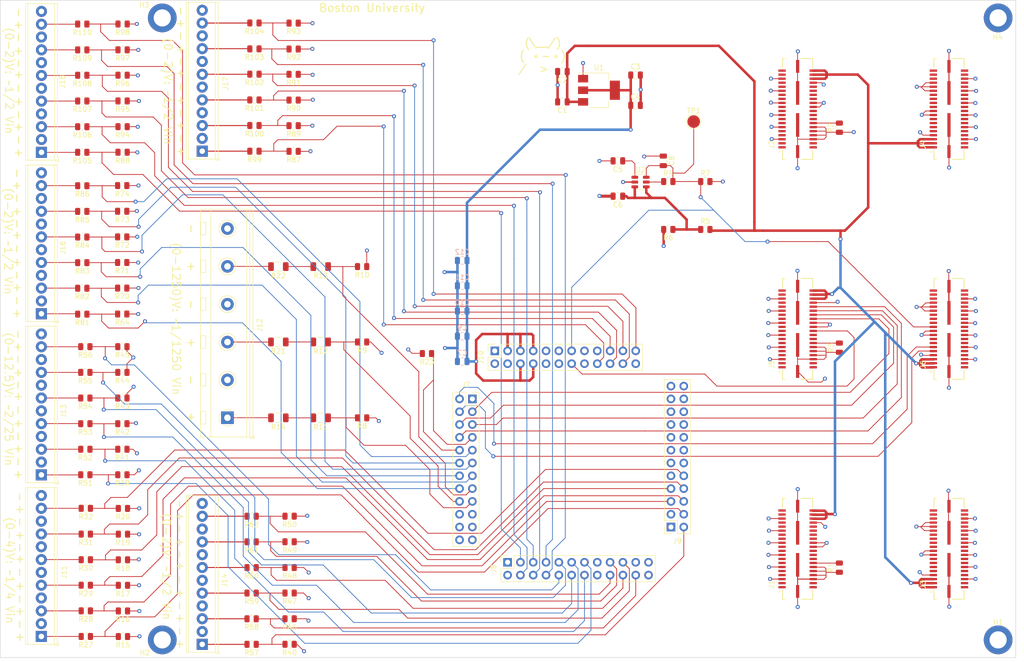
<source format=kicad_pcb>
(kicad_pcb (version 20211014) (generator pcbnew)
  (layers (0 "F.Cu" signal) (1 "In1.Cu" signal) (2 "In2.Cu" signal) (31 "B.Cu" signal) (34 "B.Paste" user) (35 "F.Paste" user) (36 "B.SilkS" user "B.Silkscreen") (37 "F.SilkS" user "F.Silkscreen") (38 "B.Mask" user) (39 "F.Mask" user) (44 "Edge.Cuts" user))
  (net 0 "")
  (net 1 "LV_RB")
  (net 2 "1.2V")
  (net 3 "Net-(C5-Pad1)")
  (net 4 "Net-(C6-Pad1)")
  (net 5 "B_a4")
  (net 6 "/A_tin0_n")
  (net 7 "/scl")
  (net 8 "/A_tin0_p")
  (net 9 "/sda")
  (net 10 "/A_din1_n")
  (net 11 "/A_din1_p")
  (net 12 "/A_clk2_n")
  (net 13 "/A_a3")
  (net 14 "/A_clk2_p")
  (net 15 "/A_a2")
  (net 16 "/A_a1")
  (net 17 "/A_tin1_n")
  (net 18 "/A_a0")
  (net 19 "/A_tin1_p")
  (net 20 "/A_din2_n")
  (net 21 "/A_d3")
  (net 22 "/A_din2_p")
  (net 23 "/A_d2")
  (net 24 "/A_d1")
  (net 25 "/A_dout1_n")
  (net 26 "/A_d0")
  (net 27 "/A_dout1_p")
  (net 28 "/A_clk3_n")
  (net 29 "/A_clk3_p")
  (net 30 "/C_tin0_n")
  (net 31 "/C_tin0_p")
  (net 32 "/C_din1_n")
  (net 33 "/C_din1_p")
  (net 34 "/C_clk2_n")
  (net 35 "/C_a3")
  (net 36 "/C_clk2_p")
  (net 37 "/C_a2")
  (net 38 "/C_a1")
  (net 39 "/C_tin1_n")
  (net 40 "/C_a0")
  (net 41 "/C_tin1_p")
  (net 42 "/C_din2_n")
  (net 43 "/C_d3")
  (net 44 "/C_din2_p")
  (net 45 "/C_d2")
  (net 46 "/C_d1")
  (net 47 "/C_dout1_n")
  (net 48 "/C_d0")
  (net 49 "/C_dout1_p")
  (net 50 "/C_clk3_n")
  (net 51 "/C_clk3_p")
  (net 52 "/A_clk1_p")
  (net 53 "/A_clk1_0")
  (net 54 "/A_dout0_p")
  (net 55 "/A_d4")
  (net 56 "/A_dout0_n")
  (net 57 "/A_d5")
  (net 58 "/A_d6")
  (net 59 "/A_din3_n")
  (net 60 "/A_d7")
  (net 61 "/A_din3_p")
  (net 62 "/A_tin3_p")
  (net 63 "/A_a4")
  (net 64 "/A_tin3_n")
  (net 65 "/A_a5")
  (net 66 "/A_a6")
  (net 67 "/A_clk0_p")
  (net 68 "/A_a7")
  (net 69 "/A_clk0_n")
  (net 70 "/A_din0_n")
  (net 71 "/A_din0_p")
  (net 72 "/A_addr4")
  (net 73 "/A_addr3")
  (net 74 "/A_tin2_p")
  (net 75 "/A_addr2")
  (net 76 "/A_tin2_n")
  (net 77 "/C_clk1_p")
  (net 78 "/C_clk1_0")
  (net 79 "/C_dout0_p")
  (net 80 "/C_d4")
  (net 81 "/C_dout0_n")
  (net 82 "/C_d5")
  (net 83 "/C_d6")
  (net 84 "/C_din3_n")
  (net 85 "/C_d7")
  (net 86 "/C_din3_p")
  (net 87 "/C_tin3_p")
  (net 88 "/C_a4")
  (net 89 "/C_tin3_n")
  (net 90 "/C_a5")
  (net 91 "/C_a6")
  (net 92 "/C_clk0_p")
  (net 93 "/C_a7")
  (net 94 "/C_clk0_n")
  (net 95 "/C_din0_n")
  (net 96 "/C_din0_p")
  (net 97 "/C_addr4")
  (net 98 "/C_addr3")
  (net 99 "/C_tin2_p")
  (net 100 "/C_addr2")
  (net 101 "/C_tin2_n")
  (net 102 "/B_tin0_n")
  (net 103 "/B_tin0_p")
  (net 104 "/B_din1_n")
  (net 105 "/B_din1_p")
  (net 106 "/B_clk2_n")
  (net 107 "/B_a3")
  (net 108 "/B_clk2_p")
  (net 109 "/B_a2")
  (net 110 "/B_a1")
  (net 111 "/B_tin1_n")
  (net 112 "B_a0(MUX_OUT)")
  (net 113 "/B_tin1_p")
  (net 114 "/B_din2_n")
  (net 115 "B_d3")
  (net 116 "/B_din2_p")
  (net 117 "B_d2")
  (net 118 "B_d1")
  (net 119 "/B_dout1_n")
  (net 120 "B_d0")
  (net 121 "/B_dout1_p")
  (net 122 "/B_clk3_n")
  (net 123 "/B_clk3_p")
  (net 124 "/B_clk1_p")
  (net 125 "/B_clk1_0")
  (net 126 "/B_dout0_p")
  (net 127 "B_d4")
  (net 128 "/B_dout0_n")
  (net 129 "B_d5")
  (net 130 "/B_d6")
  (net 131 "/B_din3_n")
  (net 132 "/B_d7")
  (net 133 "/B_din3_p")
  (net 134 "/B_tin3_p")
  (net 135 "/B_tin3_n")
  (net 136 "/B_a5")
  (net 137 "/B_a6")
  (net 138 "/B_clk0_p")
  (net 139 "/B_a7")
  (net 140 "/B_clk0_n")
  (net 141 "/B_din0_n")
  (net 142 "/B_din0_p")
  (net 143 "/B_addr4")
  (net 144 "/B_addr3")
  (net 145 "/B_tin2_p")
  (net 146 "/B_addr2")
  (net 147 "/B_tin2_n")
  (net 148 "MUX64_A0")
  (net 149 "MUX64_A2")
  (net 150 "MUX64_A3")
  (net 151 "MUX64_A4")
  (net 152 "MUX64_A5")
  (net 153 "MUX64_A6")
  (net 154 "MUX64_A7")
  (net 155 "MUX64_A9")
  (net 156 "MUX64_A15")
  (net 157 "MUX64_A16")
  (net 158 "MUX64_A17")
  (net 159 "MUX64_A18")
  (net 160 "MUX64_A19")
  (net 161 "MUX64_A20")
  (net 162 "MUX64_A21")
  (net 163 "MUX64_A22")
  (net 164 "MUX64_A23")
  (net 165 "MUX64_A24")
  (net 166 "MUX64_A25")
  (net 167 "MUX64_A26")
  (net 168 "MUX64_A29")
  (net 169 "MUX64_A30")
  (net 170 "MUX64_A31")
  (net 171 "MUX64_A32")
  (net 172 "MUX64_A33")
  (net 173 "MUX64_A35")
  (net 174 "MUX64_A37")
  (net 175 "MUX64_A38")
  (net 176 "MUX64_A39")
  (net 177 "MUX64_A40")
  (net 178 "MUX64_A41")
  (net 179 "Net-(J11-Pad1)")
  (net 180 "Net-(J11-Pad3)")
  (net 181 "Net-(J11-Pad5)")
  (net 182 "Net-(J11-Pad7)")
  (net 183 "Net-(J11-Pad9)")
  (net 184 "Net-(J11-Pad11)")
  (net 185 "MUX64_A11")
  (net 186 "/mux64-regulators/screw-terminals/HV0")
  (net 187 "/mux64-regulators/screw-terminals/HV1")
  (net 188 "Net-(J13-Pad1)")
  (net 189 "Net-(J13-Pad3)")
  (net 190 "Net-(J13-Pad5)")
  (net 191 "Net-(J13-Pad7)")
  (net 192 "Net-(J13-Pad9)")
  (net 193 "Net-(J13-Pad11)")
  (net 194 "Net-(J14-Pad1)")
  (net 195 "Net-(J14-Pad3)")
  (net 196 "Net-(J14-Pad5)")
  (net 197 "Net-(J14-Pad7)")
  (net 198 "Net-(J14-Pad9)")
  (net 199 "Net-(J14-Pad11)")
  (net 200 "Net-(J16-Pad1)")
  (net 201 "Net-(J16-Pad3)")
  (net 202 "Net-(J16-Pad5)")
  (net 203 "Net-(J16-Pad7)")
  (net 204 "Net-(J16-Pad9)")
  (net 205 "Net-(J16-Pad11)")
  (net 206 "Net-(J17-Pad1)")
  (net 207 "Net-(J17-Pad3)")
  (net 208 "Net-(J17-Pad5)")
  (net 209 "Net-(J17-Pad7)")
  (net 210 "Net-(J17-Pad9)")
  (net 211 "Net-(J17-Pad11)")
  (net 212 "Net-(J18-Pad1)")
  (net 213 "Net-(J18-Pad3)")
  (net 214 "Net-(J18-Pad5)")
  (net 215 "Net-(J18-Pad7)")
  (net 216 "Net-(J18-Pad9)")
  (net 217 "Net-(J18-Pad11)")
  (net 218 "Net-(R4-Pad1)")
  (net 219 "MUX64_A55")
  (net 220 "MUX64_A54")
  (net 221 "MUX64_A56")
  (net 222 "MUX64_A57")
  (net 223 "MUX64_A58")
  (net 224 "MUX64_A60")
  (net 233 "/A_scl")
  (net 234 "/A_sda")
  (net 235 "/C_scl")
  (net 236 "/C_sda")
  (net 237 "MUX64_A34")
  (net 238 "Net-(R11-Pad2)")
  (net 239 "Net-(R12-Pad2)")
  (net 240 "Net-(R13-Pad2)")
  (net 241 "MUX64_A8")
  (net 242 "MUX64_A10")
  (net 243 "/mux64-regulators/screw-terminals/HV2")
  (footprint "Resistor_SMD:R_0805_2012Metric" (layer "F.Cu") (at 110.24 147.49 180)
    (fp_text reference "R46")
    (fp_text value "82Kohm")
  )
  (footprint "Resistor_SMD:R_0805_2012Metric" (layer "F.Cu") (at 77.1325 29.59 180)
    (fp_text reference "R98")
    (fp_text value "82Kohm")
  )
  (footprint "Resistor_SMD:R_0805_2012Metric" (layer "F.Cu") (at 77.09 118.9436 180)
    (fp_text reference "R39")
    (fp_text value "82Kohm")
  )
  (footprint "TerminalBlock_RND:TerminalBlock_RND_205-00071_1x06_P7.50mm_Horizontal" (layer "F.Cu") (at 97.92 107.64 90)
    (fp_text reference "J12")
    (fp_text value "Screw_Terminal_01x06")
  )
  (footprint "Connector_PinSocket_2.54mm:PinSocket_2x12_P2.54mm_Vertical" (layer "F.Cu") (at 146.47 103.91)
    (fp_text reference "J7")
    (fp_text value "Conn_01x24")
  )
  (footprint "Resistor_SMD:R_1206_3216Metric" (layer "F.Cu") (at 108.015 77.68 180)
    (fp_text reference "R22")
    (fp_text value "50Mohm")
  )
  (footprint "Capacitor_SMD:C_0805_2012Metric" (layer "F.Cu") (at 164.32 45.02 180)
    (fp_text reference "C1")
    (fp_text value "100nF")
  )
  (footprint "Resistor_SMD:R_0805_2012Metric" (layer "F.Cu") (at 69.14 39.75 180)
    (fp_text reference "R108")
    (fp_text value "82Kohm")
  )
  (footprint "Package_TO_SOT_SMD:SOT-23-6" (layer "F.Cu") (at 179.81 60.92)
    (fp_text reference "U2")
    (fp_text value "MAX6070")
  )
  (footprint "Resistor_SMD:R_0805_2012Metric" (layer "F.Cu") (at 219.23 50.14 90)
    (fp_text reference "R2")
    (fp_text value "R_Small_US")
  )
  (footprint "Resistor_SMD:R_0805_2012Metric" (layer "F.Cu") (at 77.1325 34.71 180)
    (fp_text reference "R97")
    (fp_text value "82Kohm")
  )
  (footprint "Resistor_SMD:R_0805_2012Metric" (layer "F.Cu") (at 102.71 147.5 180)
    (fp_text reference "R58")
    (fp_text value "82Kohm")
  )
  (footprint "Capacitor_SMD:C_0805_2012Metric" (layer "F.Cu") (at 178.82 39.72)
    (fp_text reference "C3")
    (fp_text value "100nF")
  )
  (footprint "Resistor_SMD:R_0805_2012Metric" (layer "F.Cu") (at 69.14 71.82 180)
    (fp_text reference "R84")
    (fp_text value "82Kohm")
  )
  (footprint "Resistor_SMD:R_0805_2012Metric" (layer "F.Cu") (at 69.14 34.72 180)
    (fp_text reference "R109")
    (fp_text value "82Kohm")
  )
  (footprint "Resistor_SMD:R_0805_2012Metric" (layer "F.Cu") (at 69.14 81.97 180)
    (fp_text reference "R82")
    (fp_text value "82Kohm")
  )
  (footprint "Resistor_SMD:R_0805_2012Metric" (layer "F.Cu") (at 69.84 140.8428 180)
    (fp_text reference "R29")
    (fp_text value "240Kohm")
  )
  (footprint "Resistor_SMD:R_1206_3216Metric" (layer "F.Cu") (at 108.015 107.66 180)
    (fp_text reference "R14")
    (fp_text value "50Mohm")
  )
  (footprint "Resistor_SMD:R_1206_3216Metric" (layer "F.Cu") (at 116.405 92.62 180)
    (fp_text reference "R12")
    (fp_text value "50Mohm")
  )
  (footprint "Resistor_SMD:R_0805_2012Metric" (layer "F.Cu") (at 77.0575 81.94 180)
    (fp_text reference "R70")
    (fp_text value "82Kohm")
  )
  (footprint "Resistor_SMD:R_0805_2012Metric" (layer "F.Cu") (at 192.652 70.317)
    (fp_text reference "R5")
    (fp_text value "1Kohm")
  )
  (footprint "Resistor_SMD:R_0805_2012Metric" (layer "F.Cu") (at 111.04 34.55 180)
    (fp_text reference "R92")
    (fp_text value "82Kohm")
  )
  (footprint "Connector_PinSocket_2.54mm:PinSocket_2x12_P2.54mm_Vertical" (layer "F.Cu") (at 153.455 136.295 90)
    (fp_text reference "J8")
    (fp_text value "Conn_01x24")
  )
  (footprint "Resistor_SMD:R_1206_3216Metric" (layer "F.Cu") (at 116.405 107.66 180)
    (fp_text reference "R11")
    (fp_text value "50Mohm")
  )
  (footprint "Resistor_SMD:R_0805_2012Metric" (layer "F.Cu") (at 69.84 151.0028 180)
    (fp_text reference "R27")
    (fp_text value "240Kohm")
  )
  (footprint "Resistor_SMD:R_0805_2012Metric" (layer "F.Cu") (at 110.24 152.55 180)
    (fp_text reference "R40")
    (fp_text value "82Kohm")
  )
  (footprint "Capacitor_SMD:C_0805_2012Metric" (layer "F.Cu") (at 184.32 56.72 -90)
    (fp_text reference "C8")
    (fp_text value "0.1uF")
  )
  (footprint "Capacitor_SMD:C_0805_2012Metric" (layer "F.Cu") (at 175.32 56.72 180)
    (fp_text reference "C5")
    (fp_text value "0.1uF")
  )
  (footprint "Resistor_SMD:R_0805_2012Metric" (layer "F.Cu") (at 77.0575 87.08 180)
    (fp_text reference "R64")
    (fp_text value "82Kohm")
  )
  (footprint "Resistor_SMD:R_0805_2012Metric" (layer "F.Cu") (at 110.24 137.34 180)
    (fp_text reference "R48")
    (fp_text value "82Kohm")
  )
  (footprint "Resistor_SMD:R_0805_2012Metric" (layer "F.Cu") (at 77.2 145.9388 180)
    (fp_text reference "R16")
    (fp_text value "82Kohm")
  )
  (footprint "Resistor_SMD:R_0805_2012Metric" (layer "F.Cu") (at 69.84 145.9228 180)
    (fp_text reference "R28")
    (fp_text value "240Kohm")
  )
  (footprint "Resistor_SMD:R_0805_2012Metric" (layer "F.Cu") (at 69.75 98.651 180)
    (fp_text reference "R55")
    (fp_text value "1Mohm")
  )
  (footprint "Resistor_SMD:R_0805_2012Metric" (layer "F.Cu") (at 77.09 108.8258 180)
    (fp_text reference "R42")
    (fp_text value "82Kohm")
  )
  (footprint "Resistor_SMD:R_0805_2012Metric" (layer "F.Cu") (at 77.2 135.8042 180)
    (fp_text reference "R18")
    (fp_text value "82Kohm")
  )
  (footprint "TerminalBlock_Phoenix:TerminalBlock_Phoenix_MPT-0,5-12-2.54_1x12_P2.54mm_Horizontal" (layer "F.Cu") (at 61.04 87.03 90)
    (fp_text reference "J16")
    (fp_text value "Screw_Terminal_01x12")
  )
  (footprint "Package_TO_SOT_SMD:SOT-223-3_TabPin2" (layer "F.Cu") (at 171.57 42.72)
    (fp_text reference "U1")
    (fp_text value "LD1117AS12TR")
  )
  (footprint "Resistor_SMD:R_0805_2012Metric" (layer "F.Cu") (at 111.04 54.83 180)
    (fp_text reference "R87")
    (fp_text value "82Kohm")
  )
  (footprint "QTE-020-01-X-D-A:SAMTEC_QTE-020-01-X-D-A" (layer "F.Cu") (at 210.95 133.63 90)
    (fp_text reference "J1")
    (fp_text value "QTE-020-01-X-D-A")
  )
  (footprint "Resistor_SMD:R_0805_2012Metric" (layer "F.Cu") (at 111.04 44.67 180)
    (fp_text reference "R90")
    (fp_text value "82Kohm")
  )
  (footprint "Resistor_SMD:R_0805_2012Metric" (layer "F.Cu") (at 69.14 49.95 180)
    (fp_text reference "R106")
    (fp_text value "82Kohm")
  )
  (footprint "Resistor_SMD:R_1206_3216Metric" (layer "F.Cu") (at 108.015 92.62 180)
    (fp_text reference "R21")
    (fp_text value "50Mohm")
  )
  (footprint "Resistor_SMD:R_0805_2012Metric" (layer "F.Cu") (at 219.23 93.75 90)
    (fp_text reference "R3")
    (fp_text value "R_Small_US")
  )
  (footprint "Resistor_SMD:R_0805_2012Metric" (layer "F.Cu") (at 77.1325 49.94 180)
    (fp_text reference "R94")
    (fp_text value "82Kohm")
  )
  (footprint "Resistor_SMD:R_0805_2012Metric" (layer "F.Cu") (at 77.2 140.8588 180)
    (fp_text reference "R17")
    (fp_text value "82Kohm")
  )
  (footprint "Connector_PinSocket_2.54mm:PinSocket_2x12_P2.54mm_Vertical" (layer "F.Cu") (at 150.915 94.385 90)
    (fp_text reference "J10")
    (fp_text value "Conn_01x24")
  )
  (footprint "TerminalBlock_Phoenix:TerminalBlock_Phoenix_MPT-0,5-12-2.54_1x12_P2.54mm_Horizontal" (layer "F.Cu") (at 61.03 118.97 90)
    (fp_text reference "J13")
    (fp_text value "Screw_Terminal_01x12")
  )
  (footprint "TestPoint:TestPoint_Pad_D2.5mm" (layer "F.Cu") (at 190.35 48.93)
    (fp_text reference "TP1")
    (fp_text value "TestPoint")
  )
  (footprint "MountingHole:MountingHole_2.5mm" (layer "F.Cu") (at 85 151.68)
    (fp_text reference "H2")
    (fp_text value "MountingHole")
  )
  (footprint "Resistor_SMD:R_0805_2012Metric" (layer "F.Cu") (at 102.71 142.4 180)
    (fp_text reference "R59")
    (fp_text value "82Kohm")
  )
  (footprint "Resistor_SMD:R_0805_2012Metric" (layer "F.Cu") (at 69.14 44.85 180)
    (fp_text reference "R107")
    (fp_text value "82Kohm")
  )
  (footprint "Resistor_SMD:R_0805_2012Metric" (layer "F.Cu") (at 137.4675 94.92 180)
    (fp_text reference "R23")
    (fp_text value "1Kohm")
  )
  (footprint "Resistor_SMD:R_0805_2012Metric" (layer "F.Cu") (at 103.27 34.52 180)
    (fp_text reference "R103")
    (fp_text value "82Kohm")
  )
  (footprint "Resistor_SMD:R_0805_2012Metric" (layer "F.Cu") (at 69.75 103.7334 180)
    (fp_text reference "R54")
    (fp_text value "1Mohm")
  )
  (footprint "Capacitor_SMD:C_0805_2012Metric" (layer "F.Cu") (at 164.32 39.02 180)
    (fp_text reference "C2")
    (fp_text value "10uF")
  )
  (footprint "Resistor_SMD:R_0805_2012Metric" (layer "F.Cu") (at 69.84 125.6028 180)
    (fp_text reference "R32")
    (fp_text value "240Kohm")
  )
  (footprint "Resistor_SMD:R_0805_2012Metric" (layer "F.Cu") (at 102.71 152.56 180)
    (fp_text reference "R57")
    (fp_text value "82Kohm")
  )
  (footprint "Resistor_SMD:R_0805_2012Metric" (layer "F.Cu") (at 124.615 107.66 180)
    (fp_text reference "R8")
    (fp_text value "82Kohm")
  )
  (footprint "TerminalBlock_Phoenix:TerminalBlock_Phoenix_MPT-0,5-12-2.54_1x12_P2.54mm_Horizontal" (layer "F.Cu") (at 61.0225 151.001 90)
    (fp_text reference "J11")
    (fp_text value "Screw_Terminal_01x12")
  )
  (footprint "Resistor_SMD:R_0805_2012Metric" (layer "F.Cu") (at 102.71 137.35 180)
    (fp_text reference "R60")
    (fp_text value "82Kohm")
  )
  (footprint "Resistor_SMD:R_0805_2012Metric" (layer "F.Cu") (at 77.2 151.0188 180)
    (fp_text reference "R15")
    (fp_text value "82Kohm")
  )
  (footprint "Resistor_SMD:R_0805_2012Metric" (layer "F.Cu") (at 69.14 66.74 180)
    (fp_text reference "R85")
    (fp_text value "82Kohm")
  )
  (footprint "Resistor_SMD:R_0805_2012Metric" (layer "F.Cu") (at 110.24 127.16 180)
    (fp_text reference "R50")
    (fp_text value "82Kohm")
  )
  (footprint "MountingHole:MountingHole_2.5mm" (layer "F.Cu") (at 250.7 151.68)
    (fp_text reference "H1")
    (fp_text value "MountingHole")
  )
  (footprint "Resistor_SMD:R_0805_2012Metric" (layer "F.Cu") (at 69.84 135.7882 180)
    (fp_text reference "R30")
    (fp_text value "240Kohm")
  )
  (footprint "Resistor_SMD:R_0805_2012Metric" (layer "F.Cu") (at 102.71 127.17 180)
    (fp_text reference "R62")
    (fp_text value "82Kohm")
  )
  (footprint "Resistor_SMD:R_0805_2012Metric" (layer "F.Cu") (at 185.3114 70.317 180)
    (fp_text reference "R6")
    (fp_text value "1Kohm")
  )
  (footprint "Resistor_SMD:R_0805_2012Metric" (layer "F.Cu") (at 103.27 54.8 180)
    (fp_text reference "R99")
    (fp_text value "82Kohm")
  )
  (footprint "Resistor_SMD:R_0805_2012Metric" (layer "F.Cu") (at 77.2 125.6188 180)
    (fp_text reference "R20")
    (fp_text value "82Kohm")
  )
  (footprint "Resistor_SMD:R_1206_3216Metric" (layer "F.Cu") (at 116.405 77.68 180)
    (fp_text reference "R13")
    (fp_text value "50Mohm")
  )
  (footprint "Resistor_SMD:R_0805_2012Metric" (layer "F.Cu") (at 102.71 132.24 180)
    (fp_text reference "R61")
    (fp_text value "82Kohm")
  )
  (footprint "Resistor_SMD:R_0805_2012Metric" (layer "F.Cu") (at 77.1325 44.84 180)
    (fp_text reference "R95")
    (fp_text value "82Kohm")
  )
  (footprint "Resistor_SMD:R_0805_2012Metric" (layer "F.Cu") (at 77.0575 76.87 180)
    (fp_text reference "R71")
    (fp_text value "82Kohm")
  )
  (footprint "Resistor_SMD:R_0805_2012Metric" (layer "F.Cu") (at 69.75 108.8258 180)
    (fp_text reference "R53")
    (fp_text value "1Mohm")
  )
  (footprint "TerminalBlock_Phoenix:TerminalBlock_Phoenix_MPT-0,5-12-2.54_1x12_P2.54mm_Horizontal" (layer "F.Cu") (at 61.05 55.03 90)
    (fp_text reference "J18")
    (fp_text value "Screw_Terminal_01x12")
  )
  (footprint "QTE-020-01-X-D-A:SAMTEC_QTE-020-01-X-D-A" (layer "F.Cu") (at 240.95 46.43 90)
    (fp_text reference "J4")
    (fp_text value "QTE-020-01-X-D-A")
  )
  (footprint "Resistor_SMD:R_0805_2012Metric" (layer "F.Cu") (at 111.04 39.56 180)
    (fp_text reference "R91")
    (fp_text value "82Kohm")
  )
  (footprint "Resistor_SMD:R_0805_2012Metric" (layer "F.Cu") (at 77.0575 66.71 180)
    (fp_text reference "R73")
    (fp_text value "82Kohm")
  )
  (footprint "Resistor_SMD:R_0805_2012Metric" (layer "F.Cu") (at 111.04 29.41 180)
    (fp_text reference "R93")
    (fp_text value "82Kohm")
  )
  (footprint "Resistor_SMD:R_0805_2012Metric" (layer "F.Cu") (at 77.09 103.7334 180)
    (fp_text reference "R43")
    (fp_text value "82Kohm")
  )
  (footprint "Resistor_SMD:R_0805_2012Metric" (layer "F.Cu") (at 124.615 77.68 180)
    (fp_text reference "R10")
    (fp_text value "82Kohm")
  )
  (footprint "Resistor_SMD:R_0805_2012Metric" (layer "F.Cu") (at 77.09 93.5542 180)
    (fp_text reference "R45")
    (fp_text value "82Kohm")
  )
  (footprint "Resistor_SMD:R_0805_2012Metric" (layer "F.Cu") (at 103.27 39.53 180)
    (fp_text reference "R102")
    (fp_text value "82Kohm")
  )
  (footprint "TerminalBlock_Phoenix:TerminalBlock_Phoenix_MPT-0,5-12-2.54_1x12_P2.54mm_Horizontal" (layer "F.Cu") (at 92.92 152.57 90)
    (fp_text reference "J14")
    (fp_text value "Screw_Terminal_01x12")
  )
  (footprint "TerminalBlock_Phoenix:TerminalBlock_Phoenix_MPT-0,5-12-2.54_1x12_P2.54mm_Horizontal" (layer "F.Cu") (at 92.92 54.8 90)
    (fp_text reference "J17")
    (fp_text value "Screw_Terminal_01x12")
  )
  (footprint "Resistor_SMD:R_0805_2012Metric" (layer "F.Cu") (at 69.14 29.6 180)
    (fp_text reference "R110")
    (fp_text value "82Kohm")
  )
  (footprint "Resistor_SMD:R_0805_2012Metric" (layer "F.Cu") (at 77.1325 39.74 180)
    (fp_text reference "R96")
    (fp_text value "82Kohm")
  )
  (footprint "QTE-020-01-X-D-A:SAMTEC_QTE-020-01-X-D-A" (layer "F.Cu") (at 210.95 90.03 90)
    (fp_text reference "J5")
    (fp_text value "QTE-020-01-X-D-A")
  )
  (footprint "QTE-020-01-X-D-A:SAMTEC_QTE-020-01-X-D-A" (layer "F.Cu") (at 240.95 90.03 90)
    (fp_text reference "J6")
    (fp_text value "QTE-020-01-X-D-A")
  )
  (footprint "Resistor_SMD:R_0805_2012Metric" (layer "F.Cu") (at 124.615 92.62 180)
    (fp_text reference "R9")
    (fp_text value "82Kohm")
  )
  (footprint "Resistor_SMD:R_0805_2012Metric" (layer "F.Cu") (at 77.0575 61.62 180)
    (fp_text reference "R74")
    (fp_text value "82Kohm")
  )
  (footprint "Resistor_SMD:R_0805_2012Metric" (layer "F.Cu") (at 77.09 113.889 180)
    (fp_text reference "R41")
    (fp_text value "82Kohm")
  )
  (footprint "Resistor_SMD:R_0805_2012Metric" (layer "F.Cu") (at 69.75 118.9436 180)
    (fp_text reference "R51")
    (fp_text value "1Mohm")
  )
  (footprint "QTE-020-01-X-D-A:SAMTEC_QTE-020-01-X-D-A" (layer "F.Cu") (at 210.95 46.43 90)
    (fp_text reference "J2")
    (fp_text value "QTE-020-01-X-D-A")
  )
  (footprint "Resistor_SMD:R_0805_2012Metric" (layer "F.Cu") (at 69.75 113.889 180)
    (fp_text reference "R52")
    (fp_text value "1Mohm")
  )
  (footprint "QTE-020-01-X-D-A:SAMTEC_QTE-020-01-X-D-A" (layer "F.Cu") (at 240.95 133.63 90)
    (fp_text reference "J3")
    (fp_text value "QTE-020-01-X-D-A")
  )
  (footprint "Resistor_SMD:R_0805_2012Metric" (layer "F.Cu") (at 192.652 60.8174)
    (fp_text reference "R7")
    (fp_text value "1Kohm")
  )
  (footprint "Resistor_SMD:R_0805_2012Metric" (layer "F.Cu") (at 69.84 130.7082 180)
    (fp_text reference "R31")
    (fp_text value "240Kohm")
  )
  (footprint "Resistor_SMD:R_0805_2012Metric" (layer "F.Cu") (at 69.14 76.9 180)
    (fp_text reference "R83")
    (fp_text value "82Kohm")
  )
  (footprint "Resistor_SMD:R_0805_2012Metric" (layer "F.Cu") (at 77.1325 55.01 180)
    (fp_text reference "R88")
    (fp_text value "82Kohm")
  )
  (footprint "Resistor_SMD:R_0805_2012Metric" (layer "F.Cu") (at 77.0575 71.79 180)
    (fp_text reference "R72")
    (fp_text value "82Kohm")
  )
  (footprint "Resistor_SMD:R_0805_2012Metric" (layer "F.Cu") (at 185.3114 60.8174)
    (fp_text reference "R4")
    (fp_text value "1Kohm")
  )
  (footprint "MountingHole:MountingHole_2.5mm" (layer "F.Cu") (at 250.7 28.38)
    (fp_text reference "H4")
    (fp_text value "MountingHole")
  )
  (footprint "Connector_PinSocket_2.54mm:PinSocket_2x12_P2.54mm_Vertical" (layer "F.Cu") (at 185.84 129.31 180)
    (fp_text reference "J9")
    (fp_text value "Conn_01x24")
  )
  (footprint "Capacitor_SMD:C_0805_2012Metric" (layer "F.Cu") (at 178.82 45.72)
    (fp_text reference "C4")
    (fp_text value "10uF")
  )
  (footprint "Resistor_SMD:R_0805_2012Metric" (layer "F.Cu") (at 103.27 49.71 180)
    (fp_text reference "R100")
    (fp_text value "82Kohm")
  )
  (footprint "Resistor_SMD:R_0805_2012Metric" (layer "F.Cu") (at 110.24 142.39 180)
    (fp_text reference "R47")
    (fp_text value "82Kohm")
  )
  (footprint "Resistor_SMD:R_0805_2012Metric" (layer "F.Cu") (at 110.24 132.23 180)
    (fp_text reference "R49")
    (fp_text value "82Kohm")
  )
  (footprint "Resistor_SMD:R_0805_2012Metric" (layer "F.Cu") (at 69.14 61.65 180)
    (fp_text reference "R86")
    (fp_text value "82Kohm")
  )
  (footprint "Resistor_SMD:R_0805_2012Metric" (layer "F.Cu") (at 219.23 137.36 90)
    (fp_text reference "R1")
    (fp_text value "R_Small_US")
  )
  (footprint "Resistor_SMD:R_0805_2012Metric" (layer "F.Cu") (at 103.27 29.38 180)
    (fp_text reference "R104")
    (fp_text value "82Kohm")
  )
  (footprint "MountingHole:MountingHole_2.5mm" (layer "F.Cu") (at 85 28.38)
    (fp_text reference "H3")
    (fp_text value "MountingHole")
  )
  (footprint "Resistor_SMD:R_0805_2012Metric" (layer "F.Cu") (at 77.2 130.7242 180)
    (fp_text reference "R19")
    (fp_text value "82Kohm")
  )
  (footprint "Resistor_SMD:R_0805_2012Metric" (layer "F.Cu") (at 77.09 98.651 180)
    (fp_text reference "R44")
    (fp_text value "82Kohm")
  )
  (footprint "Resistor_SMD:R_0805_2012Metric" (layer "F.Cu") (at 103.27 44.64 180)
    (fp_text reference "R101")
    (fp_text value "82Kohm")
  )
  (footprint "Resistor_SMD:R_0805_2012Metric" (layer "F.Cu") (at 111.04 49.74 180)
    (fp_text reference "R89")
    (fp_text value "82Kohm")
  )
  (footprint "Resistor_SMD:R_0805_2012Metric" (layer "F.Cu") (at 69.75 93.5542 180)
    (fp_text reference "R56")
    (fp_text value "1Mohm")
  )
  (footprint "Capacitor_SMD:C_0805_2012Metric" (layer "F.Cu") (at 175.32 63.72 180)
    (fp_text reference "C6")
    (fp_text value "0.1uF")
  )
  (footprint "Resistor_SMD:R_0805_2012Metric" (layer "F.Cu") (at 69.14 55.02 180)
    (fp_text reference "R105")
    (fp_text value "82Kohm")
  )
  (footprint "Resistor_SMD:R_0805_2012Metric" (layer "F.Cu") (at 69.14 87.11 180)
    (fp_text reference "R81")
    (fp_text value "82Kohm")
  )
  (footprint "Capacitor_SMD:C_0805_2012Metric" (layer "B.Cu") (at 144.46 76.4686 180)
    (fp_text reference "C12")
    (fp_text value "0.1uF")
  )
  (footprint "Capacitor_SMD:C_0805_2012Metric" (layer "B.Cu") (at 144.46 91.48 180)
    (fp_text reference "C9")
    (fp_text value "0.1uF")
  )
  (footprint "Capacitor_SMD:C_0805_2012Metric" (layer "B.Cu") (at 144.46 96.4838 180)
    (fp_text reference "C7")
    (fp_text value "47uF")
  )
  (footprint "Capacitor_SMD:C_0805_2012Metric" (layer "B.Cu") (at 144.46 86.4762 180)
    (fp_text reference "C10")
    (fp_text value "0.1uF")
  )
  (footprint "Capacitor_SMD:C_0805_2012Metric" (layer "B.Cu") (at 144.46 81.4724 180)
    (fp_text reference "C11")
    (fp_text value "0.1uF")
  )
  (gr_line (start 254.2 24.88) (end 52.88 24.88) (layer "Edge.Cuts") (width 0.1))
  (gr_line (start 254.2 24.88) (end 254.2 155.18) (layer "Edge.Cuts") (width 0.1))
  (gr_line (start 254.2 155.18) (end 52.88 155.18) (layer "Edge.Cuts") (width 0.1))
  (gr_line (start 52.88 155.18) (end 52.88 24.88) (layer "Edge.Cuts") (width 0.1))
  (gr_text "(0-4)V: ~1/4 Vin" (at 54.81 137.9 270) (layer "F.SilkS") (effects (font (size 1.6 1.6) (thickness 0.2))))
  (gr_text "(0-2)V: ~1/2 Vin" (at 85.87 137.14 270) (layer "F.SilkS") (effects (font (size 1.6 1.6) (thickness 0.2))))
  (gr_text "+" (at 56.62 29.82 270) (layer "F.SilkS") (effects (font (size 1.6 1.6) (thickness 0.23))))
  (gr_text "-" (at 56.84 138.35 270) (layer "F.SilkS") (effects (font (size 1.6 1.6) (thickness 0.23))))
  (gr_text "-" (at 56.86 143.58 270) (layer "F.SilkS") (effects (font (size 1.6 1.6) (thickness 0.23))))
  (gr_text "-" (at 56.51 91.13 270) (layer "F.SilkS") (effects (font (size 1.6 1.6) (thickness 0.23))))
  (gr_text "-" (at 56.51 96.07 270) (layer "F.SilkS") (effects (font (size 1.6 1.6) (thickness 0.23))))
  (gr_text "-" (at 56.86 148.61 270) (layer "F.SilkS") (effects (font (size 1.6 1.6) (thickness 0.23))))
  (gr_text "+" (at 56.63 34.95 270) (layer "F.SilkS") (effects (font (size 1.6 1.6) (thickness 0.23))))
  (gr_text "-" (at 56.52 101.14 270) (layer "F.SilkS") (effects (font (size 1.6 1.6) (thickness 0.23))))
  (gr_text "Boston University" (at 126.59 26.39) (layer "F.SilkS") (effects (font (size 1.6 1.6) (thickness 0.23))))
  (gr_text "-" (at 88.75 31.98 270) (layer "F.SilkS") (effects (font (size 1.6 1.6) (thickness 0.23))))
  (gr_text "(0-2)V: ~1/2 Vin" (at 54.67 40.83 270) (layer "F.SilkS") (effects (font (size 1.6 1.6) (thickness 0.2))))
  (gr_text "+" (at 56.33 81.87 270) (layer "F.SilkS") (effects (font (size 1.6 1.6) (thickness 0.23))))
  (gr_text "-" (at 56.29 84.43 270) (layer "F.SilkS") (effects (font (size 1.6 1.6) (thickness 0.23))))
  (gr_text "-" (at 88.52 124.73 270) (layer "F.SilkS") (effects (font (size 1.6 1.6) (thickness 0.23))))
  (gr_text "-" (at 88.77 47.27 270) (layer "F.SilkS") (effects (font (size 1.6 1.6) (thickness 0.23))))
  (gr_text "+" (at 88.79 54.86 270) (layer "F.SilkS") (effects (font (size 1.6 1.6) (thickness 0.23))))
  (gr_text "+" (at 56.58 108.83 270) (layer "F.SilkS") (effects (font (size 1.6 1.6) (thickness 0.23))))
  (gr_text "-" (at 56.84 123.35 270) (layer "F.SilkS") (effects (font (size 1.6 1.6) (thickness 0.23))))
  (gr_text "+" (at 90.8 107.55 270) (layer "F.SilkS") (effects (font (size 1.6 1.6) (thickness 0.23))))
  (gr_text "-" (at 56.29 79.4 270) (layer "F.SilkS") (effects (font (size 1.6 1.6) (thickness 0.23))))
  (gr_text "-" (at 56.28 69.18 270) (layer "F.SilkS") (effects (font (size 1.6 1.6) (thickness 0.23))))
  (gr_text "+" (at 88.81 49.74 270) (layer "F.SilkS") (effects (font (size 1.6 1.6) (thickness 0.23))))
  (gr_text "+" (at 56.34 76.87 270) (layer "F.SilkS") (effects (font (size 1.6 1.6) (thickness 0.23))))
  (gr_text "+" (at 56.64 55.16 270) (layer "F.SilkS") (effects (font (size 1.6 1.6) (thickness 0.23))))
  (gr_text "-" (at 88.52 129.67 270) (layer "F.SilkS") (effects (font (size 1.6 1.6) (thickness 0.23))))
  (gr_text "+" (at 88.54 127.21 270) (layer "F.SilkS") (effects (font (size 1.6 1.6) (thickness 0.23))))
  (gr_text "-" (at 88.77 52.3 270) (layer "F.SilkS") (effects (font (size 1.6 1.6) (thickness 0.23))))
  (gr_text "-" (at 56.62 52.6 270) (layer "F.SilkS") (effects (font (size 1.6 1.6) (thickness 0.23))))
  (gr_text "(0-2)V: ~1/2 Vin" (at 86.15 42.91 270) (layer "F.SilkS") (effects (font (size 1.6 1.6) (thickness 0.2))))
  (gr_text "+" (at 56.55 118.95 270) (layer "F.SilkS") (effects (font (size 1.6 1.6) (thickness 0.23))))
  (gr_text "+" (at 56.57 113.83 270) (layer "F.SilkS") (effects (font (size 1.6 1.6) (thickness 0.23))))
  (gr_text "+" (at 88.59 142.43 270) (layer "F.SilkS") (effects (font (size 1.6 1.6) (thickness 0.23))))
  (gr_text "-" (at 56.27 74.17 270) (layer "F.SilkS") (effects (font (size 1.6 1.6) (thickness 0.23))))
  (gr_text "-" (at 88.75 42.04 270) (layer "F.SilkS") (effects (font (size 1.6 1.6) (thickness 0.23))))
  (gr_text "+" (at 90.78 77.68 270) (layer "F.SilkS") (effects (font (size 1.6 1.6) (thickness 0.23))))
  (gr_text "+" (at 56.29 61.65 270) (layer "F.SilkS") (effects (font (size 1.6 1.6) (thickness 0.23))))
  (gr_text "-" (at 88.53 134.74 270) (layer "F.SilkS") (effects (font (size 1.6 1.6) (thickness 0.23))))
  (gr_text "+" (at 56.33 71.5 270) (layer "F.SilkS") (effects (font (size 1.6 1.6) (thickness 0.23))))
  (gr_text "-" (at 90.76 85.19 270) (layer "F.SilkS") (effects (font (size 1.6 1.6) (thickness 0.23))))
  (gr_text "+" (at 88.58 137.06 270) (layer "F.SilkS") (effects (font (size 1.6 1.6) (thickness 0.23))))
  (gr_text "-" (at 56.53 111.36 270) (layer "F.SilkS") (effects (font (size 1.6 1.6) (thickness 0.23))))
  (gr_text "(0-2)V: ~1/2 Vin\n" (at 54.48 72.63 270) (layer "F.SilkS") (effects (font (size 1.6 1.6) (thickness 0.2))))
  (gr_text "-" (at 90.8 70.17 270) (layer "F.SilkS") (effects (font (size 1.6 1.6) (thickness 0.23))))
  (gr_text "-" (at 88.54 144.96 270) (layer "F.SilkS") (effects (font (size 1.6 1.6) (thickness 0.23))))
  (gr_text "+" (at 88.58 147.43 270) (layer "F.SilkS") (effects (font (size 1.6 1.6) (thickness 0.23))))
  (gr_text "+" (at 88.56 152.55 270) (layer "F.SilkS") (effects (font (size 1.6 1.6) (thickness 0.23))))
  (gr_text "-" (at 56.6 32.28 270) (layer "F.SilkS") (effects (font (size 1.6 1.6) (thickness 0.23))))
  (gr_text "-" (at 56.61 37.35 270) (layer "F.SilkS") (effects (font (size 1.6 1.6) (thickness 0.23))))
  (gr_text "-" (at 56.53 116.39 270) (layer "F.SilkS") (effects (font (size 1.6 1.6) (thickness 0.23))))
  (gr_text "-" (at 88.75 27.04 270) (layer "F.SilkS") (effects (font (size 1.6 1.6) (thickness 0.23))))
  (gr_text "-" (at 88.54 149.99 270) (layer "F.SilkS") (effects (font (size 1.6 1.6) (thickness 0.23))))
  (gr_text "+" (at 88.82 44.74 270) (layer "F.SilkS") (effects (font (size 1.6 1.6) (thickness 0.23))))
  (gr_text "+" (at 56.66 50.04 270) (layer "F.SilkS") (effects (font (size 1.6 1.6) (thickness 0.23))))
  (gr_text "-" (at 90.74 100.14 270) (layer "F.SilkS") (effects (font (size 1.6 1.6) (thickness 0.23))))
  (gr_text "+" (at 56.3 66.78 270) (layer "F.SilkS") (effects (font (size 1.6 1.6) (thickness 0.23))))
  (gr_text "-" (at 56.6 42.34 270) (layer "F.SilkS") (effects (font (size 1.6 1.6) (thickness 0.23))))
  (gr_text "-" (at 56.27 64.11 270) (layer "F.SilkS") (effects (font (size 1.6 1.6) (thickness 0.23))))
  (gr_text "+" (at 56.66 39.67 270) (layer "F.SilkS") (effects (font (size 1.6 1.6) (thickness 0.23))))
  (gr_text "-" (at 56.62 47.57 270) (layer "F.SilkS") (effects (font (size 1.6 1.6) (thickness 0.23))))
  (gr_text "(0-1250)V: ~1/1250 Vin" (at 87.76 88.03 270) (layer "F.SilkS") (effects (font (size 1.6 1.6) (thickness 0.2))))
  (gr_text "+" (at 88.55 132.34 270) (layer "F.SilkS") (effects (font (size 1.6 1.6) (thickness 0.23))))
  (gr_text "+" (at 56.54 98.74 270) (layer "F.SilkS") (effects (font (size 1.6 1.6) (thickness 0.23))))
  (gr_text "+" (at 56.88 151.17 270) (layer "F.SilkS") (effects (font (size 1.6 1.6) (thickness 0.23))))
  (gr_text "-" (at 88.52 139.73 270) (layer "F.SilkS") (effects (font (size 1.6 1.6) (thickness 0.23))))
  (gr_text "+" (at 90.8 92.75 270) (layer "F.SilkS") (effects (font (size 1.6 1.6) (thickness 0.23))))
  (gr_text "-" (at 88.76 37.05 270) (layer "F.SilkS") (effects (font (size 1.6 1.6) (thickness 0.23))))
  (gr_text "-" (at 56.6 27.34 270) (layer "F.SilkS") (effects (font (size 1.6 1.6) (thickness 0.23))))
  (gr_text "+" (at 88.78 34.65 270) (layer "F.SilkS") (effects (font (size 1.6 1.6) (thickness 0.23))))
  (gr_text "+" (at 88.77 29.52 270) (layer "F.SilkS") (effects (font (size 1.6 1.6) (thickness 0.23))))
  (gr_text "(0-12.5)V: ~2/25 Vin" (at 54.57 103.95 270) (layer "F.SilkS") (effects (font (size 1.6 1.6) (thickness 0.2))))
  (gr_text "+" (at 88.81 39.37 270) (layer "F.SilkS") (effects (font (size 1.6 1.6) (thickness 0.23))))
  (gr_text "+" (at 56.87 130.96 270) (layer "F.SilkS") (effects (font (size 1.6 1.6) (thickness 0.23))))
  (gr_text "-" (at 56.27 59.17 270) (layer "F.SilkS") (effects (font (size 1.6 1.6) (thickness 0.23))))
  (gr_text "+" (at 56.57 103.46 270) (layer "F.SilkS") (effects (font (size 1.6 1.6) (thickness 0.23))))
  (gr_text "+" (at 56.86 125.83 270) (layer "F.SilkS") (effects (font (size 1.6 1.6) (thickness 0.23))))
  (gr_text "     (\\__/)\n     ( •-•)\n  /  >" (at 157.4 35.9) (layer "F.SilkS") (effects (font (size 1.6 1.6) (thickness 0.23))))
  (gr_text "+" (at 56.67 45.04 270) (layer "F.SilkS") (effects (font (size 1.6 1.6) (thickness 0.23))))
  (gr_text "+" (at 56.53 93.61 270) (layer "F.SilkS") (effects (font (size 1.6 1.6) (thickness 0.23))))
  (gr_text "+" (at 56.9 135.68 270) (layer "F.SilkS") (effects (font (size 1.6 1.6) (thickness 0.23))))
  (gr_text "-" (at 56.84 128.29 270) (layer "F.SilkS") (effects (font (size 1.6 1.6) (thickness 0.23))))
  (gr_text "-" (at 56.85 133.36 270) (layer "F.SilkS") (effects (font (size 1.6 1.6) (thickness 0.23))))
  (gr_text "+" (at 56.31 86.99 270) (layer "F.SilkS") (effects (font (size 1.6 1.6) (thickness 0.23))))
  (gr_text "+" (at 56.91 141.05 270) (layer "F.SilkS") (effects (font (size 1.6 1.6) (thickness 0.23))))
  (gr_text "-" (at 56.51 106.13 270) (layer "F.SilkS") (effects (font (size 1.6 1.6) (thickness 0.23))))
  (gr_text "+" (at 56.9 146.05 270) (layer "F.SilkS") (effects (font (size 1.6 1.6) (thickness 0.23))))
  (segment (start 165.27 39.02) (end 165.27 35.42) (width 0.5) (layer "F.Cu") (net 1))
  (segment (start 216.64 126.74) (end 216.64 127.38) (width 0.5) (layer "F.Cu") (net 1))
  (segment (start 216.35 84.04) (end 213.99 84.04) (width 0.5) (layer "F.Cu") (net 1))
  (segment (start 165.27 45.02) (end 165.27 39.02) (width 0.5) (layer "F.Cu") (net 1))
  (segment (start 202.4 70.55) (end 204.08 70.55) (width 0.5) (layer "F.Cu") (net 1))
  (segment (start 235.21 52.43) (end 234.79 52.85) (width 0.5) (layer "F.Cu") (net 1))
  (segment (start 219.45 70.59) (end 219.49 70.55) (width 0.5) (layer "F.Cu") (net 1))
  (segment (start 165.27 45.02) (end 168.42 45.02) (width 0.5) (layer "F.Cu") (net 1))
  (segment (start 202.38 68.85) (end 202.38 70.53) (width 0.5) (layer "F.Cu") (net 1))
  (segment (start 235.355 96.915) (end 235.27 97) (width 0.5) (layer "F.Cu") (net 1))
  (segment (start 195.34 33.92) (end 202.38 40.96) (width 0.5) (layer "F.Cu") (net 1))
  (segment (start 216.56 39.63) (end 216.69 39.5) (width 0.5) (layer "F.Cu") (net 1))
  (segment (start 193.7975 70.55) (end 202.4 70.55) (width 0.5) (layer "F.Cu") (net 1))
  (segment (start 235.27 97) (end 235.27 96.36) (width 0.5) (layer "F.Cu") (net 1))
  (segment (start 216.64 126.74) (end 218.34 126.74) (width 0.5) (layer "F.Cu") (net 1))
  (segment (start 216.69 39.61) (end 216.69 40.14) (width 0.5) (layer "F.Cu") (net 1))
  (segment (start 234.89 53.23) (end 224.96 53.23) (width 0.5) (layer "F.Cu") (net 1))
  (segment (start 237.86 52.43) (end 235.21 52.43) (width 0.5) (layer "F.Cu") (net 1))
  (segment (start 216.69 40.14) (end 216.4 40.43) (width 0.5) (layer "F.Cu") (net 1))
  (segment (start 233.44 140.37) (end 233.42 140.39) (width 0.5) (layer "F.Cu") (net 1))
  (segment (start 235.19 140.37) (end 235.19 139.93) (width 0.5) (layer "F.Cu") (net 1))
  (segment (start 237.92 96.87) (end 235.4 96.87) (width 0.5) (layer "F.Cu") (net 1))
  (segment (start 216.51 83.24) (end 216.64 83.11) (width 0.5) (layer "F.Cu") (net 1))
  (segment (start 202.38 70.53) (end 202.4 70.55) (width 0.1524) (layer "F.Cu") (net 1))
  (segment (start 235.19 140.37) (end 233.44 140.37) (width 0.5) (layer "F.Cu") (net 1))
  (segment (start 235.27 97.31) (end 235.27 97) (width 0.5) (layer "F.Cu") (net 1))
  (segment (start 213.99 83.24) (end 216.51 83.24) (width 0.5) (layer "F.Cu") (net 1))
  (segment (start 235.19 140.88) (end 235.19 140.57) (width 0.5) (layer "F.Cu") (net 1))
  (segment (start 214.04 38.83) (end 216.33 38.83) (width 0.5) (layer "F.Cu") (net 1))
  (segment (start 216.33 38.83) (end 216.69 39.19) (width 0.5) (layer "F.Cu") (net 1))
  (segment (start 237.92 97.67) (end 235.63 97.67) (width 0.5) (layer "F.Cu") (net 1))
  (segment (start 216.69 39.5) (end 216.69 39.61) (width 0.5) (layer "F.Cu") (net 1))
  (segment (start 224.96 53.23) (end 224.94 53.25) (width 0.5) (layer "F.Cu") (net 1))
  (segment (start 235.27 96.36) (end 235.56 96.07) (width 0.5) (layer "F.Cu") (net 1))
  (segment (start 216.64 127.38) (end 216.35 127.67) (width 0.5) (layer "F.Cu") (net 1))
  (segment (start 216.64 83.11) (end 216.64 83.75) (width 0.5) (layer "F.Cu") (net 1))
  (segment (start 216.4 40.43) (end 214.04 40.43) (width 0.5) (layer "F.Cu") (net 1))
  (segment (start 220.33 70.55) (end 219.49 70.55) (width 0.5) (layer "F.Cu") (net 1))
  (segment (start 235.31 96.87) (end 234.45 96.87) (width 0.5) (layer "F.Cu") (net 1))
  (segment (start 169.31 33.92) (end 195.34 33.92) (width 0.5) (layer "F.Cu") (net 1))
  (segment (start 235.63 97.67) (end 235.27 97.31) (width 0.5) (layer "F.Cu") (net 1))
  (segment (start 216.28 82.44) (end 216.64 82.8) (width 0.5) (layer "F.Cu") (net 1))
  (segment (start 224.94 53.25) (end 224.94 65.94) (width 0.5) (layer "F.Cu") (net 1))
  (segment (start 235.19 139.93) (end 235.48 139.64) (width 0.5) (layer "F.Cu") (net 1))
  (segment (start 234.79 52.85) (end 234.79 53.13) (width 0.5) (layer "F.Cu") (net 1))
  (segment (start 165.27 35.42) (end 166.77 33.92) (width 0.5) (layer "F.Cu") (net 1))
  (segment (start 235.15 54.03) (end 237.86 54.03) (width 0.5) (layer "F.Cu") (net 1))
  (segment (start 234.89 53.23) (end 237.86 53.23) (width 0.5) (layer "F.Cu") (net 1))
  (segment (start 235.355 96.915) (end 235.31 96.87) (width 0.5) (layer "F.Cu") (net 1))
  (segment (start 218.34 126.74) (end 218.36 126.76) (width 0.5) (layer "F.Cu") (net 1))
  (segment (start 224.94 41.68) (end 224.94 53.25) (width 0.5) (layer "F.Cu") (net 1))
  (segment (start 216.69 39.61) (end 222.87 39.61) (width 0.5) (layer "F.Cu") (net 1))
  (segment (start 213.99 126.07) (end 216.28 126.07) (width 0.5) (layer "F.Cu") (net 1))
  (segment (start 216.28 126.07) (end 216.64 126.43) (width 0.5) (layer "F.Cu") (net 1))
  (segment (start 219.49 70.55) (end 204.08 70.55) (width 0.5) (layer "F.Cu") (net 1))
  (segment (start 222.87 39.61) (end 224.94 41.68) (width 0.5) (layer "F.Cu") (net 1))
  (segment (start 216.64 83.11) (end 217.77 83.11) (width 0.5) (layer "F.Cu") (net 1))
  (segment (start 193.5645 70.317) (end 193.7975 70.55) (width 0.5) (layer "F.Cu") (net 1))
  (segment (start 235.19 140.57) (end 235.19 140.37) (width 0.5) (layer "F.Cu") (net 1))
  (segment (start 216.64 126.43) (end 216.64 126.74) (width 0.5) (layer "F.Cu") (net 1))
  (segment (start 235.56 96.07) (end 237.92 96.07) (width 0.5) (layer "F.Cu") (net 1))
  (segment (start 213.99 82.44) (end 216.28 82.44) (width 0.5) (layer "F.Cu") (net 1))
  (segment (start 216.51 126.87) (end 216.64 126.74) (width 0.5) (layer "F.Cu") (net 1))
  (segment (start 235.55 141.24) (end 235.19 140.88) (width 0.5) (layer "F.Cu") (net 1))
  (segment (start 216.64 83.75) (end 216.35 84.04) (width 0.5) (layer "F.Cu") (net 1))
  (segment (start 166.77 33.92) (end 169.31 33.92) (width 0.5) (layer "F.Cu") (net 1))
  (segment (start 213.99 126.87) (end 216.51 126.87) (width 0.5) (layer "F.Cu") (net 1))
  (segment (start 237.84 140.44) (end 235.32 140.44) (width 0.5) (layer "F.Cu") (net 1))
  (segment (start 216.64 82.8) (end 216.64 83.11) (width 0.5) (layer "F.Cu") (net 1))
  (segment (start 224.94 65.94) (end 220.33 70.55) (width 0.5) (layer "F.Cu") (net 1))
  (segment (start 214.04 39.63) (end 216.56 39.63) (width 0.5) (layer "F.Cu") (net 1))
  (segment (start 234.79 53.13) (end 234.89 53.23) (width 0.5) (layer "F.Cu") (net 1))
  (segment (start 219.45 72.23) (end 219.45 70.59) (width 0.5) (layer "F.Cu") (net 1))
  (segment (start 202.38 40.96) (end 202.38 68.85) (width 0.5) (layer "F.Cu") (net 1))
  (segment (start 234.79 53.67) (end 235.15 54.03) (width 0.5) (layer "F.Cu") (net 1))
  (segment (start 235.4 96.87) (end 235.355 96.915) (width 0.5) (layer "F.Cu") (net 1))
  (segment (start 237.84 141.24) (end 235.55 141.24) (width 0.5) (layer "F.Cu") (net 1))
  (segment (start 216.35 127.67) (end 213.99 127.67) (width 0.5) (layer "F.Cu") (net 1))
  (segment (start 234.79 53.13) (end 234.79 53.67) (width 0.5) (layer "F.Cu") (net 1))
  (segment (start 216.69 39.19) (end 216.69 39.5) (width 0.5) (layer "F.Cu") (net 1))
  (segment (start 235.48 139.64) (end 237.84 139.64) (width 0.5) (layer "F.Cu") (net 1))
  (segment (start 235.32 140.44) (end 235.19 140.57) (width 0.5) (layer "F.Cu") (net 1))
  (via (at 218.36 126.76) (size 0.8) (drill 0.4) (layers "F.Cu" "B.Cu") (net 1))
  (via (at 233.42 140.39) (size 0.8) (drill 0.4) (layers "F.Cu" "B.Cu") (net 1))
  (via (at 219.45 72.23) (size 0.8) (drill 0.4) (layers "F.Cu" "B.Cu") (net 1))
  (via (at 234.45 96.87) (size 0.8) (drill 0.4) (layers "F.Cu" "B.Cu") (net 1))
  (via (at 217.77 83.11) (size 0.8) (drill 0.4) (layers "F.Cu" "B.Cu") (net 1))
  (segment (start 226.205 88.625) (end 219.45 81.87) (width 0.5) (layer "B.Cu") (net 1))
  (segment (start 228.315 135.285) (end 228.315 90.735) (width 0.5) (layer "B.Cu") (net 1))
  (segment (start 219.01 81.87) (end 217.77 83.11) (width 0.5) (layer "B.Cu") (net 1))
  (segment (start 219.45 81.87) (end 219.01 81.87) (width 0.5) (layer "B.Cu") (net 1))
  (segment (start 218.36 96.47) (end 226.205 88.625) (width 0.5) (layer "B.Cu") (net 1))
  (segment (start 233.42 140.39) (end 228.315 135.285) (width 0.5) (layer "B.Cu") (net 1))
  (segment (start 228.315 90.735) (end 226.205 88.625) (width 0.5) (layer "B.Cu") (net 1))
  (segment (start 234.45 96.87) (end 228.315 90.735) (width 0.5) (layer "B.Cu") (net 1))
  (segment (start 219.45 81.87) (end 219.45 72.23) (width 0.5) (layer "B.Cu") (net 1))
  (segment (start 218.36 126.76) (end 218.36 96.47) (width 0.5) (layer "B.Cu") (net 1))
  (segment (start 177.87 42.79) (end 177.87 42.44) (width 0.5) (layer "F.Cu") (net 2))
  (segment (start 148.61 100.27) (end 155.95 100.27) (width 0.5) (layer "F.Cu") (net 2))
  (segment (start 155.95 100.27) (end 155.995 100.225) (width 0.5) (layer "F.Cu") (net 2))
  (segment (start 155.9 91.05) (end 158.22 91.05) (width 0.5) (layer "F.Cu") (net 2))
  (segment (start 155.995 100.225) (end 155.995 96.925) (width 0.5) (layer "F.Cu") (net 2))
  (segment (start 147.2162 96.4838) (end 147.2162 92.2538) (width 0.5) (layer "F.Cu") (net 2))
  (segment (start 148.42 91.05) (end 153.38 91.05) (width 0.5) (layer "F.Cu") (net 2))
  (segment (start 155.95 100.27) (end 157.84 100.27) (width 0.5) (layer "F.Cu") (net 2))
  (segment (start 157.84 100.27) (end 158.55 99.56) (width 0.5) (layer "F.Cu") (net 2))
  (segment (start 153.38 91.05) (end 153.455 91.125) (width 0.5) (layer "F.Cu") (net 2))
  (segment (start 155.9 91.05) (end 155.995 91.145) (width 0.5) (layer "F.Cu") (net 2))
  (segment (start 177.87 43.04) (end 177.87 42.79) (width 0.5) (layer "F.Cu") (net 2))
  (segment (start 147.2162 98.8762) (end 148.61 100.27) (width 0.5) (layer "F.Cu") (net 2))
  (segment (start 153.455 91.125) (end 153.455 94.385) (width 0.5) (layer "F.Cu") (net 2))
  (segment (start 177.87 42.44) (end 177.87 39.72) (width 0.5) (layer "F.Cu") (net 2))
  (segment (start 147.2162 92.2538) (end 148.42 91.05) (width 0.5) (layer "F.Cu") (net 2))
  (segment (start 158.535 99.545) (end 158.535 96.925) (width 0.5) (layer "F.Cu") (net 2))
  (segment (start 147.2162 96.4838) (end 147.2162 98.8762) (width 0.5) (layer "F.Cu") (net 2))
  (segment (start 177.85 50.54) (end 177.85 45.74) (width 0.5) (layer "F.Cu") (net 2))
  (segment (start 153.38 91.05) (end 155.9 91.05) (width 0.5) (layer "F.Cu") (net 2))
  (segment (start 177.85 45.74) (end 177.87 45.72) (width 0.5) (layer "F.Cu") (net 2))
  (segment (start 155.995 91.145) (end 155.995 94.385) (width 0.5) (layer "F.Cu") (net 2))
  (segment (start 174.72 42.72) (end 177.8 42.72) (width 0.5) (layer "F.Cu") (net 2))
  (segment (start 158.535 91.365) (end 158.535 94.385) (width 0.5) (layer "F.Cu") (net 2))
  (segment (start 177.87 43.04) (end 177.87 45.72) (width 0.5) (layer "F.Cu") (net 2))
  (segment (start 168.42 42.72) (end 174.72 42.72) (width 0.5) (layer "F.Cu") (net 2))
  (segment (start 158.22 91.05) (end 158.535 91.365) (width 0.5) (layer "F.Cu") (net 2))
  (segment (start 158.55 99.56) (end 158.535 99.545) (width 0.5) (layer "F.Cu") (net 2))
  (via (at 177.85 50.54) (size 0.8) (drill 0.4) (layers "F.Cu" "B.Cu") (net 2))
  (via (at 147.2162 96.4838) (size 0.8) (drill 0.4) (layers "F.Cu" "B.Cu") (net 2))
  (segment (start 158.92 51.5) (end 159.88 50.54) (width 0.5) (layer "B.Cu") (net 2))
  (segment (start 145.41 76.4686) (end 145.41 96.4838) (width 0.5) (layer "B.Cu") (net 2))
  (segment (start 159.88 50.54) (end 177.85 50.54) (width 0.5) (layer "B.Cu") (net 2))
  (segment (start 145.41 76.4686) (end 145.41 65.01) (width 0.5) (layer "B.Cu") (net 2))
  (segment (start 145.41 96.4838) (end 147.2162 96.4838) (width 0.5) (layer "B.Cu") (net 2))
  (segment (start 145.41 65.01) (end 158.92 51.5) (width 0.5) (layer "B.Cu") (net 2))
  (segment (start 176.27 56.72) (end 178.09 56.72) (width 0.1524) (layer "F.Cu") (net 3))
  (segment (start 178.68 59.9625) (end 178.6725 59.97) (width 0.1524) (layer "F.Cu") (net 3))
  (segment (start 178.68 57.31) (end 178.68 59.9625) (width 0.1524) (layer "F.Cu") (net 3))
  (segment (start 178.09 56.72) (end 178.68 57.31) (width 0.1524) (layer "F.Cu") (net 3))
  (segment (start 176.97 63.72) (end 177.31 64.06) (width 0.5) (layer "F.Cu") (net 4))
  (segment (start 186.2239 70.317) (end 188.947 70.317) (width 0.5) (layer "F.Cu") (net 4))
  (segment (start 178.6725 64.0375) (end 178.65 64.06) (width 0.25) (layer "F.Cu") (net 4))
  (segment (start 178.6725 63.1175) (end 178.6725 61.87) (width 0.5) (layer "F.Cu") (net 4))
  (segment (start 176.27 63.72) (end 176.97 63.72) (width 0.5) (layer "F.Cu") (net 4))
  (segment (start 178.6725 63.1175) (end 178.6725 64.0375) (width 0.5) (layer "F.Cu") (net 4))
  (segment (start 178.65 64.06) (end 181.99 64.06) (width 0.5) (layer "F.Cu") (net 4))
  (segment (start 184.65 64.06) (end 181.99 64.06) (width 0.5) (layer "F.Cu") (net 4))
  (segment (start 181.99 64.06) (end 180.9475 63.0175) (width 0.5) (layer "F.Cu") (net 4))
  (segment (start 177.31 64.06) (end 178.65 64.06) (width 0.5) (layer "F.Cu") (net 4))
  (segment (start 188.947 68.357) (end 184.65 64.06) (width 0.5) (layer "F.Cu") (net 4))
  (segment (start 188.947 70.317) (end 191.7395 70.317) (width 0.5) (layer "F.Cu") (net 4))
  (segment (start 180.9475 63.0175) (end 180.9475 61.87) (width 0.5) (layer "F.Cu") (net 4))
  (segment (start 188.947 70.317) (end 188.947 68.357) (width 0.5) (layer "F.Cu") (net 4))
  (segment (start 186.2239 59.1561) (end 188.5539 59.1561) (width 0.1524) (layer "F.Cu") (net 5))
  (segment (start 188.5539 59.1561) (end 190.35 57.36) (width 0.1524) (layer "F.Cu") (net 5))
  (segment (start 184.32 57.67) (end 185.73 57.67) (width 0.1524) (layer "F.Cu") (net 5))
  (segment (start 185.73 57.67) (end 186.2239 58.1639) (width 0.1524) (layer "F.Cu") (net 5))
  (segment (start 231.59 87.29) (end 217.03 72.73) (width 0.1524) (layer "F.Cu") (net 5))
  (segment (start 186.2239 59.1561) (end 186.2239 60.8174) (width 0.1524) (layer "F.Cu") (net 5))
  (segment (start 184.32 57.67) (end 181.45 57.67) (width 0.1524) (layer "F.Cu") (net 5))
  (segment (start 186.2239 58.1639) (end 186.2239 59.1561) (width 0.1524) (layer "F.Cu") (net 5))
  (segment (start 181.45 57.67) (end 180.9475 58.1725) (width 0.1524) (layer "F.Cu") (net 5))
  (segment (start 237.86 89.63) (end 233.93 89.63) (width 0.1524) (layer "F.Cu") (net 5))
  (segment (start 233.93 89.63) (end 231.59 87.29) (width 0.1524) (layer "F.Cu") (net 5))
  (segment (start 180.9475 58.1725) (end 180.9475 59.97) (width 0.1524) (layer "F.Cu") (net 5))
  (segment (start 186.2239 60.8174) (end 191.7395 60.8174) (width 0.1524) (layer "F.Cu") (net 5))
  (segment (start 191.7395 63.9105) (end 191.7395 60.8174) (width 0.1524) (layer "F.Cu") (net 5))
  (segment (start 190.35 57.36) (end 190.35 48.93) (width 0.1524) (layer "F.Cu") (net 5))
  (segment (start 191.73 63.92) (end 191.7395 63.9105) (width 0.1524) (layer "F.Cu") (net 5))
  (segment (start 217.03 72.73) (end 204.98 72.73) (width 0.1524) (layer "F.Cu") (net 5))
  (via (at 191.73 63.92) (size 0.8) (drill 0.4) (layers "F.Cu" "B.Cu") (net 5))
  (via (at 204.98 72.73) (size 0.8) (drill 0.4) (layers "F.Cu" "B.Cu") (net 5))
  (segment (start 200.54 72.73) (end 194.315 66.505) (width 0.1524) (layer "B.Cu") (net 5))
  (segment (start 203.97 72.73) (end 200.54 72.73) (width 0.1524) (layer "B.Cu") (net 5))
  (segment (start 166.155 81.795) (end 166.155 94.385) (width 0.152) (layer "B.Cu") (net 5))
  (segment (start 194.315 66.505) (end 191.73 63.92) (width 0.1524) (layer "B.Cu") (net 5))
  (segment (start 194.315 66.505) (end 181.445 66.505) (width 0.1524) (layer "B.Cu") (net 5))
  (segment (start 181.445 66.505) (end 166.155 81.795) (width 0.1524) (layer "B.Cu") (net 5))
  (segment (start 204.98 72.73) (end 203.97 72.73) (width 0.1524) (layer "B.Cu") (net 5))
  (segment (start 219.20375 136.47) (end 219.20625 136.4675) (width 0.1524) (layer "F.Cu") (net 13))
  (segment (start 214.01625 136.47) (end 219.20375 136.47) (width 0.1524) (layer "F.Cu") (net 13))
  (segment (start 219.2275 49.23) (end 219.23 49.2275) (width 0.1524) (layer "F.Cu") (net 35))
  (segment (start 214.04 49.23) (end 219.2275 49.23) (width 0.1524) (layer "F.Cu") (net 35))
  (segment (start 214.03 92.8575) (end 219.2175 92.8575) (width 0.1524) (layer "F.Cu") (net 107))
  (segment (start 219.2175 92.8575) (end 219.22 92.855) (width 0.1524) (layer "F.Cu") (net 107))
  (segment (start 220.82 90.43) (end 222.14 91.75) (width 0.1524) (layer "F.Cu") (net 112))
  (segment (start 194.95 101.38) (end 192.55 98.98) (width 0.1524) (layer "F.Cu") (net 112))
  (segment (start 222.14 91.75) (end 222.14 99.97) (width 0.1524) (layer "F.Cu") (net 112))
  (segment (start 222.14 99.97) (end 220.73 101.38) (width 0.1524) (layer "F.Cu") (net 112))
  (segment (start 220.73 101.38) (end 194.95 101.38) (width 0.1524) (layer "F.Cu") (net 112))
  (segment (start 214.04 90.43) (end 220.82 90.43) (width 0.1524) (layer "F.Cu") (net 112))
  (segment (start 168.21 98.98) (end 166.155 96.925) (width 0.1524) (layer "F.Cu") (net 112))
  (segment (start 192.55 98.98) (end 168.21 98.98) (width 0.1524) (layer "F.Cu") (net 112))
  (segment (start 229.05 94.93) (end 221.38 102.6) (width 0.1524) (layer "F.Cu") (net 115))
  (segment (start 214.04 88.03) (end 227.05 88.03) (width 0.1524) (layer "F.Cu") (net 115))
  (segment (start 229.05 90.03) (end 229.05 94.93) (width 0.1524) (layer "F.Cu") (net 115))
  (segment (start 221.38 102.6) (end 150.32 102.6) (width 0.1524) (layer "F.Cu") (net 115))
  (segment (start 150.32 102.6) (end 146.47 106.45) (width 0.1524) (layer "F.Cu") (net 115))
  (segment (start 227.05 88.03) (end 229.05 90.03) (width 0.1524) (layer "F.Cu") (net 115))
  (segment (start 145.2 107.72) (end 143.93 108.99) (width 0.1524) (layer "F.Cu") (net 117))
  (segment (start 152.63 105.16) (end 150.07 107.72) (width 0.1524) (layer "F.Cu") (net 117))
  (segment (start 214.04 87.23) (end 227.52 87.23) (width 0.1524) (layer "F.Cu") (net 117))
  (segment (start 221.66 105.16) (end 180.7 105.16) (width 0.1524) (layer "F.Cu") (net 117))
  (segment (start 229.98 89.69) (end 229.98 96.84) (width 0.1524) (layer "F.Cu") (net 117))
  (segment (start 229.98 96.84) (end 221.66 105.16) (width 0.1524) (layer "F.Cu") (net 117))
  (segment (start 150.07 107.72) (end 145.2 107.72) (width 0.1524) (layer "F.Cu") (net 117))
  (segment (start 180.66 105.16) (end 152.63 105.16) (width 0.1524) (layer "F.Cu") (net 117))
  (segment (start 227.52 87.23) (end 229.98 89.69) (width 0.1524) (layer "F.Cu") (net 117))
  (segment (start 230.7 100.94) (end 223.93 107.71) (width 0.1524) (layer "F.Cu") (net 118))
  (segment (start 152.53 107.71) (end 151.25 108.99) (width 0.1524) (layer "F.Cu") (net 118))
  (segment (start 180.37 107.71) (end 152.53 107.71) (width 0.1524) (layer "F.Cu") (net 118))
  (segment (start 151.25 108.99) (end 146.47 108.99) (width 0.1524) (layer "F.Cu") (net 118))
  (segment (start 227.77 86.43) (end 230.7 89.36) (width 0.1524) (layer "F.Cu") (net 118))
  (segment (start 230.7 89.36) (end 230.7 100.94) (width 0.1524) (layer "F.Cu") (net 118))
  (segment (start 214.04 86.43) (end 227.77 86.43) (width 0.1524) (layer "F.Cu") (net 118))
  (segment (start 223.93 107.71) (end 180.39 107.71) (width 0.1524) (layer "F.Cu") (net 118))
  (segment (start 228.21 85.63) (end 231.51 88.93) (width 0.1524) (layer "F.Cu") (net 120))
  (segment (start 143.93 111.53) (end 145.2 110.26) (width 0.1524) (layer "F.Cu") (net 120))
  (segment (start 214.04 85.63) (end 228.21 85.63) (width 0.1524) (layer "F.Cu") (net 120))
  (segment (start 231.51 103.64) (end 224.89 110.26) (width 0.1524) (layer "F.Cu") (net 120))
  (segment (start 224.89 110.26) (end 180.66 110.26) (width 0.1524) (layer "F.Cu") (net 120))
  (segment (start 231.51 88.93) (end 231.51 103.64) (width 0.1524) (layer "F.Cu") (net 120))
  (segment (start 145.2 110.26) (end 180.73 110.26) (width 0.1524) (layer "F.Cu") (net 120))
  (segment (start 150.79 115.29) (end 150.64 115.29) (width 0.1524) (layer "F.Cu") (net 127))
  (segment (start 233.58 95.79) (end 233.58 108.61) (width 0.1524) (layer "F.Cu") (net 127))
  (segment (start 234.94 94.43) (end 233.61 95.76) (width 0.1524) (layer "F.Cu") (net 127))
  (segment (start 150.79 115.29) (end 150.76 115.26) (width 0.1524) (layer "F.Cu") (net 127))
  (segment (start 233.61 95.76) (end 233.58 95.79) (width 0.1524) (layer "F.Cu") (net 127))
  (segment (start 150.64 115.29) (end 150.63 115.28) (width 0.1524) (layer "F.Cu") (net 127))
  (segment (start 226.9 115.29) (end 150.79 115.29) (width 0.1524) (layer "F.Cu") (net 127))
  (segment (start 229.08 113.11) (end 226.9 115.29) (width 0.1524) (layer "F.Cu") (net 127))
  (segment (start 237.86 94.43) (end 234.94 94.43) (width 0.1524) (layer "F.Cu") (net 127))
  (segment (start 233.58 108.61) (end 229.08 113.11) (width 0.1524) (layer "F.Cu") (net 127))
  (via (at 150.63 115.28) (size 0.8) (drill 0.4) (layers "F.Cu" "B.Cu") (net 127))
  (segment (start 145.18 105.2) (end 143.93 106.45) (width 0.1524) (layer "B.Cu") (net 127))
  (segment (start 147.81 105.2) (end 145.18 105.2) (width 0.1524) (layer "B.Cu") (net 127))
  (segment (start 150.63 115.28) (end 149.05 113.7) (width 0.1524) (layer "B.Cu") (net 127))
  (segment (start 149.05 113.7) (end 149.05 106.44) (width 0.1524) (layer "B.Cu") (net 127))
  (segment (start 149.05 106.44) (end 147.81 105.2) (width 0.1524) (layer "B.Cu") (net 127))
  (segment (start 237.86 93.63) (end 234.45 93.63) (width 0.1524) (layer "F.Cu") (net 129))
  (segment (start 234.45 93.63) (end 232.67 95.41) (width 0.1524) (layer "F.Cu") (net 129))
  (segment (start 150.77 112.78) (end 150.78 112.79) (width 0.1524) (layer "F.Cu") (net 129))
  (segment (start 180.85 112.79) (end 215.41 112.79) (width 0.1524) (layer "F.Cu") (net 129))
  (segment (start 232.67 95.41) (end 232.67 105.94) (width 0.1524) (layer "F.Cu") (net 129))
  (segment (start 150.78 112.79) (end 180.86 112.79) (width 0.1524) (layer "F.Cu") (net 129))
  (segment (start 225.82 112.79) (end 215.41 112.79) (width 0.1524) (layer "F.Cu") (net 129))
  (segment (start 232.67 105.94) (end 225.82 112.79) (width 0.1524) (layer "F.Cu") (net 129))
  (via (at 150.77 112.78) (size 0.8) (drill 0.4) (layers "F.Cu" "B.Cu") (net 129))
  (segment (start 150.73 112.74) (end 150.73 104.82) (width 0.1524) (layer "B.Cu") (net 129))
  (segment (start 147.53 101.62) (end 144.84 101.62) (width 0.1524) (layer "B.Cu") (net 129))
  (segment (start 144.84 101.62) (end 143.93 102.53) (width 0.1524) (layer "B.Cu") (net 129))
  (segment (start 150.77 112.78) (end 150.73 112.74) (width 0.1524) (layer "B.Cu") (net 129))
  (segment (start 150.73 104.82) (end 147.53 101.62) (width 0.1524) (layer "B.Cu") (net 129))
  (segment (start 143.93 102.53) (end 143.93 103.91) (width 0.1524) (layer "B.Cu") (net 129))
  (segment (start 146.47 111.53) (end 145.08 112.92) (width 0.1524) (layer "F.Cu") (net 148))
  (segment (start 136.78 110.41) (end 136.78 102.13) (width 0.1524) (layer "F.Cu") (net 148))
  (segment (start 145.08 112.92) (end 141.48 112.92) (width 0.1524) (layer "F.Cu") (net 148))
  (segment (start 143.93 114.07) (end 140.44 114.07) (width 0.1524) (layer "F.Cu") (net 148))
  (segment (start 138.765 95.305) (end 138.765 100.145) (width 0.1524) (layer "F.Cu") (net 148))
  (segment (start 138.765 100.145) (end 138.765 110.205) (width 0.1524) (layer "F.Cu") (net 148))
  (segment (start 138.765 110.205) (end 141.48 112.92) (width 0.1524) (layer "F.Cu") (net 148))
  (segment (start 138.38 94.92) (end 138.765 95.305) (width 0.1524) (layer "F.Cu") (net 148))
  (segment (start 140.44 114.07) (end 136.78 110.41) (width 0.1524) (layer "F.Cu") (net 148))
  (segment (start 136.78 102.13) (end 138.765 100.145) (width 0.1524) (layer "F.Cu") (net 148))
  (segment (start 73.09 63.88) (end 74.02 64.81) (width 0.1524) (layer "F.Cu") (net 149))
  (segment (start 74.02 64.81) (end 79.71 64.81) (width 0.1524) (layer "F.Cu") (net 149))
  (segment (start 70.0525 61.65) (end 73.09 61.65) (width 0.1524) (layer "F.Cu") (net 149))
  (segment (start 76.115 61.65) (end 76.145 61.62) (width 0.1524) (layer "F.Cu") (net 149))
  (segment (start 73.09 61.65) (end 76.115 61.65) (width 0.1524) (layer "F.Cu") (net 149))
  (segment (start 73.09 61.65) (end 73.09 63.88) (width 0.1524) (layer "F.Cu") (net 149))
  (via (at 79.71 64.81) (size 0.8) (drill 0.4) (layers "F.Cu" "B.Cu") (net 149))
  (segment (start 79.71 64.81) (end 81.35 64.81) (width 0.1524) (layer "B.Cu") (net 149))
  (segment (start 81.35 64.81) (end 85.89 60.27) (width 0.1524) (layer "B.Cu") (net 149))
  (segment (start 145.2 115.34) (end 146.47 114.07) (width 0.1524) (layer "B.Cu") (net 149))
  (segment (start 85.89 60.27) (end 99.82 60.27) (width 0.1524) (layer "B.Cu") (net 149))
  (segment (start 126.48 115.34) (end 145.2 115.34) (width 0.1524) (layer "B.Cu") (net 149))
  (segment (start 124.18 113.04) (end 126.48 115.34) (width 0.1524) (layer "B.Cu") (net 149))
  (segment (start 124.18 84.63) (end 124.18 113.04) (width 0.1524) (layer "B.Cu") (net 149))
  (segment (start 99.82 60.27) (end 124.18 84.63) (width 0.1524) (layer "B.Cu") (net 149))
  (segment (start 72.99 66.71) (end 76.145 66.71) (width 0.1524) (layer "F.Cu") (net 150))
  (segment (start 72.99 66.71) (end 72.99 68.28) (width 0.1524) (layer "F.Cu") (net 150))
  (segment (start 72.99 68.28) (end 74.31 69.6) (width 0.1524) (layer "F.Cu") (net 150))
  (segment (start 74.49 69.78) (end 80.31 69.78) (width 0.1524) (layer "F.Cu") (net 150))
  (segment (start 70.0825 66.71) (end 72.99 66.71) (width 0.1524) (layer "F.Cu") (net 150))
  (segment (start 70.0525 66.74) (end 70.0825 66.71) (width 0.1524) (layer "F.Cu") (net 150))
  (segment (start 74.31 69.6) (end 74.49 69.78) (width 0.1524) (layer "F.Cu") (net 150))
  (via (at 80.31 69.78) (size 0.8) (drill 0.4) (layers "F.Cu" "B.Cu") (net 150))
  (segment (start 121.38 115.21) (end 122.78 116.61) (width 0.1524) (layer "B.Cu") (net 150))
  (segment (start 86.68 61.95) (end 99.56 61.95) (width 0.1524) (layer "B.Cu") (net 150))
  (segment (start 80.31 69.78) (end 80.31 68.32) (width 0.1524) (layer "B.Cu") (net 150))
  (segment (start 80.31 68.32) (end 86.68 61.95) (width 0.1524) (layer "B.Cu") (net 150))
  (segment (start 99.56 61.95) (end 121.38 83.77) (width 0.1524) (layer "B.Cu") (net 150))
  (segment (start 121.38 83.77) (end 121.38 115.21) (width 0.1524) (layer "B.Cu") (net 150))
  (segment (start 122.78 116.61) (end 143.93 116.61) (width 0.1524) (layer "B.Cu") (net 150))
  (segment (start 76.115 71.82) (end 76.145 71.79) (width 0.1524) (layer "F.Cu") (net 151))
  (segment (start 73.02 71.82) (end 76.115 71.82) (width 0.1524) (layer "F.Cu") (net 151))
  (segment (start 73.02 71.82) (end 73.02 74.07) (width 0.1524) (layer "F.Cu") (net 151))
  (segment (start 73.64 74.69) (end 80.98 74.69) (width 0.1524) (layer "F.Cu") (net 151))
  (segment (start 73.02 74.07) (end 73.64 74.69) (width 0.1524) (layer "F.Cu") (net 151))
  (segment (start 70.0525 71.82) (end 73.02 71.82) (width 0.1524) (layer "F.Cu") (net 151))
  (via (at 80.98 74.69) (size 0.8) (drill 0.4) (layers "F.Cu" "B.Cu") (net 151))
  (segment (start 118.82 117.85) (end 145.23 117.85) (width 0.1524) (layer "B.Cu") (net 151))
  (segment (start 117.25 83.69) (end 117.25 116.28) (width 0.1524) (layer "B.Cu") (net 151))
  (segment (start 80.98 71.46) (end 88.99 63.45) (width 0.1524) (layer "B.Cu") (net 151))
  (segment (start 97.01 63.45) (end 117.25 83.69) (width 0.1524) (layer "B.Cu") (net 151))
  (segment (start 117.25 116.28) (end 118.82 117.85) (width 0.1524) (layer "B.Cu") (net 151))
  (segment (start 88.99 63.45) (end 97.01 63.45) (width 0.1524) (layer "B.Cu") (net 151))
  (segment (start 80.98 74.69) (end 80.98 71.46) (width 0.1524) (layer "B.Cu") (net 151))
  (segment (start 145.23 117.85) (end 146.47 116.61) (width 0.1524) (layer "B.Cu") (net 151))
  (segment (start 72.9 76.9) (end 76.115 76.9) (width 0.1524) (layer "F.Cu") (net 152))
  (segment (start 72.9 76.9) (end 72.9 78.72) (width 0.1524) (layer "F.Cu") (net 152))
  (segment (start 73.87 79.69) (end 80.62 79.69) (width 0.1524) (layer "F.Cu") (net 152))
  (segment (start 72.9 78.72) (end 73.87 79.69) (width 0.1524) (layer "F.Cu") (net 152))
  (segment (start 70.0525 76.9) (end 72.9 76.9) (width 0.1524) (layer "F.Cu") (net 152))
  (segment (start 76.115 76.9) (end 76.145 76.87) (width 0.1524) (layer "F.Cu") (net 152))
  (via (at 80.62 79.69) (size 0.8) (drill 0.4) (layers "F.Cu" "B.Cu") (net 152))
  (segment (start 114.45 87.35) (end 114.45 115.97) (width 0.1524) (layer "B.Cu") (net 152))
  (segment (start 80.62 79.69) (end 80.62 78.15) (width 0.1524) (layer "B.Cu") (net 152))
  (segment (start 114.45 115.97) (end 117.63 119.15) (width 0.1524) (layer "B.Cu") (net 152))
  (segment (start 117.63 119.15) (end 143.93 119.15) (width 0.1524) (layer "B.Cu") (net 152))
  (segment (start 84.87 73.9) (end 101 73.9) (width 0.1524) (layer "B.Cu") (net 152))
  (segment (start 80.62 78.15) (end 84.87 73.9) (width 0.1524) (layer "B.Cu") (net 152))
  (segment (start 101 73.9) (end 114.45 87.35) (width 0.1524) (layer "B.Cu") (net 152))
  (segment (start 73.22 81.97) (end 76.115 81.97) (width 0.1524) (layer "F.Cu") (net 153))
  (segment (start 76.115 81.97) (end 76.145 81.94) (width 0.1524) (layer "F.Cu") (net 153))
  (segment (start 72.91 83.63) (end 74.08 84.8) (width 0.1524) (layer "F.Cu") (net 153))
  (segment (start 72.91 81.97) (end 72.91 83.63) (width 0.1524) (layer "F.Cu") (net 153))
  (segment (start 72.91 81.97) (end 73.22 81.97) (width 0.1524) (layer "F.Cu") (net 153))
  (segment (start 74.08 84.8) (end 80.22 84.8) (width 0.1524) (layer "F.Cu") (net 153))
  (segment (start 70.0525 81.97) (end 72.91 81.97) (width 0.1524) (layer "F.Cu") (net 153))
  (via (at 80.22 84.8) (size 0.8) (drill 0.4) (layers "F.Cu" "B.Cu") (net 153))
  (segment (start 80.22 83.39) (end 82.25 81.36) (width 0.1524) (layer "B.Cu") (net 153))
  (segment (start 104.78 81.36) (end 111.58 88.16) (width 0.1524) (layer "B.Cu") (net 153))
  (segment (start 111.58 88.16) (end 111.58 115.28) (width 0.1524) (layer "B.Cu") (net 153))
  (segment (start 145.23 120.39) (end 146.47 119.15) (width 0.1524) (layer "B.Cu") (net 153))
  (segment (start 111.58 115.28) (end 116.69 120.39) (width 0.1524) (layer "B.Cu") (net 153))
  (segment (start 80.22 84.8) (end 80.22 83.39) (width 0.1524) (layer "B.Cu") (net 153))
  (segment (start 82.25 81.36) (end 104.78 81.36) (width 0.1524) (layer "B.Cu") (net 153))
  (segment (start 116.69 120.39) (end 145.23 120.39) (width 0.1524) (layer "B.Cu") (net 153))
  (segment (start 72.99 87.11) (end 72.99 88.52) (width 0.1524) (layer "F.Cu") (net 154))
  (segment (start 74.33 89.86) (end 80.22 89.86) (width 0.1524) (layer "F.Cu") (net 154))
  (segment (start 80.22 89.86) (end 81.56 88.52) (width 0.1524) (layer "F.Cu") (net 154))
  (segment (start 72.99 88.52) (end 74.33 89.86) (width 0.1524) (layer "F.Cu") (net 154))
  (segment (start 72.99 87.11) (end 76.115 87.11) (width 0.1524) (layer "F.Cu") (net 154))
  (segment (start 70.0525 87.11) (end 72.99 87.11) (width 0.1524) (layer "F.Cu") (net 154))
  (segment (start 76.115 87.11) (end 76.145 87.08) (width 0.1524) (layer "F.Cu") (net 154))
  (via (at 81.56 88.52) (size 0.8) (drill 0.4) (layers "F.Cu" "B.Cu") (net 154))
  (segment (start 81.56 88.52) (end 81.86 88.82) (width 0.1524) (layer "B.Cu") (net 154))
  (segment (start 108.56 96.48) (end 108.56 114.51) (width 0.1524) (layer "B.Cu") (net 154))
  (segment (start 108.56 114.51) (end 115.74 121.69) (width 0.1524) (layer "B.Cu") (net 154))
  (segment (start 100.9 88.82) (end 108.56 96.48) (width 0.1524) (layer "B.Cu") (net 154))
  (segment (start 81.86 88.82) (end 100.9 88.82) (width 0.1524) (layer "B.Cu") (net 154))
  (segment (start 115.74 121.69) (end 143.93 121.69) (width 0.1524) (layer "B.Cu") (net 154))
  (segment (start 139.69 117.25) (end 134.15 111.71) (width 0.1524) (layer "F.Cu") (net 155))
  (segment (start 139.69 121.24) (end 139.69 117.25) (width 0.1524) (layer "F.Cu") (net 155))
  (segment (start 143.93 124.23) (end 142.68 124.23) (width 0.1524) (layer "F.Cu") (net 155))
  (segment (start 142.68 124.23) (end 139.69 121.24) (width 0.1524) (layer "F.Cu") (net 155))
  (segment (start 120.99 92.62) (end 120.99 94.15) (width 0.1524) (layer "F.Cu") (net 155))
  (segment (start 117.8675 92.62) (end 120.99 92.62) (width 0.1524) (layer "F.Cu") (net 155))
  (segment (start 120.99 92.62) (end 123.7025 92.62) (width 0.1524) (layer "F.Cu") (net 155))
  (segment (start 120.99 94.15) (end 134.15 107.31) (width 0.1524) (layer "F.Cu") (net 155))
  (segment (start 134.15 111.71) (end 134.15 107.31) (width 0.1524) (layer "F.Cu") (net 155))
  (segment (start 154.63 65.54) (end 89.35 65.54) (width 0.1524) (layer "F.Cu") (net 156))
  (segment (start 73.07 49.95) (end 76.21 49.95) (width 0.1524) (layer "F.Cu") (net 156))
  (segment (start 70.0525 49.95) (end 73.07 49.95) (width 0.1524) (layer "F.Cu") (net 156))
  (segment (start 81.51 53.13) (end 74.71 53.13) (width 0.1524) (layer "F.Cu") (net 156))
  (segment (start 83.5 59.69) (end 83.5 55.12) (width 0.1524) (layer "F.Cu") (net 156))
  (segment (start 76.21 49.95) (end 76.22 49.94) (width 0.1524) (layer "F.Cu") (net 156))
  (segment (start 89.35 65.54) (end 83.5 59.69) (width 0.1524) (layer "F.Cu") (net 156))
  (segment (start 74.71 53.13) (end 73.07 51.49) (width 0.1524) (layer "F.Cu") (net 156))
  (segment (start 83.5 55.12) (end 81.51 53.13) (width 0.1524) (layer "F.Cu") (net 156))
  (segment (start 73.07 51.49) (end 73.07 49.95) (width 0.1524) (layer "F.Cu") (net 156))
  (segment (start 154.72 65.63) (end 154.63 65.54) (width 0.1524) (layer "F.Cu") (net 156))
  (via (at 154.72 65.63) (size 0.8) (drill 0.4) (layers "F.Cu" "B.Cu") (net 156))
  (segment (start 154.72 65.63) (end 154.72 76.11) (width 0.1524) (layer "B.Cu") (net 156))
  (segment (start 157.31 137.52) (end 155.995 138.835) (width 0.1524) (layer "B.Cu") (net 156))
  (segment (start 157.31 133.37) (end 157.31 137.51) (width 0.1524) (layer "B.Cu") (net 156))
  (segment (start 154.72 130.78) (end 157.31 133.37) (width 0.1524) (layer "B.Cu") (net 156))
  (segment (start 154.72 76.11) (end 154.72 130.78) (width 0.1524) (layer "B.Cu") (net 156))
  (segment (start 151.78 66.69) (end 88.42 66.69) (width 0.1524) (layer "F.Cu") (net 157))
  (segment (start 73.05 55.02) (end 76.21 55.02) (width 0.1524) (layer "F.Cu") (net 157))
  (segment (start 88.42 66.69) (end 81.15 59.42) (width 0.1524) (layer "F.Cu") (net 157))
  (segment (start 152.18 67.09) (end 151.78 66.69) (width 0.1524) (layer "F.Cu") (net 157))
  (segment (start 75.35 59.42) (end 73.05 57.12) (width 0.1524) (layer "F.Cu") (net 157))
  (segment (start 81.15 59.42) (end 75.35 59.42) (width 0.1524) (layer "F.Cu") (net 157))
  (segment (start 73.05 57.12) (end 73.05 55.02) (width 0.1524) (layer "F.Cu") (net 157))
  (segment (start 76.21 55.02) (end 76.22 55.01) (width 0.1524) (layer "F.Cu") (net 157))
  (segment (start 70.0525 55.02) (end 73.05 55.02) (width 0.1524) (layer "F.Cu") (net 157))
  (via (at 152.18 67.09) (size 0.8) (drill 0.4) (layers "F.Cu" "B.Cu") (net 157))
  (segment (start 152.2 129.67) (end 155.995 133.465) (width 0.1524) (layer "B.Cu") (net 157))
  (segment (start 152.18 67.09) (end 152.2 67.11) (width 0.1524) (layer "B.Cu") (net 157))
  (segment (start 152.2 67.11) (end 152.2 109.6) (width 0.1524) (layer "B.Cu") (net 157))
  (segment (start 155.995 133.465) (end 155.995 136.295) (width 0.1524) (layer "B.Cu") (net 157))
  (segment (start 152.2 109.6) (end 152.2 129.67) (width 0.1524) (layer "B.Cu") (net 157))
  (segment (start 73.11 39.75) (end 76.21 39.75) (width 0.1524) (layer "F.Cu") (net 158))
  (segment (start 86.21 58.01) (end 86.21 44.28) (width 0.1524) (layer "F.Cu") (net 158))
  (segment (start 90.98 62.78) (end 86.21 58.01) (width 0.1524) (layer "F.Cu") (net 158))
  (segment (start 86.21 44.28) (end 84.86 42.93) (width 0.1524) (layer "F.Cu") (net 158))
  (segment (start 159.7 62.78) (end 90.98 62.78) (width 0.1524) (layer "F.Cu") (net 158))
  (segment (start 84.86 42.93) (end 74.1 42.93) (width 0.1524) (layer "F.Cu") (net 158))
  (segment (start 70.0525 39.75) (end 73.11 39.75) (width 0.1524) (layer "F.Cu") (net 158))
  (segment (start 159.875 62.955) (end 159.7 62.78) (width 0.1524) (layer "F.Cu") (net 158))
  (segment (start 74.1 42.93) (end 73.11 41.94) (width 0.1524) (layer "F.Cu") (net 158))
  (segment (start 76.21 39.75) (end 76.22 39.74) (width 0.1524) (layer "F.Cu") (net 158))
  (segment (start 73.11 41.94) (end 73.11 39.75) (width 0.1524) (layer "F.Cu") (net 158))
  (via (at 159.875 62.955) (size 0.8) (drill 0.4) (layers "F.Cu" "B.Cu") (net 158))
  (segment (start 159.81 137.56) (end 158.535 138.835) (width 0.1524) (layer "B.Cu") (net 158))
  (segment (start 159.81 63.02) (end 159.81 137.56) (width 0.1524) (layer "B.Cu") (net 158))
  (segment (start 159.875 62.955) (end 159.81 63.02) (width 0.1524) (layer "B.Cu") (net 158))
  (segment (start 83.2 48.02) (end 73.84 48.02) (width 0.1524) (layer "F.Cu") (net 159))
  (segment (start 70.0525 44.85) (end 73.04 44.85) (width 0.1524) (layer "F.Cu") (net 159))
  (segment (start 84.82 58.7) (end 84.82 49.64) (width 0.1524) (layer "F.Cu") (net 159))
  (segment (start 157.26 64.14) (end 157.12 64) (width 0.1524) (layer "F.Cu") (net 159))
  (segment (start 76.21 44.85) (end 76.22 44.84) (width 0.1524) (layer "F.Cu") (net 159))
  (segment (start 90.12 64) (end 84.82 58.7) (width 0.1524) (layer "F.Cu") (net 159))
  (segment (start 73.04 44.85) (end 76.21 44.85) (width 0.1524) (layer "F.Cu") (net 159))
  (segment (start 73.84 48.02) (end 73.04 47.22) (width 0.1524) (layer "F.Cu") (net 159))
  (segment (start 73.04 47.22) (end 73.04 44.85) (width 0.1524) (layer "F.Cu") (net 159))
  (segment (start 84.82 49.64) (end 83.2 48.02) (width 0.1524) (layer "F.Cu") (net 159))
  (segment (start 157.12 64) (end 90.12 64) (width 0.1524) (layer "F.Cu") (net 159))
  (via (at 157.26 64.14) (size 0.8) (drill 0.4) (layers "F.Cu" "B.Cu") (net 159))
  (segment (start 158.535 132.985) (end 158.535 136.295) (width 0.1524) (layer "B.Cu") (net 159))
  (segment (start 157.27 71.5) (end 157.27 110.17) (width 0.1524) (layer "B.Cu") (net 159))
  (segment (start 157.27 131.72) (end 158.535 132.985) (width 0.1524) (layer "B.Cu") (net 159))
  (segment (start 157.27 110.17) (end 157.27 131.72) (width 0.1524) (layer "B.Cu") (net 159))
  (segment (start 157.27 64.15) (end 157.27 71.5) (width 0.1524) (layer "B.Cu") (net 159))
  (segment (start 157.26 64.14) (end 157.27 64.15) (width 0.1524) (layer "B.Cu") (net 159))
  (segment (start 76.21 29.6) (end 76.22 29.59) (width 0.1524) (layer "F.Cu") (net 160))
  (segment (start 89.02 34.84) (end 87.02 32.84) (width 0.1524) (layer "F.Cu") (net 160))
  (segment (start 164.95 59.49) (end 91.4 59.49) (width 0.1524) (layer "F.Cu") (net 160))
  (segment (start 87.02 32.84) (end 74.51 32.84) (width 0.1524) (layer "F.Cu") (net 160))
  (segment (start 70.0525 29.6) (end 72.78 29.6) (width 0.1524) (layer "F.Cu") (net 160))
  (segment (start 91.4 59.49) (end 89.02 57.11) (width 0.1524) (layer "F.Cu") (net 160))
  (segment (start 89.02 57.11) (end 89.02 34.84) (width 0.1524) (layer "F.Cu") (net 160))
  (segment (start 74.51 32.84) (end 72.78 31.11) (width 0.1524) (layer "F.Cu") (net 160))
  (segment (start 72.78 31.11) (end 72.78 29.6) (width 0.1524) (layer "F.Cu") (net 160))
  (segment (start 72.78 29.6) (end 76.21 29.6) (width 0.1524) (layer "F.Cu") (net 160))
  (segment (start 164.97 59.51) (end 164.95 59.49) (width 0.1524) (layer "F.Cu") (net 160))
  (via (at 164.97 59.51) (size 0.8) (drill 0.4) (layers "F.Cu" "B.Cu") (net 160))
  (segment (start 162.3 137.61) (end 161.075 138.835) (width 0.1524) (layer "B.Cu") (net 160))
  (segment (start 162.3 134.03) (end 162.3 137.61) (width 0.1524) (layer "B.Cu") (net 160))
  (segment (start 164.97 59.51) (end 164.89 59.59) (width 0.1524) (layer "B.Cu") (net 160))
  (segment (start 164.89 59.59) (end 164.89 131.44) (width 0.1524) (layer "B.Cu") (net 160))
  (segment (start 164.89 131.44) (end 162.3 134.03) (width 0.1524) (layer "B.Cu") (net 160))
  (segment (start 72.96 34.72) (end 76.21 34.72) (width 0.1524) (layer "F.Cu") (net 161))
  (segment (start 74.16 38.01) (end 72.96 36.81) (width 0.1524) (layer "F.Cu") (net 161))
  (segment (start 85.91 38.01) (end 74.16 38.01) (width 0.1524) (layer "F.Cu") (net 161))
  (segment (start 162.38 61.24) (end 91.07 61.24) (width 0.1524) (layer "F.Cu") (net 161))
  (segment (start 87.35 39.45) (end 85.91 38.01) (width 0.1524) (layer "F.Cu") (net 161))
  (segment (start 76.21 34.72) (end 76.22 34.71) (width 0.1524) (layer "F.Cu") (net 161))
  (segment (start 91.07 61.24) (end 87.35 57.52) (width 0.1524) (layer "F.Cu") (net 161))
  (segment (start 70.0525 34.72) (end 72.96 34.72) (width 0.1524) (layer "F.Cu") (net 161))
  (segment (start 87.35 57.52) (end 87.35 39.45) (width 0.1524) (layer "F.Cu") (net 161))
  (segment (start 72.96 36.81) (end 72.96 34.72) (width 0.1524) (layer "F.Cu") (net 161))
  (via (at 162.38 61.24) (size 0.8) (drill 0.4) (layers "F.Cu" "B.Cu") (net 161))
  (segment (start 162.35 131.78) (end 161.075 133.055) (width 0.1524) (layer "B.Cu") (net 161))
  (segment (start 162.35 61.27) (end 162.35 131.78) (width 0.1524) (layer "B.Cu") (net 161))
  (segment (start 161.075 133.055) (end 161.075 136.295) (width 0.1524) (layer "B.Cu") (net 161))
  (segment (start 162.38 61.24) (end 162.35 61.27) (width 0.1524) (layer "B.Cu") (net 161))
  (segment (start 70.6625 93.5542) (end 73.6942 93.5542) (width 0.1524) (layer "F.Cu") (net 162))
  (segment (start 73.6942 95.8258) (end 73.66 95.86) (width 0.1524) (layer "F.Cu") (net 162))
  (segment (start 73.6942 93.5542) (end 73.6942 95.8258) (width 0.1524) (layer "F.Cu") (net 162))
  (segment (start 73.6942 93.5542) (end 76.1775 93.5542) (width 0.1524) (layer "F.Cu") (net 162))
  (via (at 73.66 95.86) (size 0.8) (drill 0.4) (layers "F.Cu" "B.Cu") (net 162))
  (segment (start 74.95 97.15) (end 73.66 95.86) (width 0.1524) (layer "B.Cu") (net 162))
  (segment (start 105.99 123.7) (end 79.44 97.15) (width 0.1524) (layer "B.Cu") (net 162))
  (segment (start 138.22 141.77) (end 131.24 134.79) (width 0.1524) (layer "B.Cu") (net 162))
  (segment (start 131.24 134.79) (end 108.07 134.79) (width 0.1524) (layer "B.Cu") (net 162))
  (segment (start 163.62 140.35) (end 162.2 141.77) (width 0.1524) (layer "B.Cu") (net 162))
  (segment (start 163.615 140.345) (end 163.62 140.35) (width 0.1524) (layer "B.Cu") (net 162))
  (segment (start 106.06 123.77) (end 105.99 123.7) (width 0.1524) (layer "B.Cu") (net 162))
  (segment (start 108.07 134.79) (end 106.06 132.78) (width 0.1524) (layer "B.Cu") (net 162))
  (segment (start 163.615 138.835) (end 163.615 140.345) (width 0.1524) (layer "B.Cu") (net 162))
  (segment (start 162.2 141.77) (end 138.22 141.77) (width 0.1524) (layer "B.Cu") (net 162))
  (segment (start 106.06 132.78) (end 106.06 123.77) (width 0.1524) (layer "B.Cu") (net 162))
  (segment (start 79.44 97.15) (end 74.95 97.15) (width 0.1524) (layer "B.Cu") (net 162))
  (segment (start 73.239 98.651) (end 73.239 100.649) (width 0.1524) (layer "F.Cu") (net 163))
  (segment (start 70.6625 98.651) (end 73.239 98.651) (width 0.1524) (layer "F.Cu") (net 163))
  (segment (start 73.239 100.649) (end 73.26 100.67) (width 0.1524) (layer "F.Cu") (net 163))
  (segment (start 73.239 98.651) (end 76.1775 98.651) (width 0.1524) (layer "F.Cu") (net 163))
  (via (at 73.26 100.67) (size 0.8) (drill 0.4) (layers "F.Cu" "B.Cu") (net 163))
  (segment (start 134.44 143.3) (end 162.49 143.3) (width 0.1524) (layer "B.Cu") (net 163))
  (segment (start 105.17 135.78) (end 126.92 135.78) (width 0.1524) (layer "B.Cu") (net 163))
  (segment (start 103.34 133.95) (end 105.17 135.78) (width 0.1524) (layer "B.Cu") (net 163))
  (segment (start 103.34 123.46) (end 103.34 133.95) (width 0.1524) (layer "B.Cu") (net 163))
  (segment (start 84.79 104.91) (end 103.34 123.46) (width 0.1524) (layer "B.Cu") (net 163))
  (segment (start 162.49 143.3) (end 164.93 140.86) (width 0.1524) (layer "B.Cu") (net 163))
  (segment (start 73.26 100.67) (end 77.5 104.91) (width 0.1524) (layer "B.Cu") (net 163))
  (segment (start 77.5 104.91) (end 84.79 104.91) (width 0.1524) (layer "B.Cu") (net 163))
  (segment (start 164.93 137.61) (end 163.615 136.295) (width 0.1524) (layer "B.Cu") (net 163))
  (segment (start 164.93 140.86) (end 164.93 137.61) (width 0.1524) (layer "B.Cu") (net 163))
  (segment (start 126.92 135.78) (end 134.44 143.3) (width 0.1524) (layer "B.Cu") (net 163))
  (segment (start 73.4366 105.9934) (end 73.4 106.03) (width 0.1524) (layer "F.Cu") (net 164))
  (segment (start 73.4366 103.7334) (end 76.1775 103.7334) (width 0.1524) (layer "F.Cu") (net 164))
  (segment (start 73.4366 103.7334) (end 73.4366 105.9934) (width 0.1524) (layer "F.Cu") (net 164))
  (segment (start 70.6625 103.7334) (end 73.4366 103.7334) (width 0.1524) (layer "F.Cu") (net 164))
  (via (at 73.4 106.03) (size 0.8) (drill 0.4) (layers "F.Cu" "B.Cu") (net 164))
  (segment (start 166.155 144.485) (end 166.155 138.835) (width 0.1524) (layer "B.Cu") (net 164))
  (segment (start 73.4 106.03) (end 83.77 106.03) (width 0.1524) (layer "B.Cu") (net 164))
  (segment (start 126.42 146.36) (end 164.28 146.36) (width 0.1524) (layer "B.Cu") (net 164))
  (segment (start 102.1 124.36) (end 102.1 134.24) (width 0.1524) (layer "B.Cu") (net 164))
  (segment (start 116.88 136.82) (end 126.42 146.36) (width 0.1524) (layer "B.Cu") (net 164))
  (segment (start 102.1 134.24) (end 104.68 136.82) (width 0.1524) (layer "B.Cu") (net 164))
  (segment (start 164.28 146.36) (end 166.155 144.485) (width 0.1524) (layer "B.Cu") (net 164))
  (segment (start 83.77 106.03) (end 102.1 124.36) (width 0.1524) (layer "B.Cu") (net 164))
  (segment (start 104.68 136.82) (end 116.88 136.82) (width 0.1524) (layer "B.Cu") (net 164))
  (segment (start 70.6625 108.8258) (end 73.4258 108.8258) (width 0.1524) (layer "F.Cu") (net 165))
  (segment (start 73.4258 108.8258) (end 76.1775 108.8258) (width 0.1524) (layer "F.Cu") (net 165))
  (segment (start 73.4258 108.8258) (end 73.4258 111.4458) (width 0.1524) (layer "F.Cu") (net 165))
  (segment (start 73.4258 111.4458) (end 73.44 111.46) (width 0.1524) (layer "F.Cu") (net 165))
  (via (at 73.44 111.46) (size 0.8) (drill 0.4) (layers "F.Cu" "B.Cu") (net 165))
  (segment (start 101.05 135.08) (end 106.82 140.85) (width 0.1524) (layer "B.Cu") (net 165))
  (segment (start 167.43 145.69) (end 167.43 137.57) (width 0.1524) (layer "B.Cu") (net 165))
  (segment (start 73.44 111.46) (end 87.08 111.46) (width 0.1524) (layer "B.Cu") (net 165))
  (segment (start 122.95 148.23) (end 164.89 148.23) (width 0.1524) (layer "B.Cu") (net 165))
  (segment (start 106.82 140.85) (end 115.57 140.85) (width 0.1524) (layer "B.Cu") (net 165))
  (segment (start 167.43 137.57) (end 166.155 136.295) (width 0.1524) (layer "B.Cu") (net 165))
  (segment (start 101.05 125.43) (end 101.05 135.08) (width 0.1524) (layer "B.Cu") (net 165))
  (segment (start 115.57 140.85) (end 122.95 148.23) (width 0.1524) (layer "B.Cu") (net 165))
  (segment (start 87.08 111.46) (end 101.05 125.43) (width 0.1524) (layer "B.Cu") (net 165))
  (segment (start 164.89 148.23) (end 167.43 145.69) (width 0.1524) (layer "B.Cu") (net 165))
  (segment (start 73.639 113.889) (end 73.639 116.129) (width 0.1524) (layer "F.Cu") (net 166))
  (segment (start 70.6625 113.889) (end 73.639 113.889) (width 0.1524) (layer "F.Cu") (net 166))
  (segment (start 73.639 113.889) (end 76.1775 113.889) (width 0.1524) (layer "F.Cu") (net 166))
  (segment (start 73.639 116.129) (end 73.68 116.17) (width 0.1524) (layer "F.Cu") (net 166))
  (via (at 73.68 116.17) (size 0.8) (drill 0.4) (layers "F.Cu" "B.Cu") (net 166))
  (segment (start 120.85 150.02) (end 166.54 150.02) (width 0.1524) (layer "B.Cu") (net 166))
  (segment (start 168.7 141.15) (end 168.695 141.145) (width 0.1524) (layer "B.Cu") (net 166))
  (segment (start 166.54 150.02) (end 168.7 147.86) (width 0.1524) (layer "B.Cu") (net 166))
  (segment (start 99.36 135.52) (end 110 146.16) (width 0.1524) (layer "B.Cu") (net 166))
  (segment (start 99.36 125.99) (end 99.36 135.52) (width 0.1524) (layer "B.Cu") (net 166))
  (segment (start 110 146.16) (end 116.99 146.16) (width 0.1524) (layer "B.Cu") (net 166))
  (segment (start 168.7 147.86) (end 168.7 141.15) (width 0.1524) (layer "B.Cu") (net 166))
  (segment (start 89.54 116.17) (end 99.36 125.99) (width 0.1524) (layer "B.Cu") (net 166))
  (segment (start 168.695 141.145) (end 168.695 138.835) (width 0.1524) (layer "B.Cu") (net 166))
  (segment (start 73.68 116.17) (end 89.54 116.17) (width 0.1524) (layer "B.Cu") (net 166))
  (segment (start 116.99 146.16) (end 120.85 150.02) (width 0.1524) (layer "B.Cu") (net 166))
  (segment (start 74.3036 118.9436) (end 74.3036 120.6464) (width 0.1524) (layer "F.Cu") (net 167))
  (segment (start 70.6625 118.9436) (end 73.3436 118.9436) (width 0.1524) (layer "F.Cu") (net 167))
  (segment (start 73.3436 118.9436) (end 74.3036 118.9436) (width 0.1524) (layer "F.Cu") (net 167))
  (segment (start 74.3036 118.9436) (end 76.1775 118.9436) (width 0.1524) (layer "F.Cu") (net 167))
  (segment (start 74.3036 120.6464) (end 74.26 120.69) (width 0.1524) (layer "F.Cu") (net 167))
  (via (at 74.26 120.69) (size 0.8) (drill 0.4) (layers "F.Cu" "B.Cu") (net 167))
  (segment (start 167.38 152.36) (end 169.98 149.76) (width 0.1524) (layer "B.Cu") (net 167))
  (segment (start 91.69 120.69) (end 98.05 127.05) (width 0.1524) (layer "B.Cu") (net 167))
  (segment (start 168.695 136.295) (end 169.97 137.57) (width 0.1524) (layer "B.Cu") (net 167))
  (segment (start 169.98 149.76) (end 169.98 137.55) (width 0.1524) (layer "B.Cu") (net 167))
  (segment (start 98.05 137.19) (end 113.22 152.36) (width 0.1524) (layer "B.Cu") (net 167))
  (segment (start 74.26 120.69) (end 91.69 120.69) (width 0.1524) (layer "B.Cu") (net 167))
  (segment (start 113.22 152.36) (end 167.38 152.36) (width 0.1524) (layer "B.Cu") (net 167))
  (segment (start 98.05 127.05) (end 98.05 137.19) (width 0.1524) (layer "B.Cu") (net 167))
  (segment (start 103.6225 127.17) (end 106.38 127.17) (width 0.1524) (layer "F.Cu") (net 168))
  (segment (start 125.23 130.26) (end 135.43 140.46) (width 0.1524) (layer "F.Cu") (net 168))
  (segment (start 171.61 142.62) (end 171.54 142.62) (width 0.1524) (layer "F.Cu") (net 168))
  (segment (start 173.775 138.835) (end 173.775 140.455) (width 0.1524) (layer "F.Cu") (net 168))
  (segment (start 106.38 127.17) (end 109.1375 127.17) (width 0.1524) (layer "F.Cu") (net 168))
  (segment (start 106.38 128.63) (end 108.01 130.26) (width 0.1524) (layer "F.Cu") (net 168))
  (segment (start 137.59 142.62) (end 171.54 142.62) (width 0.1524) (layer "F.Cu") (net 168))
  (segment (start 106.38 127.17) (end 106.38 128.63) (width 0.1524) (layer "F.Cu") (net 168))
  (segment (start 173.775 140.455) (end 171.61 142.62) (width 0.1524) (layer "F.Cu") (net 168))
  (segment (start 135.43 140.46) (end 137.59 142.62) (width 0.1524) (layer "F.Cu") (net 168))
  (segment (start 108.01 130.26) (end 125.23 130.26) (width 0.1524) (layer "F.Cu") (net 168))
  (segment (start 174.21 141.73) (end 174.23 141.71) (width 0.1524) (layer "F.Cu") (net 169))
  (segment (start 106.49 132.24) (end 109.1375 132.24) (width 0.1524) (layer "F.Cu") (net 169))
  (segment (start 127.53 135.13) (end 136.38 143.98) (width 0.1524) (layer "F.Cu") (net 169))
  (segment (start 175.08 140.86) (end 175.08 137.6) (width 0.1524) (layer "F.Cu") (net 169))
  (segment (start 136.38 143.98) (end 171.93 143.98) (width 0.1524) (layer "F.Cu") (net 169))
  (segment (start 103.6225 132.24) (end 106.49 132.24) (width 0.1524) (layer "F.Cu") (net 169))
  (segment (start 174.23 141.71) (end 175.08 140.86) (width 0.1524) (layer "F.Cu") (net 169))
  (segment (start 171.93 143.98) (end 174.2 141.71) (width 0.1524) (layer "F.Cu") (net 169))
  (segment (start 175.08 137.6) (end 173.775 136.295) (width 0.1524) (layer "F.Cu") (net 169))
  (segment (start 107.61 135.13) (end 127.53 135.13) (width 0.1524) (layer "F.Cu") (net 169))
  (segment (start 174.2 141.71) (end 174.23 141.71) (width 0.1524) (layer "F.Cu") (net 169))
  (segment (start 106.49 134.01) (end 107.61 135.13) (width 0.1524) (layer "F.Cu") (net 169))
  (segment (start 106.49 132.24) (end 106.49 134.01) (width 0.1524) (layer "F.Cu") (net 169))
  (segment (start 129.18 139.87) (end 134.73 145.42) (width 0.1524) (layer "F.Cu") (net 170))
  (segment (start 172.3 145.42) (end 176.315 141.405) (width 0.1524) (layer "F.Cu") (net 170))
  (segment (start 106.58 138.81) (end 107.64 139.87) (width 0.1524) (layer "F.Cu") (net 170))
  (segment (start 106.58 137.35) (end 109.1375 137.35) (width 0.1524) (layer "F.Cu") (net 170))
  (segment (start 103.6225 137.35) (end 106.58 137.35) (width 0.1524) (layer "F.Cu") (net 170))
  (segment (start 176.315 141.405) (end 176.315 138.835) (width 0.1524) (layer "F.Cu") (net 170))
  (segment (start 106.58 137.35) (end 106.58 138.81) (width 0.1524) (layer "F.Cu") (net 170))
  (segment (start 134.73 145.42) (end 172.3 145.42) (width 0.1524) (layer "F.Cu") (net 170))
  (segment (start 107.64 139.87) (end 129.18 139.87) (width 0.1524) (layer "F.Cu") (net 170))
  (segment (start 133.66 147.37) (end 131.92 145.63) (width 0.1524) (layer "F.Cu") (net 171))
  (segment (start 106.34 143.85) (end 106.34 142.4) (width 0.1524) (layer "F.Cu") (net 171))
  (segment (start 177.6 137.58) (end 177.59 137.59) (width 0.1524) (layer "F.Cu") (net 171))
  (segment (start 176.315 136.295) (end 177.6 137.58) (width 0.1524) (layer "F.Cu") (net 171))
  (segment (start 108.12 145.63) (end 106.34 143.85) (width 0.1524) (layer "F.Cu") (net 171))
  (segment (start 106.34 142.4) (end 109.1375 142.4) (width 0.1524) (layer "F.Cu") (net 171))
  (segment (start 172.17 147.37) (end 133.66 147.37) (width 0.1524) (layer "F.Cu") (net 171))
  (segment (start 177.59 137.59) (end 177.59 141.95) (width 0.1524) (layer "F.Cu") (net 171))
  (segment (start 177.59 141.95) (end 172.17 147.37) (width 0.1524) (layer "F.Cu") (net 171))
  (segment (start 131.92 145.63) (end 108.12 145.63) (width 0.1524) (layer "F.Cu") (net 171))
  (segment (start 103.6225 142.4) (end 106.34 142.4) (width 0.1524) (layer "F.Cu") (net 171))
  (segment (start 107.18 149.31) (end 172.44 149.31) (width 0.1524) (layer "F.Cu") (net 172))
  (segment (start 103.6225 147.5) (end 106.44 147.5) (width 0.1524) (layer "F.Cu") (net 172))
  (segment (start 178.855 142.895) (end 178.855 138.835) (width 0.1524) (layer "F.Cu") (net 172))
  (segment (start 106.44 147.5) (end 106.44 148.57) (width 0.1524) (layer "F.Cu") (net 172))
  (segment (start 106.44 147.5) (end 106.66 147.5) (width 0.1524) (layer "F.Cu") (net 172))
  (segment (start 172.44 149.31) (end 178.855 142.895) (width 0.1524) (layer "F.Cu") (net 172))
  (segment (start 106.66 147.5) (end 109.1375 147.5) (width 0.1524) (layer "F.Cu") (net 172))
  (segment (start 106.44 148.57) (end 107.18 149.31) (width 0.1524) (layer "F.Cu") (net 172))
  (segment (start 135.71 138.24) (end 148.87 138.24) (width 0.1524) (layer "F.Cu") (net 173))
  (segment (start 124.96 127.49) (end 135.71 138.24) (width 0.1524) (layer "F.Cu") (net 173))
  (segment (start 73.6528 151.0028) (end 73.6528 150.0072) (width 0.1524) (layer "F.Cu") (net 173))
  (segment (start 70.7525 151.0028) (end 73.6528 151.0028) (width 0.1524) (layer "F.Cu") (net 173))
  (segment (start 124.96 127.45) (end 124.96 127.49) (width 0.1524) (layer "F.Cu") (net 173))
  (segment (start 91.16 122.93) (end 120.44 122.93) (width 0.1524) (layer "F.Cu") (net 173))
  (segment (start 88.03 126.06) (end 91.16 122.93) (width 0.1524) (layer "F.Cu") (net 173))
  (segment (start 76.2715 151.0028) (end 76.2875 151.0188) (width 0.1524) (layer "F.Cu") (net 173))
  (segment (start 88.03 142.6) (end 88.03 126.06) (width 0.1524) (layer "F.Cu") (net 173))
  (segment (start 148.87 138.24) (end 161.4662 125.6438) (width 0.1524) (layer "F.Cu") (net 173))
  (segment (start 120.44 122.93) (end 124.96 127.45) (width 0.1524) (layer "F.Cu") (net 173))
  (segment (start 76.44 147.12) (end 83.51 147.12) (width 0.1524) (layer "F.Cu") (net 173))
  (segment (start 83.51 147.12) (end 88.03 142.6) (width 0.1524) (layer "F.Cu") (net 173))
  (segment (start 73.6528 151.0028) (end 76.2715 151.0028) (width 0.1524) (layer "F.Cu") (net 173))
  (segment (start 187.2538 125.6438) (end 188.38 126.77) (width 0.1524) (layer "F.Cu") (net 173))
  (segment (start 73.6528 150.0072) (end 76.44 147.22) (width 0.1524) (layer "F.Cu") (net 173))
  (segment (start 161.4662 125.6438) (end 187.2538 125.6438) (width 0.1524) (layer "F.Cu") (net 173))
  (segment (start 160.6662 123.1038) (end 187.2538 123.1038) (width 0.1524) (layer "F.Cu") (net 174))
  (segment (start 76.2715 140.8428) (end 76.2875 140.8588) (width 0.1524) (layer "F.Cu") (net 174))
  (segment (start 148.06 135.72) (end 148.06 135.71) (width 0.1524) (layer "F.Cu") (net 174))
  (segment (start 70.7525 140.8428) (end 73.5928 140.8428) (width 0.1524) (layer "F.Cu") (net 174))
  (segment (start 137.61 135.77) (end 148.01 135.77) (width 0.1524) (layer "F.Cu") (net 174))
  (segment (start 73.5928 140.1372) (end 74.6 139.13) (width 0.1524) (layer "F.Cu") (net 174))
  (segment (start 148.06 135.71) (end 160.6662 123.1038) (width 0.1524) (layer "F.Cu") (net 174))
  (segment (start 89.37 119.56) (end 121.4 119.56) (width 0.1524) (layer "F.Cu") (net 174))
  (segment (start 121.4 119.56) (end 137.61 135.77) (width 0.1524) (layer "F.Cu") (net 174))
  (segment (start 73.5928 140.8428) (end 76.2715 140.8428) (width 0.1524) (layer "F.Cu") (net 174))
  (segment (start 73.5928 140.8428) (end 73.5928 140.1372) (width 0.1524) (layer "F.Cu") (net 174))
  (segment (start 85.15 123.78) (end 89.37 119.56) (width 0.1524) (layer "F.Cu") (net 174))
  (segment (start 187.2538 123.1038) (end 188.38 124.23) (width 0.1524) (layer "F.Cu") (net 174))
  (segment (start 80.92 139.13) (end 85.15 134.9) (width 0.1524) (layer "F.Cu") (net 174))
  (segment (start 85.15 134.9) (end 85.15 123.78) (width 0.1524) (layer "F.Cu") (net 174))
  (segment (start 148.01 135.77) (end 148.06 135.72) (width 0.1524) (layer "F.Cu") (net 174))
  (segment (start 74.6 139.13) (end 80.92 139.13) (width 0.1524) (layer "F.Cu") (net 174))
  (segment (start 161.17 124.23) (end 185.84 124.23) (width 0.1524) (layer "F.Cu") (net 175))
  (segment (start 86.64 124.75) (end 90.18 121.21) (width 0.1524) (layer "F.Cu") (net 175))
  (segment (start 73.4628 145.9228) (end 73.4628 144.9072) (width 0.1524) (layer "F.Cu") (net 175))
  (segment (start 148.41 136.99) (end 161.17 124.23) (width 0.1524) (layer "F.Cu") (net 175))
  (segment (start 136.49 136.99) (end 148.41 136.99) (width 0.1524) (layer "F.Cu") (net 175))
  (segment (start 74.2 144.17) (end 81.36 144.17) (width 0.1524) (layer "F.Cu") (net 175))
  (segment (start 76.2715 145.9228) (end 76.2875 145.9388) (width 0.1524) (layer "F.Cu") (net 175))
  (segment (start 70.7525 145.9228) (end 73.4628 145.9228) (width 0.1524) (layer "F.Cu") (net 175))
  (segment (start 73.4628 144.9072) (end 74.2 144.17) (width 0.1524) (layer "F.Cu") (net 175))
  (segment (start 86.64 138.89) (end 86.64 124.75) (width 0.1524) (layer "F.Cu") (net 175))
  (segment (start 90.18 121.21) (end 120.71 121.21) (width 0.1524) (layer "F.Cu") (net 175))
  (segment (start 73.4628 145.9228) (end 76.2715 145.9228) (width 0.1524) (layer "F.Cu") (net 175))
  (segment (start 120.71 121.21) (end 136.49 136.99) (width 0.1524) (layer "F.Cu") (net 175))
  (segment (start 81.36 144.17) (end 86.64 138.89) (width 0.1524) (layer "F.Cu") (net 175))
  (segment (start 73.5118 130.7082) (end 76.2715 130.7082) (width 0.1524) (layer "F.Cu") (net 176))
  (segment (start 147.16 133.8) (end 160.56 120.4) (width 0.1524) (layer "F.Cu") (net 176))
  (segment (start 187.09 120.4) (end 188.38 121.69) (width 0.1524) (layer "F.Cu") (net 176))
  (segment (start 138.89 133.8) (end 147.16 133.8) (width 0.1524) (layer "F.Cu") (net 176))
  (segment (start 82.11 121.89) (end 88.38 115.62) (width 0.1524) (layer "F.Cu") (net 176))
  (segment (start 160.56 120.4) (end 187.09 120.4) (width 0.1524) (layer "F.Cu") (net 176))
  (segment (start 120.71 115.62) (end 138.89 133.8) (width 0.1524) (layer "F.Cu") (net 176))
  (segment (start 70.7525 130.7082) (end 73.5118 130.7082) (width 0.1524) (layer "F.Cu") (net 176))
  (segment (start 80.29 128.72) (end 82.11 126.9) (width 0.1524) (layer "F.Cu") (net 176))
  (segment (start 76.2715 130.7082) (end 76.2875 130.7242) (width 0.1524) (layer "F.Cu") (net 176))
  (segment (start 73.5118 129.7682) (end 74.56 128.72) (width 0.1524) (layer "F.Cu") (net 176))
  (segment (start 88.38 115.62) (end 120.71 115.62) (width 0.1524) (layer "F.Cu") (net 176))
  (segment (start 74.56 128.72) (end 80.29 128.72) (width 0.1524) (layer "F.Cu") (net 176))
  (segment (start 73.5118 130.7082) (end 73.5118 129.7682) (width 0.1524) (layer "F.Cu") (net 176))
  (segment (start 82.11 126.9) (end 82.11 121.89) (width 0.1524) (layer "F.Cu") (net 176))
  (segment (start 147.52 134.78) (end 160.61 121.69) (width 0.1524) (layer "F.Cu") (net 177))
  (segment (start 88.87 117.34) (end 120.58 117.34) (width 0.1524) (layer "F.Cu") (net 177))
  (segment (start 160.61 121.69) (end 185.84 121.69) (width 0.1524) (layer "F.Cu") (net 177))
  (segment (start 74.77 133.86) (end 80.92 133.86) (width 0.1524) (layer "F.Cu") (net 177))
  (segment (start 73.7358 135.8042) (end 73.7358 134.8942) (width 0.1524) (layer "F.Cu") (net 177))
  (segment (start 120.58 117.34) (end 138.02 134.78) (width 0.1524) (layer "F.Cu") (net 177))
  (segment (start 83.91 122.3) (end 88.87 117.34) (width 0.1524) (layer "F.Cu") (net 177))
  (segment (start 73.7358 135.8042) (end 76.2875 135.8042) (width 0.1524) (layer "F.Cu") (net 177))
  (segment (start 70.7525 135.7882) (end 70.7685 135.8042) (width 0.1524) (layer "F.Cu") (net 177))
  (segment (start 73.7358 134.8942) (end 74.77 133.86) (width 0.1524) (layer "F.Cu") (net 177))
  (segment (start 70.7685 135.8042) (end 73.7358 135.8042) (width 0.1524) (layer "F.Cu") (net 177))
  (segment (start 80.92 133.86) (end 83.91 130.87) (width 0.1524) (layer "F.Cu") (net 177))
  (segment (start 83.91 130.87) (end 83.91 122.3) (width 0.1524) (layer "F.Cu") (net 177))
  (segment (start 138.02 134.78) (end 147.52 134.78) (width 0.1524) (layer "F.Cu") (net 177))
  (segment (start 87.46 114.05) (end 121.15 114.05) (width 0.1524) (layer "F.Cu") (net 178))
  (segment (start 148.32 130.55) (end 160.99 117.88) (width 0.1524) (layer "F.Cu") (net 178))
  (segment (start 121.15 114.05) (end 137.65 130.55) (width 0.1524) (layer "F.Cu") (net 178))
  (segment (start 70.7525 125.6028) (end 73.5872 125.6028) (width 0.1524) (layer "F.Cu") (net 178))
  (segment (start 73.5872 125.6028) (end 73.7072 125.6028) (width 0.1524) (layer "F.Cu") (net 178))
  (segment (start 187.11 117.88) (end 188.38 119.15) (width 0.1524) (layer "F.Cu") (net 178))
  (segment (start 76.2715 125.6028) (end 76.2875 125.6188) (width 0.1524) (layer "F.Cu") (net 178))
  (segment (start 74.83 123.44) (end 78.07 123.44) (width 0.1524) (layer "F.Cu") (net 178))
  (segment (start 78.07 123.44) (end 87.46 114.05) (width 0.1524) (layer "F.Cu") (net 178))
  (segment (start 137.65 130.55) (end 148.32 130.55) (width 0.1524) (layer "F.Cu") (net 178))
  (segment (start 160.99 117.88) (end 187.11 117.88) (width 0.1524) (layer "F.Cu") (net 178))
  (segment (start 73.5872 124.6828) (end 74.83 123.44) (width 0.1524) (layer "F.Cu") (net 178))
  (segment (start 73.7072 125.6028) (end 76.2715 125.6028) (width 0.1524) (layer "F.Cu") (net 178))
  (segment (start 73.5872 125.6028) (end 73.5872 124.6828) (width 0.1524) (layer "F.Cu") (net 178))
  (segment (start 61.0225 151.001) (end 68.9257 151.001) (width 0.1524) (layer "F.Cu") (net 179))
  (segment (start 68.9257 151.001) (end 68.9275 151.0028) (width 0.1524) (layer "F.Cu") (net 179))
  (segment (start 61.0225 145.921) (end 68.9257 145.921) (width 0.1524) (layer "F.Cu") (net 180))
  (segment (start 68.9257 145.921) (end 68.9275 145.9228) (width 0.1524) (layer "F.Cu") (net 180))
  (segment (start 61.0225 140.841) (end 68.9257 140.841) (width 0.1524) (layer "F.Cu") (net 181))
  (segment (start 68.9257 140.841) (end 68.9275 140.8428) (width 0.1524) (layer "F.Cu") (net 181))
  (segment (start 61.0225 135.761) (end 68.9003 135.761) (width 0.1524) (layer "F.Cu") (net 182))
  (segment (start 68.9003 135.761) (end 68.9275 135.7882) (width 0.1524) (layer "F.Cu") (net 182))
  (segment (start 61.0225 130.681) (end 68.9003 130.681) (width 0.1524) (layer "F.Cu") (net 183))
  (segment (start 68.9003 130.681) (end 68.9275 130.7082) (width 0.1524) (layer "F.Cu") (net 183))
  (segment (start 61.0225 125.601) (end 68.9257 125.601) (width 0.1524) (layer "F.Cu") (net 184))
  (segment (start 68.9257 125.601) (end 68.9275 125.6028) (width 0.1524) (layer "F.Cu") (net 184))
  (segment (start 111.1525 147.49) (end 113.61 147.49) (width 0.1524) (layer "F.Cu") (net 185))
  (segment (start 216.9 89.63) (end 217.36 89.17) (width 0.1524) (layer "F.Cu") (net 185))
  (segment (start 207.82 96.07) (end 205.48 96.07) (width 0.1524) (layer "F.Cu") (net 185))
  (segment (start 237.82 91.27) (end 235.57 91.27) (width 0.1524) (layer "F.Cu") (net 185))
  (segment (start 210.95 125.185) (end 210.95 121.82) (width 0.1524) (layer "F.Cu") (net 185))
  (segment (start 216.6 50.83) (end 216.6 50.35) (width 0.1524) (layer "F.Cu") (net 185))
  (segment (start 246.18 40.43) (end 246.19 40.42) (width 0.1524) (layer "F.Cu") (net 185))
  (segment (start 210.95 136.805) (end 210.95 139.65) (width 0.2) (layer "F.Cu") (net 185))
  (segment (start 78.0025 118.9436) (end 79.4864 118.9436) (width 0.1524) (layer "F.Cu") (net 185))
  (segment (start 207.82 84.07) (end 205.17 84.07) (width 0.1524) (layer "F.Cu") (net 185))
  (segment (start 205.14 91.27) (end 205.13 91.26) (width 0.1524) (layer "F.Cu") (net 185))
  (segment (start 244.04 50.03) (end 246.29 50.03) (width 0.1524) (layer "F.Cu") (net 185))
  (segment (start 216.27 93.6575) (end 214.03 93.6575) (width 0.1524) (layer "F.Cu") (net 185))
  (segment (start 214.01625 139.67) (end 216.15625 139.67) (width 0.1524) (layer "F.Cu") (net 185))
  (segment (start 219.23 51.0525) (end 222.0475 51.0525) (width 0.1524) (layer "F.Cu") (net 185))
  (segment (start 111.9525 29.41) (end 114.75 29.41) (width 0.1524) (layer "F.Cu") (net 185))
  (segment (start 210.95 49.605) (end 210.95 52.4) (width 0.1524) (layer "F.Cu") (net 185))
  (segment (start 214.04 96.03) (end 210.98 96.03) (width 0.1524) (layer "F.Cu") (net 185))
  (segment (start 216.11 45.23) (end 216.13 45.21) (width 0.1524) (layer "F.Cu") (net 185))
  (segment (start 127.32 107.66) (end 127.94 108.28) (width 0.1524) (layer "F.Cu") (net 185))
  (segment (start 210.98 96.03) (end 210.95 96) (width 0.1524) (layer "F.Cu") (net 185))
  (segment (start 207.86 40.43) (end 205.68 40.43) (width 0.1524) (layer "F.Cu") (net 185))
  (segment (start 205.71 45.23) (end 205.65 45.17) (width 0.1524) (layer "F.Cu") (net 185))
  (segment (start 236.18 42.83) (end 235.38 42.03) (width 0.1524) (layer "F.Cu") (net 185))
  (segment (start 237.82 90.47) (end 236.29 90.47) (width 0.1524) (layer "F.Cu") (net 185))
  (segment (start 205.48 96.07) (end 205.46 96.05) (width 0.1524) (layer "F.Cu") (net 185))
  (segment (start 216.59 93.9775) (end 216.27 93.6575) (width 0.1524) (layer "F.Cu") (net 185))
  (segment (start 163.37 41.68) (end 163.39 41.7) (width 0.1524) (layer "F.Cu") (net 185))
  (segment (start 80.26 61.62) (end 80.28 61.6) (width 0.1524) (layer "F.Cu") (net 185))
  (segment (start 111.1525 137.34) (end 113.04 137.34) (width 0.1524) (layer "F.Cu") (net 185))
  (segment (start 214.03 96.0575) (end 216.17 96.0575) (width 0.1524) (layer "F.Cu") (net 185))
  (segment (start 78.045 44.84) (end 80.36 44.84) (width 0.1524) (layer "F.Cu") (net 185))
  (segment (start 125.5275 77.68) (end 125.5275 74.5325) (width 0.1524) (layer "F.Cu") (net 185))
  (segment (start 80.12 39.74) (end 80.16 39.78) (width 0.1524) (layer "F.Cu") (net 185))
  (segment (start 215.92 133.23) (end 216.7 132.45) (width 0.1524) (layer "F.Cu") (net 185))
  (segment (start 216.59 95.2975) (end 216.59 94.6675) (width 0.1524) (layer "F.Cu") (net 185))
  (segment (start 236.34 84.87) (end 235.54 85.67) (width 0.1524) (layer "F.Cu") (net 185))
  (segment (start 216.56 51.63) (end 216.6 51.67) (width 0.1524) (layer "F.Cu") (net 185))
  (segment (start 193.5645 60.8174) (end 196.1174 60.8174) (width 0.1524) (layer "F.Cu") (net 185))
  (segment (start 243.95 139.62) (end 246.18 139.62) (width 0.1524) (layer "F.Cu") (net 185))
  (segment (start 214.04 45.23) (end 216.11 45.23) (width 0.1524) (layer "F.Cu") (net 185))
  (segment (start 78.0025 98.651) (end 78.0025 96.9575) (width 0.1524) (layer "F.Cu") (net 185))
  (segment (start 235.54 85.67) (end 235.34 85.67) (width 0.1524) (layer "F.Cu") (net 185))
  (segment (start 243.95 137.22) (end 246.2 137.22) (width 0.1524) (layer "F.Cu") (net 185))
  (segment (start 77.97 61.62) (end 80.26 61.62) (width 0.1524) (layer "F.Cu") (net 185))
  (segment (start 111.9525 34.55) (end 114.71 34.55) (width 0.1524) (layer "F.Cu") (net 185))
  (segment (start 244 93.67) (end 246.25 93.67) (width 0.1524) (layer "F.Cu") (net 185))
  (segment (start 246.14 84.07) (end 246.15 84.06) (width 0.1524) (layer "F.Cu") (net 185))
  (segment (start 246.1 134.82) (end 246.14 134.86) (width 0.1524) (layer "F.Cu") (net 185))
  (segment (start 111.71 152.55) (end 113.09 153.93) (width 0.1524) (layer "F.Cu") (net 185))
  (segment (start 237.86 51.63) (end 235.81 51.63) (width 0.1524) (layer "F.Cu") (net 185))
  (segment (start 210.95 98.475) (end 213.055 100.58) (width 0.1524) (layer "F.Cu") (net 185))
  (segment (start 240.95 101.69) (end 240.94 101.7) (width 0.1524) (layer "F.Cu") (net 185))
  (segment (start 216.15625 139.67) (end 216.57625 139.25) (width 0.1524) (layer "F.Cu") (net 185))
  (segment (start 237.82 85.67) (end 235.54 85.67) (width 0.1524) (layer "F.Cu") (net 185))
  (segment (start 235.29 129.22) (end 234.48 129.22) (width 0.1524) (layer "F.Cu") (net 185))
  (segment (start 235.81 51.63) (end 235.24 51.06) (width 0.1524) (layer "F.Cu") (net 185))
  (segment (start 207.86 134.83) (end 205.18 134.83) (width 0.1524) (layer "F.Cu") (net 185))
  (segment (start 236.24 134.02) (end 235.48 134.78) (width 0.1524) (layer "F.Cu") (net 185))
  (segment (start 179.84 42.6) (end 179.84 39.7) (width 0.5) (layer "F.Cu") (net 185))
  (segment (start 80.3842 130.7242) (end 80.4 130.74) (width 0.1524) (layer "F.Cu") (net 185))
  (segment (start 246.16 45.23) (end 246.18 45.25) (width 0.1524) (layer "F.Cu") (net 185))
  (segment (start 207.82 91.27) (end 205.14 91.27) (width 0.1524) (layer "F.Cu") (net 185))
  (segment (start 235.61 47.63) (end 235.57 47.59) (width 0.1524) (layer "F.Cu") (net 185))
  (segment (start 215.68 100.58) (end 216.37 99.89) (width 0.1524) (layer "F.Cu") (net 185))
  (segment (start 214.01625 138.87) (end 216.53625 138.87) (width 0.1524) (layer "F.Cu") (net 185))
  (segment (start 136.525 94.87) (end 134.51 94.87) (width 0.1524) (layer "F.Cu") (net 185))
  (segment (start 216.18 52.43) (end 216.6 52.01) (width 0.1524) (layer "F.Cu") (net 185))
  (segment (start 214.04 50.83) (end 216.6 50.83) (width 0.1524) (layer "F.Cu") (net 185))
  (segment (start 178.6725 60.92) (end 176.34 60.92) (width 0.25) (layer "F.Cu") (net 185))
  (segment (start 219.23 51.0525) (end 216.6125 51.0525) (width 0.1524) (layer "F.Cu") (net 185))
  (segment (start 237.86 46.83) (end 236.33 46.83) (width 0.1524) (layer "F.Cu") (net 185))
  (segment (start 207.86 47.63) (end 205.75 47.63) (width 0.1524) (layer "F.Cu") (net 185))
  (segment (start 219.22 94.68) (end 216.6025 94.68) (width 0.1524) (layer "F.Cu") (net 185))
  (segment (start 171.73 63.72) (end 171.67 63.66) (width 0.1524) (layer "F.Cu") (net 185))
  (segment (start 78.0025 94.4625) (end 79.25 95.71) (width 0.1524) (layer "F.Cu") (net 185))
  (segment (start 126.32 92.62) (end 128.47 94.77) (width 0.1524) (layer "F.Cu") (net 185))
  (segment (start 111.9525 39.56) (end 114.7 39.56) (width 0.1524) (layer "F.Cu") (net 185))
  (segment (start 240.95 142.075) (end 240.95 145.05) (width 0.1524) (layer "F.Cu") (net 185))
  (segment (start 216.28 50.03) (end 214.04 50.03) (width 0.1524) (layer "F.Cu") (net 185))
  (segment (start 207.82 93.67) (end 205.25 93.67) (width 0.1524) (layer "F.Cu") (net 185))
  (segment (start 243.95 132.42) (end 246.07 132.42) (width 0.1524) (layer "F.Cu") (net 185))
  (segment (start 210.95 43.255) (end 210.95 37.985) (width 0.1524) (layer "F.Cu") (net 185))
  (segment (start 205.82 50.03) (end 205.77 49.98) (width 0.1524) (layer "F.Cu") (net 185))
  (segment (start 216.25625 137.27) (end 214.01625 137.27) (width 0.1524) (layer "F.Cu") (net 185))
  (segment (start 125.5275 92.62) (end 126.32 92.62) (width 0.1524) (layer "F.Cu") (net 185))
  (segment (start 210.95 35.06) (end 211 35.01) (width 0.1524) (layer "F.Cu") (net 185))
  (segment (start 79.179 113.889) (end 79.98 114.69) (width 0.1524) (layer "F.Cu") (net 185))
  (segment (start 244 88.87) (end 246.12 88.87) (width 0.1524) (layer "F.Cu") (net 185))
  (segment (start 216.6125 51.0525) (end 216.6 51.04) (width 0.1524) (layer "F.Cu") (net 185))
  (segment (start 113.61 147.49) (end 113.99 147.87) (width 0.1524) (layer "F.Cu") (net 185))
  (segment (start 237.86 41.23) (end 236.38 41.23) (width 0.1524) (layer "F.Cu") (net 185))
  (segment (start 180.62 55.77) (end 180.54 55.85) (width 0.1524) (layer "F.Cu") (net 185))
  (segment (start 217.02 88.83) (end 217.36 89.17) (width 0.1524) (layer "F.Cu") (net 185))
  (segment (start 215.75 41.23) (end 216.12 41.6) (width 0.1524) (layer "F.Cu") (net 185))
  (segment (start 80.01 71.79) (end 80.04 71.76) (width 0.1524) (layer "F.Cu") (net 185))
  (segment (start 216.68 132.43) (end 216.7 132.45) (width 0.1524) (layer "F.Cu") (net 185))
  (segment (start 219.20625 138.2925) (end 216.58875 138.2925) (width 0.1524) (layer "F.Cu") (net 185))
  (segment (start 80.4312 151.0188) (end 80.48 150.97) (width 0.1524) (layer "F.Cu") (net 185))
  (segment (start 125.5275 107.66) (end 127.32 107.66) (width 0.1524) (layer "F.Cu") (net 185))
  (segment (start 214.04 88.83) (end 217.02 88.83) (width 0.1524) (layer "F.Cu") (net 185))
  (segment (start 215.59 128.43) (end 216.43 129.27) (width 0.1524) (layer "F.Cu") (net 185))
  (segment (start 111.9525 49.74) (end 114.56 49.74) (width 0.1524) (layer "F.Cu") (net 185))
  (segment (start 113.66 127.16) (end 113.74 127.08) (width 0.1524) (layer "F.Cu") (net 185))
  (segment (start 205.86 52.43) (end 205.82 52.39) (width 0.1524) (layer "F.Cu") (net 185))
  (segment (start 111.1525 127.16) (end 113.66 127.16) (width 0.1524) (layer "F.Cu") (net 185))
  (segment (start 77.97 76.87) (end 80.21 76.87) (width 0.1524) (layer "F.Cu") (net 185))
  (segment (start 216.59 95.6375) (end 216.59 95.2975) (width 0.1524) (layer "F.Cu") (net 185))
  (segment (start 216.57625 137.59) (end 216.25625 137.27) (width 0.1524) (layer "F.Cu") (net 185))
  (segment (start 196.1174 60.8174) (end 196.12 60.82) (width 0.1524) (layer "F.Cu") (net 185))
  (segment (start 236.33 46.83) (end 235.57 47.59) (width 0.1524) (layer "F.Cu") (net 185))
  (segment (start 179.84 42.6) (end 179.84 45.7) (width 0.5) (layer "F.Cu") (net 185))
  (segment (start 216.6 52.01) (end 216.6 51.67) (width 0.1524) (layer "F.Cu") (net 185))
  (segment (start 214.04 46.03) (end 215.31 46.03) (width 0.1524) (layer "F.Cu") (net 185))
  (segment (start 114.7 39.56) (end 114.8 39.66) (width 0.1524) (layer "F.Cu") (net 185))
  (segment (start 216.17 96.0575) (end 216.59 95.6375) (width 0.1524) (layer "F.Cu") (net 185))
  (segment (start 210.95 93.205) (end 210.95 96) (width 0.1524) (layer "F.Cu") (net 185))
  (segment (start 78.1183 108.71) (end 79.79 108.71) (width 0.1524) (layer "F.Cu") (net 185))
  (segment (start 111.1525 132.23) (end 113.69 132.23) (width 0.1524) (layer "F.Cu") (net 185))
  (segment (start 237.82 84.87) (end 236.34 84.87) (width 0.1524) (layer "F.Cu") (net 185))
  (segment (start 237.77 138.82) (end 235.72 138.82) (width 0.1524) (layer "F.Cu") (net 185))
  (segment (start 214.04 133.23) (end 215.92 133.23) (width 0.1524) (layer "F.Cu") (net 185))
  (segment (start 78.0025 93.5542) (end 78.0025 94.4625) (width 0.1524) (layer "F.Cu") (net 185))
  (segment (start 210.95 142.075) (end 210.95 145.13) (width 0.1524) (layer "F.Cu") (net 185))
  (segment (start 80.03 55.01) (end 80.05 55.03) (width 0.1524) (layer "F.Cu") (net 185))
  (segment (start 236.09 130.02) (end 235.29 129.22) (width 0.1524) (layer "F.Cu") (net 185))
  (segment (start 111.9525 54.83) (end 114.36 54.83) (width 0.1524) (layer "F.Cu") (net 185))
  (segment (start 210.95 86.855) (end 210.95 81.585) (width 0.1524) (layer "F.Cu") (net 185))
  (segment (start 244.04 47.63) (end 246.19 47.63) (width 0.1524) (layer "F.Cu") (net 185))
  (segment (start 214.04 89.63) (end 216.9 89.63) (width 0.1524) (layer "F.Cu") (net 185))
  (segment (start 210.95 139.65) (end 210.95 142.075) (width 0.2) (layer "F.Cu") (net 185))
  (segment (start 78.045 49.94) (end 80.12 49.94) (width 0.1524) (layer "F.Cu") (net 185))
  (segment (start 210.95 54.875) (end 210.95 58.17) (width 0.1524) (layer "F.Cu") (net 185))
  (segment (start 235.38 42.03) (end 234.57 42.03) (width 0.1524) (layer "F.Cu") (net 185))
  (segment (start 205.27 130.03) (end 205.26 130.02) (width 0.1524) (layer "F.Cu") (net 185))
  (segment (start 210.98 52.43) (end 210.95 52.4) (width 0.1524) (layer "F.Cu") (net 185))
  (segment (start 205.18 134.83) (end 205.17 134.82) (width 0.1524) (layer "F.Cu") (net 185))
  (segment (start 216.57625 138.91) (end 216.57625 138.28) (width 0.1524) (layer "F.Cu") (net 185))
  (segment (start 236.14 86.47) (end 235.34 85.67) (width 0.1524) (layer "F.Cu") (net 185))
  (segment (start 214.04 41.23) (end 215.75 41.23) (width 0.1524) (layer "F.Cu") (net 185))
  (segment (start 80.12 49.94) (end 80.14 49.96) (width 0.1524) (layer "F.Cu") (net 185))
  (segment (start 111.1525 142.39) (end 113 142.39) (width 0.1524) (layer "F.Cu") (net 185))
  (segment (start 78.1125 140.8588) (end 80.3912 140.8588) (width 0.1524) (layer "F.Cu") (net 185))
  (segment (start 78.045 39.74) (end 80.12 39.74) (width 0.1524) (layer "F.Cu") (net 185))
  (segment (start 235.52 134.82) (end 235.48 134.78) (width 0.1524) (layer "F.Cu") (net 185))
  (segment (start 216.6 51.04) (end 216.6 50.83) (width 0.1524) (layer "F.Cu") (net 185))
  (segment (start 237.77 129.22) (end 235.49 129.22) (width 0.1524) (layer "F.Cu") (net 185))
  (segment (start 78.0025 103.7334) (end 78.0025 102.8175) (width 0.1524) (layer "F.Cu") (net 185))
  (segment (start 237.77 134.82) (end 235.52 134.82) (width 0.1524) (layer "F.Cu") (net 185))
  (segment (start 240.95 43.255) (end 240.95 37.985) (width 0.2) (layer "F.Cu") (net 185))
  (segment (start 246.22 130.02) (end 246.24 130.04) (width 0.1524) (layer "F.Cu") (net 185))
  (segment (start 246.27 86.47) (end 246.29 86.49) (width 0.1524) (layer "F.Cu") (net 185))
  (segment (start 80.36 44.84) (end 80.37 44.85) (width 0.1524) (layer "F.Cu") (net 185))
  (segment (start 111.1525 152.55) (end 111.71 152.55) (width 0.1524) (layer "F.Cu") (net 185))
  (segment (start 240.86 130.445) (end 240.86 125.175) (width 0.1524) (layer "F.Cu") (net 185))
  (segment (start 236.29 90.47) (end 235.53 91.23) (width 0.1524) (layer "F.Cu") (net 185))
  (segment (start 207.86 127.63) (end 205.21 127.63) (width 0.1524) (layer "F.Cu") (net 185))
  (segment (start 244 96.07) (end 246.16 96.07) (width 0.1524) (layer "F.Cu") (net 185))
  (segment (start 240.95 58.02) (end 240.98 58.05) (width 0.1524) (layer "F.Cu") (net 185))
  (segment (start 78.0025 102.8175) (end 79.32 101.5) (width 0.1524) (layer "F.Cu") (net 185))
  (segment (start 205.25 93.67) (end 205.23 93.69) (width 0.1524) (layer "F.Cu") (net 185))
  (segment (start 216.6 50.35) (end 216.28 50.03) (width 0.1524) (layer "F.Cu") (net 185))
  (segment (start 246.27 52.43) (end 246.3 52.4) (width 0.1524) (layer "F.Cu") (net 185))
  (segment (start 163.37 39.02) (end 163.37 41.68) (width 0.5) (layer "F.Cu") (net 185))
  (segment (start 235.49 129.22) (end 235.29 129.22) (width 0.1524) (layer "F.Cu") (net 185))
  (segment (start 168.42 40.42) (end 168.42 37.34) (width 0.1524) (layer "F.Cu") (net 185))
  (segment (start 244.04 40.43) (end 246.18 40.43) (width 0.1524) (layer "F.Cu") (net 185))
  (segment (start 246.09 127.62) (end 246.1 127.61) (width 0.1524) (layer "F.Cu") (net 185))
  (segment (start 240.95 49.605) (end 240.95 54.875) (width 0.2) (layer "F.Cu") (net 185))
  (segment (start 114.77 44.67) (end 114.84 44.6) (width 0.1524) (layer "F.Cu") (net 185))
  (segment (start 216.59 94.6675) (end 216.59 94.4575) (width 0.1524) (layer "F.Cu") (net 185))
  (segment (start 235.57 91.27) (end 235.53 91.23) (width 0.1524) (layer "F.Cu") (net 185))
  (segment (start 240.91 86.895) (end 240.91 81.625) (width 0.2) (layer "F.Cu") (net 185))
  (segment (start 244.04 52.43) (end 246.27 52.43) (width 0.1524) (layer "F.Cu") (net 185))
  (segment (start 240.95 54.875) (end 240.95 58.02) (width 0.1524) (layer "F.Cu") (net 185))
  (segment (start 218.7 84.83) (end 218.88 84.65) (width 0.1524) (layer "F.Cu") (net 185))
  (segment (start 246.12 88.87) (end 246.14 88.89) (width 0.1524) (layer "F.Cu") (net 185))
  (segment (start 207.86 130.03) (end 205.27 130.03) (width 0.1524) (layer "F.Cu") (net 185))
  (segment (start 184.4 70.3181) (end 184.4 73.6) (width 0.5) (layer "F.Cu") (net 185))
  (segment (start 214.03 95.2575) (end 216.55 95.2575) (width 0.1524) (layer "F.Cu") (net 185))
  (segment (start 78.1125 145.9388) (end 80.4188 145.9388) (width 0.1524) (layer "F.Cu") (net 185))
  (segment (start 113.04 137.34) (end 114.03 138.33) (width 0.1524) (layer "F.Cu") (net 185))
  (segment (start 244 91.27) (end 246.15 91.27) (width 0.1524) (layer "F.Cu") (net 185))
  (segment (start 207.86 132.43) (end 205.17 132.43) (width 0.1524) (layer "F.Cu") (net 185))
  (segment (start 125.5275 74.5325) (end 125.57 74.49) (width 0.1524) (layer "F.Cu") (net 185))
  (segment (start 210.95 58.17) (end 210.94 58.18) (width 0.1524) (layer "F.Cu") (net 185))
  (segment (start 205.23 86.47) (end 205.22 86.46) (width 0.1524) (layer "F.Cu") (net 185))
  (segment (start 235.58 42.03) (end 235.38 42.03) (width 0.1524) (layer "F.Cu") (net 185))
  (segment (start 114.36 54.83) (end 114.38 54.81) (width 0.1524) (layer "F.Cu") (net 185))
  (segment (start 236.29 128.42) (end 235.49 129.22) (width 0.1524) (layer "F.Cu") (net 185))
  (segment (start 215.31 46.03) (end 216.13 45.21) (width 0.1524) (layer "F.Cu") (net 185))
  (segment (start 174.37 63.72) (end 171.73 63.72) (width 0.6) (layer "F.Cu") (net 185))
  (segment (start 246.18 139.62) (end 246.21 139.59) (width 0.1524) (layer "F.Cu") (net 185))
  (segment (start 210.95 130.455) (end 210.95 125.185) (width 0.1524) (layer "F.Cu") (net 185))
  (segment (start 113.69 132.23) (end 113.74 132.28) (width 0.1524) (layer "F.Cu") (net 185))
  (segment (start 214.04 52.43) (end 216.18 52.43) (width 0.1524) (layer "F.Cu") (net 185))
  (segment (start 80.4012 125.6188) (end 80.42 125.6) (width 0.1524) (layer "F.Cu") (net 185))
  (segment (start 78.045 29.59) (end 79.94 29.59) (width 0.1524) (layer "F.Cu") (net 185))
  (segment (start 237.82 86.47) (end 236.14 86.47) (width 0.1524) (layer "F.Cu") (net 185))
  (segment (start 78.1125 130.7242) (end 80.3842 130.7242) (width 0.1524) (layer "F.Cu") (net 185))
  (segment (start 78.045 55.01) (end 80.03 55.01) (width 0.1524) (layer "F.Cu") (net 185))
  (segment (start 235.72 138.82) (end 235.15 138.25) (width 0.1524) (layer "F.Cu") (net 185))
  (segment (start 134.51 94.87) (end 133.75 94.11) (width 0.1524) (layer "F.Cu") (net 185))
  (segment (start 237.86 42.83) (end 236.18 42.83) (width 0.1524) (layer "F.Cu") (net 185))
  (segment (start 214.03 94.4575) (end 216.59 94.4575) (width 0.1524) (layer "F.Cu") (net 185))
  (segment (start 207.86 52.43) (end 205.86 52.43) (width 0.1524) (layer "F.Cu") (net 185))
  (segment (start 213.07 100.58) (end 215.68 100.58) (width 0.1524) (layer "F.Cu") (net 185))
  (segment (start 80.25 81.94) (end 80.27 81.92) (width 0.1524) (layer "F.Cu") (net 185))
  (segment (start 111.9525 44.67) (end 114.77 44.67) (width 0.1524) (layer "F.Cu") (net 185))
  (segment (start 214.04 51.63) (end 216.56 51.63) (width 0.1524) (layer "F.Cu") (net 185))
  (segment (start 244.04 42.83) (end 246.31 42.83) (width 0.1524) (layer "F.Cu") (net 185))
  (segment (start 235.34 85.67) (end 234.53 85.67) (width 0.1524) (layer "F.Cu") (net 185))
  (segment (start 237.77 128.42) (end 236.29 128.42) (width 0.1524) (layer "F.Cu") (net 185))
  (segment (start 244.04 45.23) (end 246.16 45.23) (width 0.1524) (layer "F.Cu") (net 185))
  (segment (start 240.86 125.175) (end 240.86 122.11) (width 0.1524) (layer "F.Cu") (net 185))
  (segment (start 237.86 42.03) (end 235.58 42.03) (width 0.1524) (layer "F.Cu") (net 185))
  (segment (start 78.0025 96.9575) (end 79.25 95.71) (width 0.1524) (layer "F.Cu") (net 185))
  (segment (start 240.95 93.205) (end 240.95 98.475) (width 0.2) (layer "F.Cu") (net 185))
  (segment (start 163.37 41.72) (end 163.39 41.7) (width 0.1524) (layer "F.Cu") (net 185))
  (segment (start 207.86 50.03) (end 205.82 50.03) (width 0.1524) (layer "F.Cu") (net 185))
  (segment (start 213.055 100.58) (end 213.07 100.58) (width 0.1524) (layer "F.Cu") (net 185))
  (segment (start 210.95 145.13) (end 210.97 145.15) (width 0.1524) (layer "F.Cu") (net 185))
  (segment (start 246.31 42.83) (end 246.33 42.85) (width 0.1524) (layer "F.Cu") (net 185))
  (segment (start 171.68 56.72) (end 171.67 56.73) (width 0.1524) (layer "F.Cu") (net 185))
  (segment (start 216.57625 138.07) (end 216.57625 137.59) (width 0.1524) (layer "F.Cu") (net 185))
  (segment (start 174.37 56.72) (end 171.68 56.72) (width 0.1524) (layer "F.Cu") (net 185))
  (segment (start 244 84.07) (end 246.14 84.07) (width 0.1524) (layer "F.Cu") (net 185))
  (segment (start 168.42 37.34) (end 168.41 37.33) (width 0.1524) (layer "F.Cu") (net 185))
  (segment (start 77.97 71.79) (end 80.01 71.79) (width 0.1524) (layer "F.Cu") (net 185))
  (segment (start 244 86.47) (end 246.27 86.47) (width 0.1524) (layer "F.Cu") (net 185))
  (segment (start 77.97 81.94) (end 80.25 81.94) (width 0.1524) (layer "F.Cu") (net 185))
  (segment (start 207.86 139.63) (end 205.52 139.63) (width 0.1524) (layer "F.Cu") (net 185))
  (segment (start 205.75 47.63) (end 205.73 47.61) (width 0.1524) (layer "F.Cu") (net 185))
  (segment (start 210.95 52.4) (end 210.95 54.875) (width 0.1524) (layer "F.Cu") (net 185))
  (segment (start 79.4864 118.9436) (end 80.36 118.07) (width 0.1524) (layer "F.Cu") (net 185))
  (segment (start 216.53625 138.87) (end 216.57625 138.91) (width 0.1524) (layer "F.Cu") (net 185))
  (segment (start 214.04 139.63) (end 210.97 139.63) (width 0.2) (layer "F.Cu") (net 185))
  (segment (start 240.95 136.805) (end 240.95 142.075) (width 0.2) (layer "F.Cu") (net 185))
  (segment (start 240.95 86.855) (end 240.95 81.585) (width 0.2) (layer "F.Cu") (net 185))
  (segment (start 210.95 121.82) (end 210.97 121.8) (width 0.1524) (layer "F.Cu") (net 185))
  (segment (start 216.58875 138.2925) (end 216.57625 138.28) (width 0.1524) (layer "F.Cu") (net 185))
  (segment (start 184.3989 70.317) (end 184.4 70.3181) (width 0.1524) (layer "F.Cu") (net 185))
  (segment (start 114.71 34.55) (end 114.75 34.51) (width 0.1524) (layer "F.Cu") (net 185))
  (segment (start 216.59 94.4575) (end 216.59 93.9775) (width 0.1524) (layer "F.Cu") (net 185))
  (segment (start 77.97 66.71) (end 79.91 66.71) (width 0.1524) (layer "F.Cu") (net 185))
  (segment (start 214.04 84.83) (end 218.7 84.83) (width 0.1524) (layer "F.Cu") (net 185))
  (segment (start 246.19 47.63) (end 246.23 47.67) (width 0.1524) (layer "F.Cu") (net 185))
  (segment (start 205.68 40.43) (end 205.66 40.41) (width 0.1524) (layer "F.Cu") (net 185))
  (segment (start 214.04 52.43) (end 210.98 52.43) (width 0.1524) (layer "F.Cu") (net 185))
  (segment (start 80.23 34.71) (end 80.24 34.72) (width 0.1524) (layer "F.Cu") (net 185))
  (segment (start 79.91 66.71) (end 79.96 66.66) (width 0.1524) (layer "F.Cu") (net 185))
  (segment (start 214.04 128.43) (end 215.59 128.43) (width 0.1524) (layer "F.Cu") (net 185))
  (segment (start 246.07 132.42) (end 246.09 132.44) (width 0.1524) (layer "F.Cu") (net 185))
  (segment (start 80.21 76.87) (end 80.22 76.88) (width 0.1524) (layer "F.Cu") (net 185))
  (segment (start 205.65 42.83) (end 205.63 42.81) (width 0.1524) (layer "F.Cu") (net 185))
  (segment (start 78.0025 113.889) (end 79.179 113.889) (width 0.1524) (layer "F.Cu") (net 185))
  (segment (start 207.86 137.23) (end 205.29 137.23) (width 0.1524) (layer "F.Cu") (net 185))
  (segment (start 216.57625 139.25) (end 216.57625 138.91) (width 0.1524) (layer "F.Cu") (net 185))
  (segment (start 236.38 41.23) (end 235.58 42.03) (width 0.1524) (layer "F.Cu") (net 185))
  (segment (start 207.82 86.47) (end 205.23 86.47) (width 0.1524) (layer "F.Cu") (net 185))
  (segment (start 216.57625 138.28) (end 216.57625 138.07) (width 0.1524) (layer "F.Cu") (net 185))
  (segment (start 222.0475 51.0525) (end 222.08 51.02) (width 0.1524) (layer "F.Cu") (net 185))
  (segment (start 240.95 145.05) (end 241.01 145.11) (width 0.1524) (layer "F.Cu") (net 185))
  (segment (start 163.37 45.02) (end 163.37 41.72) (width 0.5) (layer "F.Cu") (net 185))
  (segment (start 78.045 34.71) (end 80.23 34.71) (width 0.1524) (layer "F.Cu") (net 185))
  (segment (start 207.86 45.23) (end 205.71 45.23) (width 0.1524) (layer "F.Cu") (net 185))
  (segment (start 240.95 37.985) (end 240.95 34.92) (width 0.1524) (layer "F.Cu") (net 185))
  (segment (start 78.0025 108.8258) (end 78.1183 108.71) (width 0.1524) (layer "F.Cu") (net 185))
  (segment (start 243.95 130.02) (end 246.22 130.02) (width 0.1524) (layer "F.Cu") (net 185))
  (segment (start 80.4188 145.9388) (end 80.45 145.97) (width 0.1524) (layer "F.Cu") (net 185))
  (segment (start 78.1125 151.0188) (end 80.4312 151.0188) (width 0.1524) (layer "F.Cu") (net 185))
  (segment (start 240.95 98.475) (end 240.95 101.69) (width 0.1524) (layer "F.Cu") (net 185))
  (segment (start 214.01625 138.07) (end 216.57625 138.07) (width 0.1524) (layer "F.Cu") (net 185))
  (segment (start 210.95 78.54) (end 210.92 78.51) (width 0.1524) (layer "F.Cu") (net 185))
  (segment (start 114.75 29.41) (end 114.77 29.43) (width 0.1524) (layer "F.Cu") (net 185))
  (segment (start 210.95 37.985) (end 210.95 35.06) (width 0.1524) (layer "F.Cu") (net 185))
  (segment (start 80.3912 140.8588) (end 80.4 140.85) (width 0.1524) (layer "F.Cu") (net 185))
  (segment (start 205.29 137.23) (end 205.27 137.25) (width 0.1524) (layer "F.Cu") (net 185))
  (segment (start 78.1125 125.6188) (end 80.4012 125.6188) (width 0.1524) (layer "F.Cu") (net 185))
  (segment (start 210.97 139.63) (end 210.95 139.65) (width 0.2) (layer "F.Cu") (net 185))
  (segment (start 240.91 81.625) (end 240.91 78.56) (width 0.1524) (layer "F.Cu") (net 185))
  (segment (start 113 142.39) (end 114.02 143.41) (width 0.1524) (layer "F.Cu") (net 185))
  (segment (start 78.1125 135.8042) (end 80.2558 135.8042) (width 0.1524) (layer "F.Cu") (net 185))
  (segment (start 184.32 55.77) (end 180.62 55.77) (width 0.1524) (layer "F.Cu") (net 185))
  (segment (start 243.95 134.82) (end 246.1 134.82) (width 0.1524) (layer "F.Cu") (net 185))
  (segment (start 237.77 134.02) (end 236.24 134.02) (width 0.1524) (layer "F.Cu") (net 185))
  (segment (start 237.86 47.63) (end 235.61 47.63) (width 0.1524) (layer "F.Cu") (net 185))
  (segment (start 205.21 127.63) (end 205.2 127.62) (width 0.1524) (layer "F.Cu") (net 185))
  (segment (start 237.77 130.02) (end 236.09 130.02) (width 0.1524) (layer "F.Cu") (net 185))
  (segment (start 243.95 127.62) (end 246.09 127.62) (width 0.1524) (layer "F.Cu") (net 185))
  (segment (start 210.95 81.585) (end 210.95 78.54) (width 0.1524) (layer "F.Cu") (net 185))
  (segment (start 246.15 91.27) (end 246.19 91.31) (width 0.1524) (layer "F.Cu") (net 185))
  (segment (start 214.04 132.43) (end 216.68 132.43) (width 0.1524) (layer "F.Cu") (net 185))
  (segment (start 205.52 139.63) (end 205.5 139.61) (width 0.1524) (layer "F.Cu") (net 185))
  (segment (start 80.2558 135.8042) (end 80.35 135.71) (width 0.1524) (layer "F.Cu") (net 185))
  (segment (start 216.55 95.2575) (end 216.59 95.2975) (width 0.1524) (layer "F.Cu") (net 185))
  (segment (start 79.94 29.59) (end 79.95 29.58) (width 0.1524) (layer "F.Cu") (net 185))
  (segment (start 237.82 95.27) (end 235.57 95.27) (width 0.1524) (layer "F.Cu") (net 185))
  (segment (start 207.86 42.83) (end 205.65 42.83) (width 0.1524) (layer "F.Cu") (net 185))
  (segment (start 207.82 88.87) (end 205.13 88.87) (width 0.1524) (layer "F.Cu") (net 185))
  (segment (start 216.6 51.67) (end 216.6 51.04) (width 0.1524) (layer "F.Cu") (net 185))
  (segment (start 235.57 95.27) (end 235.43 95.13) (width 0.1524) (layer "F.Cu") (net 185))
  (segment (start 77.97 87.08) (end 80.23 87.08) (width 0.1524) (layer "F.Cu") (net 185))
  (segment (start 216.6025 94.68) (end 216.59 94.6675) (width 0.1524) (layer "F.Cu") (net 185))
  (segment (start 210.95 96) (end 210.95 98.475) (width 0.1524) (layer "F.Cu") (net 185))
  (via (at 205.46 96.05) (size 0.8) (drill 0.4) (layers "F.Cu" "B.Cu") (net 185))
  (via (at 216.7 132.45) (size 0.8) (drill 0.4) (layers "F.Cu" "B.Cu") (net 185))
  (via (at 246.25 93.67) (size 0.8) (drill 0.4) (layers "F.Cu" "B.Cu") (net 185))
  (via (at 246.14 134.86) (size 0.8) (drill 0.4) (layers "F.Cu" "B.Cu") (net 185))
  (via (at 80.23 87.08) (size 0.8) (drill 0.4) (layers "F.Cu" "B.Cu") (net 185))
  (via (at 114.75 49.75) (size 0.8) (drill 0.4) (layers "F.Cu" "B.Cu") (net 185))
  (via (at 205.23 93.69) (size 0.8) (drill 0.4) (layers "F.Cu" "B.Cu") (net 185))
  (via (at 246.24 130.04) (size 0.8) (drill 0.4) (layers "F.Cu" "B.Cu") (net 185))
  (via (at 205.27 137.25) (size 0.8) (drill 0.4) (layers "F.Cu" "B.Cu") (net 185))
  (via (at 80.37 44.85) (size 0.8) (drill 0.4) (layers "F.Cu" "B.Cu") (net 185))
  (via (at 176.34 60.92) (size 0.8) (drill 0.4) (layers "F.Cu" "B.Cu") (net 185))
  (via (at 79.25 95.71) (size 0.8) (drill 0.4) (layers "F.Cu" "B.Cu") (net 185))
  (via (at 79.95 29.58) (size 0.8) (drill 0.4) (layers "F.Cu" "B.Cu") (net 185))
  (via (at 246.14 88.89) (size 0.8) (drill 0.4) (layers "F.Cu" "B.Cu") (net 185))
  (via (at 114.02 143.41) (size 0.8) (drill 0.4) (layers "F.Cu" "B.Cu") (net 185))
  (via (at 180.54 55.85) (size 0.8) (drill 0.4) (layers "F.Cu" "B.Cu") (net 185))
  (via (at 205.2 127.62) (size 0.8) (drill 0.4) (layers "F.Cu" "B.Cu") (net 185))
  (via (at 80.42 125.6) (size 0.8) (drill 0.4) (layers "F.Cu" "B.Cu") (net 185))
  (via (at 168.41 37.33) (size 0.8) (drill 0.4) (layers "F.Cu" "B.Cu") (net 185))
  (via (at 240.98 58.05) (size 0.8) (drill 0.4) (layers "F.Cu" "B.Cu") (net 185))
  (via (at 205.63 42.81) (size 0.8) (drill 0.4) (layers "F.Cu" "B.Cu") (net 185))
  (via (at 235.48 134.78) (size 0.8) (drill 0.4) (layers "F.Cu" "B.Cu") (net 185))
  (via (at 240.86 122.11) (size 0.8) (drill 0.4) (layers "F.Cu" "B.Cu") (net 185))
  (via (at 216.43 129.27) (size 0.8) (drill 0.4) (layers "F.Cu" "B.Cu") (net 185))
  (via (at 80.48 150.97) (size 0.8) (drill 0.4) (layers "F.Cu" "B.Cu") (net 185))
  (via (at 125.57 74.49) (size 0.8) (drill 0.4) (layers "F.Cu" "B.Cu") (net 185))
  (via (at 246.2 137.22) (size 0.8) (drill 0.4) (layers "F.Cu" "B.Cu") (net 185))
  (via (at 80.05 55.03) (size 0.8) (drill 0.4) (layers "F.Cu" "B.Cu") (net 185))
  (via (at 240.91 78.56) (size 0.8) (drill 0.4) (layers "F.Cu" "B.Cu") (net 185))
  (via (at 128.47 94.77) (size 0.8) (drill 0.4) (layers "F.Cu" "B.Cu") (net 185))
  (via (at 210.97 121.8) (size 0.8) (drill 0.4) (layers "F.Cu" "B.Cu") (net 185))
  (via (at 235.43 95.13) (size 0.8) (drill 0.4) (layers "F.Cu" "B.Cu") (net 185))
  (via (at 205.13 91.26) (size 0.8) (drill 0.4) (layers "F.Cu" "B.Cu") (net 185))
  (via (at 113.09 153.93) (size 0.8) (drill 0.4) (layers "F.Cu" "B.Cu") (net 185))
  (via (at 210.97 145.15) (size 0.8) (drill 0.4) (layers "F.Cu" "B.Cu") (net 185))
  (via (at 246.15 84.06) (size 0.8) (drill 0.4) (layers "F.Cu" "B.Cu") (net 185))
  (via (at 79.32 101.5) (size 0.8) (drill 0.4) (layers "F.Cu" "B.Cu") (net 185))
  (via (at 80.45 145.97) (size 0.8) (drill 0.4) (layers "F.Cu" "B.Cu") (net 185))
  (via (at 246.29 86.49) (size 0.8) (drill 0.4) (layers "F.Cu" "B.Cu") (net 185))
  (via (at 205.77 49.98) (size 0.8) (drill 0.4) (layers "F.Cu" "B.Cu") (net 185))
  (via (at 246.29 50.03) (size 0.8) (drill 0.4) (layers "F.Cu" "B.Cu") (net 185))
  (via (at 216.13 45.21) (size 0.8) (drill 0.4) (layers "F.Cu" "B.Cu") (net 185))
  (via (at 246.19 91.31) (size 0.8) (drill 0.4) (layers "F.Cu" "B.Cu") (net 185))
  (via (at 140.95 78.78) (size 0.8) (drill 0.4) (layers "F.Cu" "B.Cu") (net 185))
  (via (at 205.66 40.41) (size 0.8) (drill 0.4) (layers "F.Cu" "B.Cu") (net 185))
  (via (at 113.99 147.87) (size 0.8) (drill 0.4) (layers "F.Cu" "B.Cu") (net 185))
  (via (at 80.35 135.71) (size 0.8) (drill 0.4) (layers "F.Cu" "B.Cu") (net 185))
  (via (at 246.18 45.25) (size 0.8) (drill 0.4) (layers "F.Cu" "B.Cu") (net 185))
  (via (at 80.4 140.85) (size 0.8) (drill 0.4) (layers "F.Cu" "B.Cu") (net 185))
  (via (at 113.74 132.28) (size 0.8) (drill 0.4) (layers "F.Cu" "B.Cu") (net 185))
  (via (at 79.98 114.69) (size 0.8) (drill 0.4) (layers "F.Cu" "B.Cu") (net 185))
  (via (at 218.88 84.65) (size 0.8) (drill 0.4) (layers "F.Cu" "B.Cu") (net 185))
  (via (at 246.3 52.4) (size 0.8) (drill 0.4) (layers "F.Cu" "B.Cu") (net 185))
  (via (at 235.24 51.06) (size 0.8) (drill 0.4) (layers "F.Cu" "B.Cu") (net 185))
  (via (at 246.19 40.42) (size 0.8) (drill 0.4) (layers "F.Cu" "B.Cu") (net 185))
  (via (at 235.15 138.25) (size 0.8) (drill 0.4) (layers "F.Cu" "B.Cu") (net 185))
  (via (at 205.5 139.61) (size 0.8) (drill 0.4) (layers "F.Cu" "B.Cu") (net 185))
  (via (at 80.4 130.74) (size 0.8) (drill 0.4) (layers "F.Cu" "B.Cu") (net 185))
  (via (at 216.37 99.89) (size 0.8) (drill 0.4) (layers "F.Cu" "B.Cu") (net 185))
  (via (at 80.14 49.96) (size 0.8) (drill 0.4) (layers "F.Cu" "B.Cu") (net 185))
  (via (at 113.74 127.08) (size 0.8) (drill 0.4) (layers "F.Cu" "B.Cu") (net 185))
  (via (at 163.39 41.7) (size 0.8) (drill 0.4) (layers "F.Cu" "B.Cu") (net 185))
  (via (at 205.65 45.17) (size 0.8) (drill 0.4) (layers "F.Cu" "B.Cu") (net 185))
  (via (at 235.57 47.59) (size 0.8) (drill 0.4) (layers "F.Cu" "B.Cu") (net 185))
  (via (at 205.17 132.43) (size 0.8) (drill 0.4) (layers "F.Cu" "B.Cu") (net 185))
  (via (at 79.79 108.71) (size 0.8) (drill 0.4) (layers "F.Cu" "B.Cu") (net 185))
  (via (at 80.04 71.76) (size 0.8) (drill 0.4) (layers "F.Cu" "B.Cu") (net 185))
  (via (at 205.22 86.46) (size 0.8) (drill 0.4) (layers "F.Cu" "B.Cu") (net 185))
  (via (at 222.08 51.02) (size 0.8) (drill 0.4) (layers "F.Cu" "B.Cu") (net 185))
  (via (at 196.12 60.82) (size 0.8) (drill 0.4) (layers "F.Cu" "B.Cu") (net 185))
  (via (at 171.67 63.66) (size 0.8) (drill 0.4) (layers "F.Cu" "B.Cu") (net 185))
  (via (at 246.33 42.85) (size 0.8) (drill 0.4) (layers "F.Cu" "B.Cu") (net 185))
  (via (at 80.22 76.88) (size 0.8) (drill 0.4) (layers "F.Cu" "B.Cu") (net 185))
  (via (at 234.57 42.03) (size 0.8) (drill 0.4) (layers "F.Cu" "B.Cu") (net 185))
  (via (at 240.95 34.92) (size 0.8) (drill 0.4) (layers "F.Cu" "B.Cu") (net 185))
  (via (at 210.94 58.18) (size 0.8) (drill 0.4) (layers "F.Cu" "B.Cu") (net 185))
  (via (at 133.75 94.11) (size 0.8) (drill 0.4) (layers "F.Cu" "B.Cu") (net 185))
  (via (at 246.21 139.59) (size 0.8) (drill 0.4) (layers "F.Cu" "B.Cu") (net 185))
  (via (at 210.92 78.51) (size 0.8) (drill 0.4) (layers "F.Cu" "B.Cu") (net 185))
  (via (at 205.13 88.87) (size 0.8) (drill 0.4) (layers "F.Cu" "B.Cu") (net 185))
  (via (at 235.53 91.23) (size 0.8) (drill 0.4) (layers "F.Cu" "B.Cu") (net 185))
  (via (at 114.77 29.43) (size 0.8) (drill 0.4) (layers "F.Cu" "B.Cu") (net 185))
  (via (at 114.03 138.33) (size 0.8) (drill 0.4) (layers "F.Cu" "B.Cu") (net 185))
  (via (at 246.16 96.07) (size 0.8) (drill 0.4) (layers "F.Cu" "B.Cu") (net 185))
  (via (at 234.48 129.22) (size 0.8) (drill 0.4) (layers "F.Cu" "B.Cu") (net 185))
  (via (at 246.1 127.61) (size 0.8) (drill 0.4) (layers "F.Cu" "B.Cu") (net 185))
  (via (at 205.73 47.61) (size 0.8) (drill 0.4) (layers "F.Cu" "B.Cu") (net 185))
  (via (at 114.84 44.6) (size 0.8) (drill 0.4) (layers "F.Cu" "B.Cu") (net 185))
  (via (at 114.38 54.81) (size 0.8) (drill 0.4) (layers "F.Cu" "B.Cu") (net 185))
  (via (at 246.23 47.67) (size 0.8) (drill 0.4) (layers "F.Cu" "B.Cu") (net 185))
  (via (at 171.67 56.73) (size 0.8) (drill 0.4) (layers "F.Cu" "B.Cu") (net 185))
  (via (at 80.36 118.07) (size 0.8) (drill 0.4) (layers "F.Cu" "B.Cu") (net 185))
  (via (at 80.24 34.72) (size 0.8) (drill 0.4) (layers "F.Cu" "B.Cu") (net 185))
  (via (at 184.4 73.6) (size 0.8) (drill 0.4) (layers "F.Cu" "B.Cu") (net 185))
  (via (at 205.82 52.39) (size 0.8) (drill 0.4) (layers "F.Cu" "B.Cu") (net 185))
  (via (at 205.17 84.07) (size 0.8) (drill 0.4) (layers "F.Cu" "B.Cu") (net 185))
  (via (at 246.09 132.44) (size 0.8) (drill 0.4) (layers "F.Cu" "B.Cu") (net 185))
  (via (at 141.04 93.83) (size 0.8) (drill 0.4) (layers "F.Cu" "B.Cu") (net 185))
  (via (at 179.84 42.6) (size 0.8) (drill 0.4) (layers "F.Cu" "B.Cu") (net 185))
  (via (at 80.16 39.78) (size 0.8) (drill 0.4) (layers "F.Cu" "B.Cu") (net 185))
  (via (at 127.94 108.28) (size 0.8) (drill 0.4) (layers "F.Cu" "B.Cu") (net 185))
  (via (at 241.01 145.11) (size 0.8) (drill 0.4) (layers "F.Cu" "B.Cu") (net 185))
  (via (at 79.96 66.66) (size 0.8) (drill 0.4) (layers "F.Cu" "B.Cu") (net 185))
  (via (at 216.12 41.6) (size 0.8) (drill 0.4) (layers "F.Cu" "B.Cu") (net 185))
  (via (at 114.75 34.51) (size 0.8) (drill 0.4) (layers "F.Cu" "B.Cu") (net 185))
  (via (at 234.53 85.67) (size 0.8) (drill 0.4) (layers "F.Cu" "B.Cu") (net 185))
  (via (at 217.36 89.17) (size 0.8) (drill 0.4) (layers "F.Cu" "B.Cu") (net 185))
  (via (at 240.94 101.7) (size 0.8) (drill 0.4) (layers "F.Cu" "B.Cu") (net 185))
  (via (at 205.26 130.02) (size 0.8) (drill 0.4) (layers "F.Cu" "B.Cu") (net 185))
  (via (at 80.28 61.6) (size 0.8) (drill 0.4) (layers "F.Cu" "B.Cu") (net 185))
  (via (at 114.8 39.66) (size 0.8) (drill 0.4) (layers "F.Cu" "B.Cu") (net 185))
  (via (at 205.17 134.82) (size 0.8) (drill 0.4) (layers "F.Cu" "B.Cu") (net 185))
  (via (at 80.27 81.92) (size 0.8) (drill 0.4) (layers "F.Cu" "B.Cu") (net 185))
  (via (at 211 35.01) (size 0.8) (drill 0.4) (layers "F.Cu" "B.Cu") (net 185))
  (segment (start 143.51 78.76) (end 140.97 78.76) (width 0.5) (layer "B.Cu") (net 185))
  (segment (start 143.51 96.4838) (end 143.51 93.82) (width 0.5) (layer "B.Cu") (net 185))
  (segment (start 143.51 78.76) (end 143.51 76.4686) (width 0.5) (layer "B.Cu") (net 185))
  (segment (start 143.51 86.4762) (end 143.51 81.4724) (width 0.5) (layer "B.Cu") (net 185))
  (segment (start 143.51 93.82) (end 141.05 93.82) (width 0.5) (layer "B.Cu") (net 185))
  (segment (start 140.97 78.76) (end 140.95 78.78) (width 0.1524) (layer "B.Cu") (net 185))
  (segment (start 141.05 93.82) (end 141.04 93.83) (width 0.1524) (layer "B.Cu") (net 185))
  (segment (start 143.51 91.48) (end 143.51 86.4762) (width 0.5) (layer "B.Cu") (net 185))
  (segment (start 143.51 81.4724) (end 143.51 78.76) (width 0.5) (layer "B.Cu") (net 185))
  (segment (start 143.51 93.82) (end 143.51 91.48) (width 0.5) (layer "B.Cu") (net 185))
  (segment (start 97.92 107.64) (end 106.5325 107.64) (width 0.1524) (layer "F.Cu") (net 186))
  (segment (start 106.5325 107.64) (end 106.5525 107.66) (width 0.1524) (layer "F.Cu") (net 186))
  (segment (start 106.5525 92.62) (end 106.5325 92.64) (width 0.1524) (layer "F.Cu") (net 187))
  (segment (start 106.5325 92.64) (end 97.92 92.64) (width 0.1524) (layer "F.Cu") (net 187))
  (segment (start 61.03 118.97) (end 68.8111 118.97) (width 0.1524) (layer "F.Cu") (net 188))
  (segment (start 68.8111 118.97) (end 68.8375 118.9436) (width 0.1524) (layer "F.Cu") (net 188))
  (segment (start 68.8365 113.89) (end 68.8375 113.889) (width 0.1524) (layer "F.Cu") (net 189))
  (segment (start 61.03 113.89) (end 68.8365 113.89) (width 0.1524) (layer "F.Cu") (net 189))
  (segment (start 61.03 108.81) (end 68.8217 108.81) (width 0.1524) (layer "F.Cu") (net 190))
  (segment (start 68.8217 108.81) (end 68.8375 108.8258) (width 0.1524) (layer "F.Cu") (net 190))
  (segment (start 61.03 103.73) (end 68.8341 103.73) (width 0.1524) (layer "F.Cu") (net 191))
  (segment (start 68.8341 103.73) (end 68.8375 103.7334) (width 0.1524) (layer "F.Cu") (net 191))
  (segment (start 61.03 98.65) (end 68.8365 98.65) (width 0.1524) (layer "F.Cu") (net 192))
  (segment (start 68.8365 98.65) (end 68.8375 98.651) (width 0.1524) (layer "F.Cu") (net 192))
  (segment (start 68.8217 93.57) (end 68.8375 93.5542) (width 0.1524) (layer "F.Cu") (net 193))
  (segment (start 61.03 93.57) (end 68.8217 93.57) (width 0.1524) (layer "F.Cu") (net 193))
  (segment (start 101.7875 152.57) (end 101.7975 152.56) (width 0.2) (layer "F.Cu") (net 194))
  (segment (start 92.92 152.57) (end 101.7875 152.57) (width 0.2) (layer "F.Cu") (net 194))
  (segment (start 101.7875 147.49) (end 101.7975 147.5) (width 0.2) (layer "F.Cu") (net 195))
  (segment (start 92.92 147.49) (end 101.7875 147.49) (width 0.2) (layer "F.Cu") (net 195))
  (segment (start 101.7875 142.41) (end 101.7975 142.4) (width 0.2) (layer "F.Cu") (net 196))
  (segment (start 92.92 142.41) (end 101.7875 142.41) (width 0.2) (layer "F.Cu") (net 196))
  (segment (start 92.92 137.33) (end 101.7775 137.33) (width 0.2) (layer "F.Cu") (net 197))
  (segment (start 101.7775 137.33) (end 101.7975 137.35) (width 0.2) (layer "F.Cu") (net 197))
  (segment (start 101.7875 132.25) (end 101.7975 132.24) (width 0.2) (layer "F.Cu") (net 198))
  (segment (start 92.92 132.25) (end 101.7875 132.25) (width 0.2) (layer "F.Cu") (net 198))
  (segment (start 92.92 127.17) (end 101.7975 127.17) (width 0.2) (layer "F.Cu") (net 199))
  (segment (start 61.04 87.03) (end 68.1475 87.03) (width 0.1524) (layer "F.Cu") (net 200))
  (segment (start 68.1475 87.03) (end 68.2275 87.11) (width 0.1524) (layer "F.Cu") (net 200))
  (segment (start 61.04 81.95) (end 68.2075 81.95) (width 0.1524) (layer "F.Cu") (net 201))
  (segment (start 68.2075 81.95) (end 68.2275 81.97) (width 0.1524) (layer "F.Cu") (net 201))
  (segment (start 61.04 76.87) (end 68.1975 76.87) (width 0.1524) (layer "F.Cu") (net 202))
  (segment (start 68.1975 76.87) (end 68.2275 76.9) (width 0.1524) (layer "F.Cu") (net 202))
  (segment (start 61.04 71.79) (end 68.1975 71.79) (width 0.1524) (layer "F.Cu") (net 203))
  (segment (start 68.1975 71.79) (end 68.2275 71.82) (width 0.1524) (layer "F.Cu") (net 203))
  (segment (start 61.04 66.71) (end 68.1975 66.71) (width 0.1524) (layer "F.Cu") (net 204))
  (segment (start 68.1975 66.71) (end 68.2275 66.74) (width 0.1524) (layer "F.Cu") (net 204))
  (segment (start 68.2075 61.63) (end 68.2275 61.65) (width 0.1524) (layer "F.Cu") (net 205))
  (segment (start 61.04 61.63) (end 68.2075 61.63) (width 0.1524) (layer "F.Cu") (net 205))
  (segment (start 92.92 54.8) (end 102.3575 54.8) (width 0.2) (layer "F.Cu") (net 206))
  (segment (start 102.3475 49.72) (end 102.3575 49.71) (width 0.2) (layer "F.Cu") (net 207))
  (segment (start 92.92 49.72) (end 102.3475 49.72) (width 0.2) (layer "F.Cu") (net 207))
  (segment (start 92.92 44.64) (end 102.3575 44.64) (width 0.2) (layer "F.Cu") (net 208))
  (segment (start 92.92 39.56) (end 102.3275 39.56) (width 0.2) (layer "F.Cu") (net 209))
  (segment (start 102.3275 39.56) (end 102.3575 39.53) (width 0.2) (layer "F.Cu") (net 209))
  (segment (start 92.92 34.48) (end 102.3175 34.48) (width 0.2) (layer "F.Cu") (net 210))
  (segment (start 102.3175 34.48) (end 102.3575 34.52) (width 0.2) (layer "F.Cu") (net 210))
  (segment (start 92.92 29.4) (end 102.3375 29.4) (width 0.2) (layer "F.Cu") (net 211))
  (segment (start 102.3375 29.4) (end 102.3575 29.38) (width 0.2) (layer "F.Cu") (net 211))
  (segment (start 68.2175 55.03) (end 61.05 55.03) (width 0.1524) (layer "F.Cu") (net 212))
  (segment (start 68.2275 55.02) (end 68.2175 55.03) (width 0.1524) (layer "F.Cu") (net 212))
  (segment (start 61.05 49.95) (end 68.2275 49.95) (width 0.1524) (layer "F.Cu") (net 213))
  (segment (start 61.05 44.87) (end 68.2075 44.87) (width 0.1524) (layer "F.Cu") (net 214))
  (segment (start 68.2075 44.87) (end 68.2275 44.85) (width 0.1524) (layer "F.Cu") (net 214))
  (segment (start 61.05 39.79) (end 68.1875 39.79) (width 0.1524) (layer "F.Cu") (net 215))
  (segment (start 68.1875 39.79) (end 68.2275 39.75) (width 0.1524) (layer "F.Cu") (net 215))
  (segment (start 61.05 34.71) (end 68.2175 34.71) (width 0.1524) (layer "F.Cu") (net 216))
  (segment (start 68.2175 34.71) (end 68.2275 34.72) (width 0.1524) (layer "F.Cu") (net 216))
  (segment (start 68.1975 29.63) (end 68.2275 29.6) (width 0.1524) (layer "F.Cu") (net 217))
  (segment (start 61.05 29.63) (end 68.1975 29.63) (width 0.1524) (layer "F.Cu") (net 217))
  (segment (start 180.9475 60.92) (end 184.2963 60.92) (width 0.1524) (layer "F.Cu") (net 218))
  (segment (start 184.2963 60.92) (end 184.3989 60.8174) (width 0.1524) (layer "F.Cu") (net 218))
  (segment (start 106.9 39.53) (end 106.9 40.89) (width 0.1524) (layer "F.Cu") (net 219))
  (segment (start 176.315 88.545) (end 176.315 94.385) (width 0.1524) (layer "F.Cu") (net 219))
  (segment (start 173.32 85.55) (end 176.315 88.545) (width 0.1524) (layer "F.Cu") (net 219))
  (segment (start 135.06 85.55) (end 173.32 85.55) (width 0.1524) (layer "F.Cu") (net 219))
  (segment (start 107.81 41.8) (end 135.01 41.8) (width 0.1524) (layer "F.Cu") (net 219))
  (segment (start 104.1825 39.53) (end 106.9 39.53) (width 0.1524) (layer "F.Cu") (net 219))
  (segment (start 135.05 85.54) (end 135.06 85.55) (width 0.1524) (layer "F.Cu") (net 219))
  (segment (start 106.9 40.89) (end 107.81 41.8) (width 0.1524) (layer "F.Cu") (net 219))
  (segment (start 135.01 41.8) (end 135.02 41.79) (width 0.1524) (layer "F.Cu") (net 219))
  (segment (start 106.9 39.53) (end 110.0975 39.53) (width 0.1524) (layer "F.Cu") (net 219))
  (segment (start 110.0975 39.53) (end 110.1275 39.56) (width 0.2) (layer "F.Cu") (net 219))
  (via (at 135.05 85.54) (size 0.8) (drill 0.4) (layers "F.Cu" "B.Cu") (net 219))
  (via (at 135.02 41.79) (size 0.8) (drill 0.4) (layers "F.Cu" "B.Cu") (net 219))
  (segment (start 135.05 85.54) (end 135.02 85.51) (width 0.1524) (layer "B.Cu") (net 219))
  (segment (start 135.02 85.51) (end 135.02 41.79) (width 0.1524) (layer "B.Cu") (net 219))
  (segment (start 176.17 83.12) (end 178.89 85.84) (width 0.1524) (layer "F.Cu") (net 220))
  (segment (start 106.91 29.38) (end 110.0975 29.38) (width 0.1524) (layer "F.Cu") (net 220))
  (segment (start 178.89 85.84) (end 178.89 94.35) (width 0.1524) (layer "F.Cu") (net 220))
  (segment (start 138.82 83.12) (end 176.17 83.12) (width 0.1524) (layer "F.Cu") (net 220))
  (segment (start 107.99 32.86) (end 138.74 32.86) (width 0.1524) (layer "F.Cu") (net 220))
  (segment (start 106.91 29.38) (end 106.91 31.78) (width 0.1524) (layer "F.Cu") (net 220))
  (segment (start 138.79 83.09) (end 138.82 83.12) (width 0.1524) (layer "F.Cu") (net 220))
  (segment (start 104.1825 29.38) (end 106.91 29.38) (width 0.1524) (layer "F.Cu") (net 220))
  (segment (start 106.91 31.78) (end 107.31 32.18) (width 0.1524) (layer "F.Cu") (net 220))
  (segment (start 138.74 32.86) (end 138.78 32.82) (width 0.1524) (layer "F.Cu") (net 220))
  (segment (start 110.0975 29.38) (end 110.1275 29.41) (width 0.2) (layer "F.Cu") (net 220))
  (segment (start 107.31 32.18) (end 107.99 32.86) (width 0.1524) (layer "F.Cu") (net 220))
  (segment (start 178.89 94.35) (end 178.855 94.385) (width 0.1524) (layer "F.Cu") (net 220))
  (via (at 138.78 32.82) (size 0.8) (drill 0.4) (layers "F.Cu" "B.Cu") (net 220))
  (via (at 138.79 83.09) (size 0.8) (drill 0.4) (layers "F.Cu" "B.Cu") (net 220))
  (segment (start 138.78 83.08) (end 138.78 32.82) (width 0.1524) (layer "B.Cu") (net 220))
  (segment (start 138.79 83.09) (end 138.78 83.08) (width 0.1524) (layer "B.Cu") (net 220))
  (segment (start 136.74 84.27) (end 136.77 84.3) (width 0.1524) (layer "F.Cu") (net 221))
  (segment (start 106.71 34.52) (end 106.71 36.49) (width 0.1524) (layer "F.Cu") (net 221))
  (segment (start 104.1825 34.52) (end 106.71 34.52) (width 0.1524) (layer "F.Cu") (net 221))
  (segment (start 136.69 37.64) (end 136.73 37.68) (width 0.1524) (layer "F.Cu") (net 221))
  (segment (start 107.82 37.6) (end 107.86 37.64) (width 0.1524) (layer "F.Cu") (net 221))
  (segment (start 116.02 37.64) (end 136.69 37.64) (width 0.1524) (layer "F.Cu") (net 221))
  (segment (start 110.0975 34.52) (end 110.1275 34.55) (width 0.2) (layer "F.Cu") (net 221))
  (segment (start 136.77 84.3) (end 174.81 84.3) (width 0.1524) (layer "F.Cu") (net 221))
  (segment (start 107.86 37.64) (end 116.02 37.64) (width 0.1524) (layer "F.Cu") (net 221))
  (segment (start 106.71 36.49) (end 107.82 37.6) (width 0.1524) (layer "F.Cu") (net 221))
  (segment (start 177.58 87.07) (end 177.58 95.66) (width 0.1524) (layer "F.Cu") (net 221))
  (segment (start 174.81 84.3) (end 177.58 87.07) (width 0.1524) (layer "F.Cu") (net 221))
  (segment (start 106.71 34.52) (end 110.0975 34.52) (width 0.1524) (layer "F.Cu") (net 221))
  (segment (start 177.58 95.66) (end 176.315 96.925) (width 0.1524) (layer "F.Cu") (net 221))
  (via (at 136.74 84.27) (size 0.8) (drill 0.4) (layers "F.Cu" "B.Cu") (net 221))
  (via (at 136.73 37.68) (size 0.8) (drill 0.4) (layers "F.Cu" "B.Cu") (net 221))
  (segment (start 136.74 84.27) (end 136.73 84.26) (width 0.1524) (layer "B.Cu") (net 221))
  (segment (start 136.73 84.26) (end 136.73 37.68) (width 0.1524) (layer "B.Cu") (net 221))
  (segment (start 170.26 87.97) (end 173.79 91.5) (width 0.1524) (layer "F.Cu") (net 222))
  (segment (start 104.1825 49.71) (end 107.89 49.71) (width 0.1524) (layer "F.Cu") (net 222))
  (segment (start 131.02 87.97) (end 170.26 87.97) (width 0.1524) (layer "F.Cu") (net 222))
  (segment (start 173.775 93.015) (end 173.775 94.385) (width 0.1524) (layer "F.Cu") (net 222))
  (segment (start 108.83 47.76) (end 130.81 47.76) (width 0.1524) (layer "F.Cu") (net 222))
  (segment (start 173.79 91.5) (end 173.79 93) (width 0.1524) (layer "F.Cu") (net 222))
  (segment (start 110.0975 49.71) (end 110.1275 49.74) (width 0.2) (layer "F.Cu") (net 222))
  (segment (start 107.89 49.71) (end 110.0975 49.71) (width 0.1524) (layer "F.Cu") (net 222))
  (segment (start 107.89 48.7) (end 108.83 47.76) (width 0.1524) (layer "F.Cu") (net 222))
  (segment (start 173.79 93) (end 173.775 93.015) (width 0.1524) (layer "F.Cu") (net 222))
  (segment (start 130.81 47.76) (end 130.93 47.88) (width 0.1524) (layer "F.Cu") (net 222))
  (segment (start 107.89 49.71) (end 107.89 48.7) (width 0.1524) (layer "F.Cu") (net 222))
  (segment (start 130.93 87.88) (end 131.02 87.97) (width 0.1524) (layer "F.Cu") (net 222))
  (via (at 130.93 47.88) (size 0.8) (drill 0.4) (layers "F.Cu" "B.Cu") (net 222))
  (via (at 130.93 87.88) (size 0.8) (drill 0.4) (layers "F.Cu" "B.Cu") (net 222))
  (segment (start 130.93 87.88) (end 130.93 47.88) (width 0.1524) (layer "B.Cu") (net 222))
  (segment (start 175.06 95.64) (end 173.775 96.925) (width 0.1524) (layer "F.Cu") (net 223))
  (segment (start 171.46 86.71) (end 175.06 90.31) (width 0.1524) (layer "F.Cu") (net 223))
  (segment (start 107.06 43.8) (end 107.98 42.88) (width 0.1524) (layer "F.Cu") (net 223))
  (segment (start 132.9 86.52) (end 133.09 86.71) (width 0.1524) (layer "F.Cu") (net 223))
  (segment (start 175.06 90.31) (end 175.06 95.64) (width 0.1524) (layer "F.Cu") (net 223))
  (segment (start 107.98 42.88) (end 132.87 42.88) (width 0.1524) (layer "F.Cu") (net 223))
  (segment (start 132.87 42.88) (end 132.91 42.84) (width 0.1524) (layer "F.Cu") (net 223))
  (segment (start 104.1825 44.64) (end 104.2125 44.67) (width 0.2) (layer "F.Cu") (net 223))
  (segment (start 107.06 44.67) (end 110.1275 44.67) (width 0.1524) (layer "F.Cu") (net 223))
  (segment (start 104.2125 44.67) (end 107.06 44.67) (width 0.1524) (layer "F.Cu") (net 223))
  (segment (start 107.06 44.67) (end 107.06 43.8) (width 0.1524) (layer "F.Cu") (net 223))
  (segment (start 133.09 86.71) (end 171.46 86.71) (width 0.1524) (layer "F.Cu") (net 223))
  (via (at 132.9 86.52) (size 0.8) (drill 0.4) (layers "F.Cu" "B.Cu") (net 223))
  (via (at 132.91 42.84) (size 0.8) (drill 0.4) (layers "F.Cu" "B.Cu") (net 223))
  (segment (start 132.91 86.51) (end 132.91 42.84) (width 0.1524) (layer "B.Cu") (net 223))
  (segment (start 132.9 86.52) (end 132.91 86.51) (width 0.1524) (layer "B.Cu") (net 223))
  (segment (start 104.1825 54.8) (end 107.1 54.8) (width 0.1524) (layer "F.Cu") (net 224))
  (segment (start 107.1 53.31) (end 107.88 52.53) (width 0.1524) (layer "F.Cu") (net 224))
  (segment (start 172.51 95.65) (end 171.235 96.925) (width 0.1524) (layer "F.Cu") (net 224))
  (segment (start 107.1 54.8) (end 107.1 53.31) (width 0.1524) (layer "F.Cu") (net 224))
  (segment (start 110.0975 54.8) (end 110.1275 54.83) (width 0.2) (layer "F.Cu") (net 224))
  (segment (start 128.95 89.2) (end 168.89 89.2) (width 0.1524) (layer "F.Cu") (net 224))
  (segment (start 116.96 52.53) (end 119.64 49.85) (width 0.1524) (layer "F.Cu") (net 224))
  (segment (start 107.88 52.53) (end 116.96 52.53) (width 0.1524) (layer "F.Cu") (net 224))
  (segment (start 172.51 92.82) (end 172.51 95.65) (width 0.1524) (layer "F.Cu") (net 224))
  (segment (start 119.64 49.85) (end 128.84 49.85) (width 0.1524) (layer "F.Cu") (net 224))
  (segment (start 168.89 89.2) (end 172.51 92.82) (width 0.1524) (layer "F.Cu") (net 224))
  (segment (start 128.91 89.16) (end 128.95 89.2) (width 0.1524) (layer "F.Cu") (net 224))
  (segment (start 107.1 54.8) (end 110.0975 54.8) (width 0.1524) (layer "F.Cu") (net 224))
  (via (at 128.91 89.16) (size 0.8) (drill 0.4) (layers "F.Cu" "B.Cu") (net 224))
  (via (at 128.89 49.9) (size 0.8) (drill 0.4) (layers "F.Cu" "B.Cu") (net 224))
  (segment (start 128.91 89.16) (end 128.89 89.14) (width 0.1524) (layer "B.Cu") (net 224))
  (segment (start 128.89 89.14) (end 128.89 49.9) (width 0.1524) (layer "B.Cu") (net 224))
  (segment (start 107.47 150.67) (end 172.83 150.67) (width 0.1524) (layer "F.Cu") (net 237))
  (segment (start 103.6225 152.56) (end 106.74 152.56) (width 0.1524) (layer "F.Cu") (net 237))
  (segment (start 188.38 135.12) (end 188.38 129.31) (width 0.1524) (layer "F.Cu") (net 237))
  (segment (start 172.83 150.67) (end 188.38 135.12) (width 0.1524) (layer "F.Cu") (net 237))
  (segment (start 106.74 152.56) (end 109.1375 152.56) (width 0.1524) (layer "F.Cu") (net 237))
  (segment (start 106.74 152.56) (end 106.74 151.4) (width 0.1524) (layer "F.Cu") (net 237))
  (segment (start 106.74 151.4) (end 107.47 150.67) (width 0.1524) (layer "F.Cu") (net 237))
  (segment (start 109.4775 107.66) (end 114.9425 107.66) (width 0.1524) (layer "F.Cu") (net 238))
  (segment (start 109.4775 92.62) (end 114.9425 92.62) (width 0.1524) (layer "F.Cu") (net 239))
  (segment (start 109.4775 77.68) (end 114.9425 77.68) (width 0.1524) (layer "F.Cu") (net 240))
  (segment (start 145.25 122.93) (end 142.72 122.93) (width 0.1524) (layer "F.Cu") (net 241))
  (segment (start 142.72 122.93) (end 141.11 121.32) (width 0.1524) (layer "F.Cu") (net 241))
  (segment (start 120.79 77.68) (end 120.79 83.45) (width 0.1524) (layer "F.Cu") (net 241))
  (segment (start 146.47 121.69) (end 145.25 122.91) (width 0.1524) (layer "F.Cu") (net 241))
  (segment (start 117.8675 77.68) (end 120.79 77.68) (width 0.1524) (layer "F.Cu") (net 241))
  (segment (start 145.25 122.91) (end 145.25 122.93) (width 0.1524) (layer "F.Cu") (net 241))
  (segment (start 120.79 77.68) (end 123.7025 77.68) (width 0.1524) (layer "F.Cu") (net 241))
  (segment (start 141.11 116.7) (end 135.85 111.44) (width 0.1524) (layer "F.Cu") (net 241))
  (segment (start 120.79 83.45) (end 135.85 98.51) (width 0.1524) (layer "F.Cu") (net 241))
  (segment (start 135.85 111.44) (end 135.85 98.51) (width 0.1524) (layer "F.Cu") (net 241))
  (segment (start 141.11 121.32) (end 141.11 116.7) (width 0.1524) (layer "F.Cu") (net 241))
  (segment (start 145.23 125.47) (end 146.47 124.23) (width 0.1524) (layer "F.Cu") (net 242))
  (segment (start 138.04 117.92) (end 138.04 122.77) (width 0.1524) (layer "F.Cu") (net 242))
  (segment (start 133.19 113.11) (end 133.21 113.09) (width 0.1524) (layer "F.Cu") (net 242))
  (segment (start 121.44 109.55) (end 125 113.11) (width 0.1524) (layer "F.Cu") (net 242))
  (segment (start 121.44 107.66) (end 123.7025 107.66) (width 0.1524) (layer "F.Cu") (net 242))
  (segment (start 138.04 122.77) (end 140.74 125.47) (width 0.1524) (layer "F.Cu") (net 242))
  (segment (start 125 113.11) (end 133.19 113.11) (width 0.1524) (layer "F.Cu") (net 242))
  (segment (start 140.74 125.47) (end 145.23 125.47) (width 0.1524) (layer "F.Cu") (net 242))
  (segment (start 121.44 107.66) (end 121.44 109.55) (width 0.1524) (layer "F.Cu") (net 242))
  (segment (start 117.8675 107.66) (end 121.44 107.66) (width 0.1524) (layer "F.Cu") (net 242))
  (segment (start 133.21 113.09) (end 138.04 117.92) (width 0.1524) (layer "F.Cu") (net 242))
  (segment (start 106.5125 77.64) (end 106.5525 77.68) (width 0.1524) (layer "F.Cu") (net 243))
  (segment (start 97.92 77.64) (end 106.5125 77.64) (width 0.1524) (layer "F.Cu") (net 243))
)
</source>
